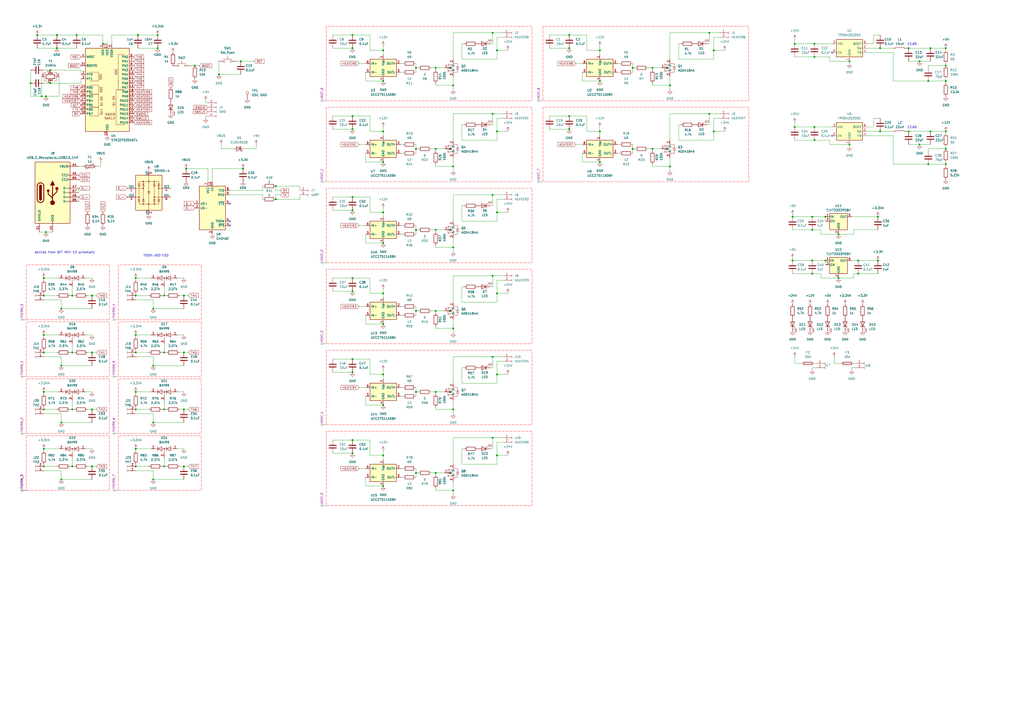
<source format=kicad_sch>
(kicad_sch (version 20250114) (generator "eeschema") (generator_version "9.0")
  (paper "A2")
  (text "derived from BTT Mini E3 schematic" (at 37.592 146.558 0) (effects (font (size 1.27 1.27))))
  (text "12.65" (at 529.082 73.914 0) (effects (font (size 1.27 1.27))))
  (text "12.65" (at 529.082 25.654 0) (effects (font (size 1.27 1.27))))
  (text "TOOD: ADD ESD" (at 90.424 148.336 0) (effects (font (size 1.27 1.27))))
  (junction (at 25.4 194.31))
  (junction (at 53.34 204.47))
  (junction (at 414.02 29.21))
  (junction (at 53.34 171.45))
  (junction (at 160.02 107.95))
  (junction (at 204.47 67.31))
  (junction (at 288.29 264.16))
  (junction (at 204.47 27.94))
  (junction (at 527.05 27.94))
  (junction (at 252.73 227.33))
  (junction (at 222.25 93.98))
  (junction (at 459.74 125.73))
  (junction (at 533.4 83.82))
  (junction (at 548.64 38.1))
  (junction (at 35.56 179.07))
  (junction (at 285.75 160.02))
  (junction (at 107.95 97.79))
  (junction (at 35.56 278.13))
  (junction (at 262.89 143.51))
  (junction (at 222.25 29.21))
  (junction (at 222.25 170.18))
  (junction (at 262.89 237.49))
  (junction (at 139.7 35.56))
  (junction (at 288.29 123.19))
  (junction (at 241.3 86.36))
  (junction (at 53.34 237.49))
  (junction (at 91.44 27.94))
  (junction (at 25.4 204.47))
  (junction (at 252.73 180.34))
  (junction (at 471.17 125.73))
  (junction (at 204.47 161.29))
  (junction (at 106.68 237.49))
  (junction (at 262.89 284.48))
  (junction (at 347.98 76.2))
  (junction (at 367.03 86.36))
  (junction (at 222.25 187.96))
  (junction (at 95.25 270.51))
  (junction (at 548.64 95.25))
  (junction (at 548.64 76.2))
  (junction (at 29.21 48.26))
  (junction (at 88.9 179.07))
  (junction (at 330.2 74.93))
  (junction (at 113.03 38.1))
  (junction (at 262.89 190.5))
  (junction (at 472.44 73.66))
  (junction (at 285.75 19.05))
  (junction (at 222.25 281.94))
  (junction (at 204.47 208.28))
  (junction (at 497.84 151.13))
  (junction (at 461.01 25.4))
  (junction (at 95.25 171.45))
  (junction (at 509.27 125.73))
  (junction (at 88.9 212.09))
  (junction (at 204.47 74.93))
  (junction (at 41.91 270.51))
  (junction (at 59.69 25.4))
  (junction (at 106.68 171.45))
  (junction (at 222.25 234.95))
  (junction (at 538.48 95.25))
  (junction (at 527.05 76.2))
  (junction (at 17.78 48.26))
  (junction (at 486.41 135.89))
  (junction (at 25.4 237.49))
  (junction (at 288.29 217.17))
  (junction (at 78.74 161.29))
  (junction (at 252.73 86.36))
  (junction (at 241.3 133.35))
  (junction (at 347.98 46.99))
  (junction (at 285.75 207.01))
  (junction (at 471.17 133.35))
  (junction (at 106.68 270.51))
  (junction (at 35.56 245.11))
  (junction (at 25.4 260.35))
  (junction (at 204.47 262.89))
  (junction (at 378.46 39.37))
  (junction (at 106.68 204.47))
  (junction (at 29.21 40.64))
  (junction (at 539.75 27.94))
  (junction (at 330.2 67.31))
  (junction (at 204.47 255.27))
  (junction (at 411.48 19.05))
  (junction (at 241.3 39.37))
  (junction (at 288.29 29.21))
  (junction (at 461.01 73.66))
  (junction (at 478.79 125.73))
  (junction (at 548.64 46.99))
  (junction (at 388.62 49.53))
  (junction (at 222.25 217.17))
  (junction (at 492.76 83.82))
  (junction (at 26.67 134.62))
  (junction (at 222.25 140.97))
  (junction (at 252.73 39.37))
  (junction (at 285.75 113.03))
  (junction (at 472.44 81.28))
  (junction (at 533.4 35.56))
  (junction (at 44.45 20.32))
  (junction (at 24.13 55.88))
  (junction (at 241.3 227.33))
  (junction (at 509.27 151.13))
  (junction (at 25.4 161.29))
  (junction (at 510.54 76.2))
  (junction (at 222.25 46.99))
  (junction (at 88.9 245.11))
  (junction (at 222.25 76.2))
  (junction (at 26.67 55.88))
  (junction (at 35.56 212.09))
  (junction (at 285.75 66.04))
  (junction (at 330.2 27.94))
  (junction (at 25.4 227.33))
  (junction (at 78.74 260.35))
  (junction (at 388.62 96.52))
  (junction (at 538.48 46.99))
  (junction (at 471.17 151.13))
  (junction (at 478.79 151.13))
  (junction (at 140.97 97.79))
  (junction (at 539.75 76.2))
  (junction (at 204.47 168.91))
  (junction (at 252.73 133.35))
  (junction (at 160.02 115.57))
  (junction (at 91.44 20.32))
  (junction (at 78.74 227.33))
  (junction (at 127 43.18))
  (junction (at 204.47 215.9))
  (junction (at 288.29 76.2))
  (junction (at 486.41 161.29))
  (junction (at 204.47 20.32))
  (junction (at 33.02 20.32))
  (junction (at 347.98 29.21))
  (junction (at 41.91 204.47))
  (junction (at 471.17 158.75))
  (junction (at 285.75 254))
  (junction (at 510.54 27.94))
  (junction (at 78.74 204.47))
  (junction (at 472.44 33.02))
  (junction (at 21.59 20.32))
  (junction (at 497.84 158.75))
  (junction (at 33.02 27.94))
  (junction (at 548.64 86.36))
  (junction (at 95.25 237.49))
  (junction (at 241.3 274.32))
  (junction (at 204.47 121.92))
  (junction (at 204.47 114.3))
  (junction (at 25.4 171.45))
  (junction (at 88.9 278.13))
  (junction (at 78.74 270.51))
  (junction (at 80.01 20.32))
  (junction (at 411.48 66.04))
  (junction (at 378.46 86.36))
  (junction (at 347.98 93.98))
  (junction (at 252.73 274.32))
  (junction (at 459.74 151.13))
  (junction (at 241.3 180.34))
  (junction (at 492.76 35.56))
  (junction (at 367.03 39.37))
  (junction (at 262.89 96.52))
  (junction (at 78.74 194.31))
  (junction (at 222.25 264.16))
  (junction (at 330.2 20.32))
  (junction (at 288.29 170.18))
  (junction (at 472.44 25.4))
  (junction (at 41.91 237.49))
  (junction (at 262.89 49.53))
  (junction (at 548.64 27.94))
  (junction (at 222.25 123.19))
  (junction (at 25.4 270.51))
  (junction (at 53.34 270.51))
  (junction (at 78.74 237.49))
  (junction (at 414.02 76.2))
  (junction (at 78.74 171.45))
  (junction (at 41.91 171.45))
  (junction (at 95.25 204.47))
  (no_connect (at 133.35 130.81))
  (no_connect (at 133.35 128.27))
  (no_connect (at 133.35 118.11))
  (no_connect (at 482.6 78.74))
  (no_connect (at 482.6 30.48))
  (wire (pts (xy 471.17 214.63) (xy 471.17 213.36)))
  (wire (pts (xy 193.04 121.92) (xy 204.47 121.92)))
  (wire (pts (xy 388.62 49.53) (xy 388.62 52.07)))
  (wire (pts (xy 148.59 86.36) (xy 148.59 83.82)))
  (wire (pts (xy 267.97 213.36) (xy 267.97 222.25)))
  (wire (pts (xy 262.89 143.51) (xy 262.89 146.05)))
  (wire (pts (xy 461.01 81.28) (xy 472.44 81.28)))
  (wire (pts (xy 53.34 227.33) (xy 49.53 227.33)))
  (wire (pts (xy 288.29 29.21) (xy 288.29 34.29)))
  (wire (pts (xy 262.89 254) (xy 262.89 269.24)))
  (wire (pts (xy 548.64 27.94) (xy 539.75 27.94)))
  (wire (pts (xy 347.98 29.21) (xy 340.36 29.21)))
  (wire (pts (xy 262.89 185.42) (xy 262.89 190.5)))
  (wire (pts (xy 358.14 36.83) (xy 359.41 36.83)))
  (wire (pts (xy 378.46 39.37) (xy 375.92 39.37)))
  (wire (pts (xy 193.04 114.3) (xy 204.47 114.3)))
  (wire (pts (xy 267.97 260.35) (xy 269.24 260.35)))
  (wire (pts (xy 285.75 119.38) (xy 285.75 113.03)))
  (wire (pts (xy 378.46 96.52) (xy 378.46 95.25)))
  (wire (pts (xy 262.89 66.04) (xy 285.75 66.04)))
  (wire (pts (xy 232.41 229.87) (xy 233.68 229.87)))
  (wire (pts (xy 538.48 86.36) (xy 548.64 86.36)))
  (wire (pts (xy 461.01 33.02) (xy 472.44 33.02)))
  (wire (pts (xy 106.68 227.33) (xy 102.87 227.33)))
  (wire (pts (xy 548.64 77.47) (xy 548.64 76.2)))
  (wire (pts (xy 459.74 125.73) (xy 471.17 125.73)))
  (wire (pts (xy 53.34 237.49) (xy 55.88 237.49)))
  (wire (pts (xy 173.99 107.95) (xy 173.99 110.49)))
  (wire (pts (xy 252.73 227.33) (xy 250.19 227.33)))
  (wire (pts (xy 208.28 271.78) (xy 212.09 271.78)))
  (wire (pts (xy 252.73 40.64) (xy 252.73 39.37)))
  (wire (pts (xy 232.41 135.89) (xy 233.68 135.89)))
  (wire (pts (xy 232.41 88.9) (xy 233.68 88.9)))
  (wire (pts (xy 212.09 93.98) (xy 222.25 93.98)))
  (wire (pts (xy 78.74 170.18) (xy 78.74 171.45)))
  (wire (pts (xy 262.89 138.43) (xy 262.89 143.51)))
  (wire (pts (xy 106.68 270.51) (xy 104.14 270.51)))
  (wire (pts (xy 527.05 83.82) (xy 533.4 83.82)))
  (wire (pts (xy 35.56 179.07) (xy 35.56 173.99)))
  (wire (pts (xy 88.9 278.13) (xy 106.68 278.13)))
  (wire (pts (xy 288.29 256.54) (xy 292.1 256.54)))
  (wire (pts (xy 494.03 213.36) (xy 496.57 213.36)))
  (wire (pts (xy 285.75 207.01) (xy 292.1 207.01)))
  (wire (pts (xy 93.98 204.47) (xy 95.25 204.47)))
  (wire (pts (xy 510.54 76.2) (xy 518.16 76.2)))
  (wire (pts (xy 518.16 46.99) (xy 538.48 46.99)))
  (wire (pts (xy 378.46 49.53) (xy 378.46 48.26)))
  (wire (pts (xy 241.3 130.81) (xy 241.3 133.35)))
  (wire (pts (xy 502.92 76.2) (xy 510.54 76.2)))
  (wire (pts (xy 257.81 133.35) (xy 252.73 133.35)))
  (wire (pts (xy 414.02 76.2) (xy 414.02 81.28)))
  (wire (pts (xy 25.4 194.31) (xy 25.4 195.58)))
  (wire (pts (xy 506.73 68.58) (xy 510.54 68.58)))
  (wire (pts (xy 214.63 255.27) (xy 204.47 255.27)))
  (wire (pts (xy 95.25 265.43) (xy 95.25 270.51)))
  (wire (pts (xy 288.29 123.19) (xy 294.64 123.19)))
  (wire (pts (xy 288.29 217.17) (xy 294.64 217.17)))
  (wire (pts (xy 471.17 158.75) (xy 476.25 158.75)))
  (wire (pts (xy 35.56 245.11) (xy 53.34 245.11)))
  (wire (pts (xy 483.87 207.01) (xy 483.87 210.82)))
  (wire (pts (xy 285.75 66.04) (xy 292.1 66.04)))
  (wire (pts (xy 222.25 120.65) (xy 222.25 123.19)))
  (wire (pts (xy 214.63 170.18) (xy 214.63 161.29)))
  (wire (pts (xy 214.63 29.21) (xy 214.63 20.32)))
  (wire (pts (xy 29.21 40.64) (xy 46.99 40.64)))
  (wire (pts (xy 527.05 27.94) (xy 539.75 27.94)))
  (wire (pts (xy 388.62 91.44) (xy 388.62 96.52)))
  (wire (pts (xy 35.56 179.07) (xy 53.34 179.07)))
  (wire (pts (xy 41.91 166.37) (xy 41.91 171.45)))
  (wire (pts (xy 476.25 158.75) (xy 476.25 161.29)))
  (wire (pts (xy 267.97 166.37) (xy 267.97 175.26)))
  (wire (pts (xy 267.97 81.28) (xy 288.29 81.28)))
  (wire (pts (xy 241.3 224.79) (xy 241.3 227.33)))
  (wire (pts (xy 35.56 278.13) (xy 53.34 278.13)))
  (wire (pts (xy 193.04 215.9) (xy 204.47 215.9)))
  (wire (pts (xy 506.73 20.32) (xy 510.54 20.32)))
  (wire (pts (xy 518.16 95.25) (xy 538.48 95.25)))
  (wire (pts (xy 388.62 66.04) (xy 411.48 66.04)))
  (wire (pts (xy 160.02 107.95) (xy 173.99 107.95)))
  (wire (pts (xy 318.77 67.31) (xy 330.2 67.31)))
  (wire (pts (xy 257.81 39.37) (xy 252.73 39.37)))
  (wire (pts (xy 548.64 93.98) (xy 548.64 95.25)))
  (wire (pts (xy 367.03 86.36) (xy 367.03 88.9)))
  (wire (pts (xy 262.89 113.03) (xy 262.89 128.27)))
  (wire (pts (xy 214.63 264.16) (xy 214.63 255.27)))
  (wire (pts (xy 285.75 119.38) (xy 284.48 119.38)))
  (wire (pts (xy 35.56 173.99) (xy 25.4 173.99)))
  (wire (pts (xy 367.03 86.36) (xy 368.3 86.36)))
  (wire (pts (xy 262.89 113.03) (xy 285.75 113.03)))
  (wire (pts (xy 193.04 255.27) (xy 204.47 255.27)))
  (wire (pts (xy 17.78 40.64) (xy 17.78 48.26)))
  (wire (pts (xy 257.81 180.34) (xy 252.73 180.34)))
  (wire (pts (xy 459.74 133.35) (xy 471.17 133.35)))
  (wire (pts (xy 459.74 158.75) (xy 471.17 158.75)))
  (wire (pts (xy 495.3 210.82) (xy 496.57 210.82)))
  (wire (pts (xy 127 35.56) (xy 127 43.18)))
  (wire (pts (xy 232.41 130.81) (xy 233.68 130.81)))
  (wire (pts (xy 25.4 170.18) (xy 25.4 171.45)))
  (wire (pts (xy 241.3 180.34) (xy 241.3 182.88)))
  (wire (pts (xy 53.34 270.51) (xy 55.88 270.51)))
  (wire (pts (xy 393.7 25.4) (xy 393.7 34.29)))
  (wire (pts (xy 25.4 40.64) (xy 29.21 40.64)))
  (wire (pts (xy 252.73 284.48) (xy 252.73 283.21)))
  (wire (pts (xy 252.73 39.37) (xy 250.19 39.37)))
  (wire (pts (xy 285.75 160.02) (xy 292.1 160.02)))
  (wire (pts (xy 34.29 194.31) (xy 25.4 194.31)))
  (wire (pts (xy 481.33 83.82) (xy 492.76 83.82)))
  (wire (pts (xy 414.02 29.21) (xy 414.02 34.29)))
  (wire (pts (xy 262.89 66.04) (xy 262.89 81.28)))
  (wire (pts (xy 212.09 187.96) (xy 222.25 187.96)))
  (wire (pts (xy 214.63 20.32) (xy 204.47 20.32)))
  (wire (pts (xy 285.75 25.4) (xy 285.75 19.05)))
  (wire (pts (xy 87.63 161.29) (xy 78.74 161.29)))
  (wire (pts (xy 318.77 27.94) (xy 330.2 27.94)))
  (wire (pts (xy 527.05 35.56) (xy 533.4 35.56)))
  (wire (pts (xy 45.72 109.22) (xy 45.72 111.76)))
  (wire (pts (xy 160.02 115.57) (xy 173.99 115.57)))
  (wire (pts (xy 120.65 97.79) (xy 120.65 105.41)))
  (wire (pts (xy 393.7 25.4) (xy 394.97 25.4)))
  (wire (pts (xy 193.04 161.29) (xy 204.47 161.29)))
  (wire (pts (xy 267.97 269.24) (xy 288.29 269.24)))
  (wire (pts (xy 388.62 19.05) (xy 388.62 34.29)))
  (wire (pts (xy 222.25 264.16) (xy 214.63 264.16)))
  (wire (pts (xy 411.48 72.39) (xy 410.21 72.39)))
  (wire (pts (xy 481.33 81.28) (xy 481.33 83.82)))
  (wire (pts (xy 193.04 67.31) (xy 204.47 67.31)))
  (wire (pts (xy 393.7 81.28) (xy 414.02 81.28)))
  (wire (pts (xy 78.74 269.24) (xy 78.74 270.51)))
  (wire (pts (xy 288.29 264.16) (xy 294.64 264.16)))
  (wire (pts (xy 288.29 217.17) (xy 288.29 222.25)))
  (wire (pts (xy 64.77 20.32) (xy 80.01 20.32)))
  (wire (pts (xy 212.09 182.88) (xy 212.09 187.96)))
  (wire (pts (xy 25.4 204.47) (xy 33.02 204.47)))
  (wire (pts (xy 119.38 67.31) (xy 120.65 67.31)))
  (wire (pts (xy 257.81 86.36) (xy 252.73 86.36)))
  (wire (pts (xy 214.63 67.31) (xy 204.47 67.31)))
  (wire (pts (xy 252.73 180.34) (xy 250.19 180.34)))
  (wire (pts (xy 347.98 26.67) (xy 347.98 29.21)))
  (wire (pts (xy 252.73 133.35) (xy 250.19 133.35)))
  (wire (pts (xy 25.4 171.45) (xy 33.02 171.45)))
  (wire (pts (xy 262.89 190.5) (xy 262.89 193.04)))
  (wire (pts (xy 241.3 274.32) (xy 241.3 276.86)))
  (wire (pts (xy 267.97 34.29) (xy 288.29 34.29)))
  (wire (pts (xy 257.81 227.33) (xy 252.73 227.33)))
  (wire (pts (xy 88.9 240.03) (xy 78.74 240.03)))
  (wire (pts (xy 33.02 27.94) (xy 44.45 27.94)))
  (wire (pts (xy 241.3 274.32) (xy 242.57 274.32)))
  (wire (pts (xy 173.99 115.57) (xy 173.99 113.03)))
  (wire (pts (xy 80.01 20.32) (xy 91.44 20.32)))
  (wire (pts (xy 17.78 48.26) (xy 17.78 55.88)))
  (wire (pts (xy 527.05 76.2) (xy 539.75 76.2)))
  (wire (pts (xy 358.14 88.9) (xy 359.41 88.9)))
  (wire (pts (xy 337.82 93.98) (xy 347.98 93.98)))
  (wire (pts (xy 538.48 46.99) (xy 548.64 46.99)))
  (wire (pts (xy 78.74 171.45) (xy 86.36 171.45)))
  (wire (pts (xy 252.73 96.52) (xy 262.89 96.52)))
  (wire (pts (xy 518.16 95.25) (xy 518.16 78.74)))
  (wire (pts (xy 472.44 81.28) (xy 481.33 81.28)))
  (wire (pts (xy 222.25 29.21) (xy 214.63 29.21)))
  (wire (pts (xy 548.64 29.21) (xy 548.64 27.94)))
  (wire (pts (xy 123.19 97.79) (xy 123.19 105.41)))
  (wire (pts (xy 340.36 67.31) (xy 330.2 67.31)))
  (wire (pts (xy 88.9 179.07) (xy 88.9 173.99)))
  (wire (pts (xy 497.84 151.13) (xy 509.27 151.13)))
  (wire (pts (xy 222.25 76.2) (xy 222.25 78.74)))
  (wire (pts (xy 35.56 212.09) (xy 53.34 212.09)))
  (wire (pts (xy 411.48 72.39) (xy 411.48 66.04)))
  (wire (pts (xy 222.25 170.18) (xy 214.63 170.18)))
  (wire (pts (xy 53.34 204.47) (xy 55.88 204.47)))
  (wire (pts (xy 78.74 236.22) (xy 78.74 237.49)))
  (wire (pts (xy 222.25 170.18) (xy 222.25 172.72)))
  (wire (pts (xy 87.63 260.35) (xy 78.74 260.35)))
  (wire (pts (xy 252.73 49.53) (xy 252.73 48.26)))
  (wire (pts (xy 347.98 76.2) (xy 347.98 78.74)))
  (wire (pts (xy 285.75 213.36) (xy 284.48 213.36)))
  (wire (pts (xy 53.34 237.49) (xy 50.8 237.49)))
  (wire (pts (xy 222.25 29.21) (xy 222.25 31.75)))
  (wire (pts (xy 241.3 36.83) (xy 241.3 39.37)))
  (wire (pts (xy 88.9 173.99) (xy 78.74 173.99)))
  (wire (pts (xy 208.28 130.81) (xy 212.09 130.81)))
  (wire (pts (xy 252.73 190.5) (xy 252.73 189.23)))
  (wire (pts (xy 267.97 25.4) (xy 267.97 34.29)))
  (wire (pts (xy 232.41 271.78) (xy 233.68 271.78)))
  (wire (pts (xy 95.25 237.49) (xy 96.52 237.49)))
  (wire (pts (xy 252.73 134.62) (xy 252.73 133.35)))
  (wire (pts (xy 267.97 260.35) (xy 267.97 269.24)))
  (wire (pts (xy 93.98 171.45) (xy 95.25 171.45)))
  (wire (pts (xy 55.88 96.52) (xy 58.42 96.52)))
  (wire (pts (xy 119.38 68.58) (xy 119.38 67.31)))
  (wire (pts (xy 525.78 76.2) (xy 527.05 76.2)))
  (wire (pts (xy 95.25 166.37) (xy 95.25 171.45)))
  (wire (pts (xy 33.02 20.32) (xy 44.45 20.32)))
  (wire (pts (xy 41.91 199.39) (xy 41.91 204.47)))
  (wire (pts (xy 222.25 123.19) (xy 222.25 125.73)))
  (wire (pts (xy 222.25 123.19) (xy 214.63 123.19)))
  (wire (pts (xy 40.64 270.51) (xy 41.91 270.51)))
  (wire (pts (xy 222.25 261.62) (xy 222.25 264.16)))
  (wire (pts (xy 288.29 29.21) (xy 294.64 29.21)))
  (wire (pts (xy 486.41 161.29) (xy 495.3 161.29)))
  (wire (pts (xy 78.74 161.29) (xy 78.74 162.56)))
  (wire (pts (xy 393.7 72.39) (xy 394.97 72.39)))
  (wire (pts (xy 162.56 113.03) (xy 160.02 113.03)))
  (wire (pts (xy 214.63 114.3) (xy 204.47 114.3)))
  (wire (pts (xy 21.59 27.94) (xy 33.02 27.94)))
  (wire (pts (xy 88.9 212.09) (xy 106.68 212.09)))
  (wire (pts (xy 471.17 151.13) (xy 478.79 151.13)))
  (wire (pts (xy 267.97 175.26) (xy 288.29 175.26)))
  (wire (pts (xy 288.29 115.57) (xy 292.1 115.57)))
  (wire (pts (xy 241.3 86.36) (xy 241.3 88.9)))
  (wire (pts (xy 367.03 39.37) (xy 367.03 41.91)))
  (wire (pts (xy 222.25 214.63) (xy 222.25 217.17)))
  (wire (pts (xy 208.28 177.8) (xy 212.09 177.8)))
  (wire (pts (xy 232.41 182.88) (xy 233.68 182.88)))
  (wire (pts (xy 78.74 227.33) (xy 78.74 228.6)))
  (wire (pts (xy 506.73 68.58) (xy 506.73 73.66)))
  (wire (pts (xy 88.9 212.09) (xy 88.9 207.01)))
  (wire (pts (xy 518.16 78.74) (xy 502.92 78.74)))
  (wire (pts (xy 461.01 25.4) (xy 461.01 22.86)))
  (wire (pts (xy 411.48 25.4) (xy 411.48 19.05)))
  (wire (pts (xy 288.29 21.59) (xy 292.1 21.59)))
  (wire (pts (xy 378.46 86.36) (xy 375.92 86.36)))
  (wire (pts (xy 288.29 217.17) (xy 288.29 209.55)))
  (wire (pts (xy 53.34 270.51) (xy 50.8 270.51)))
  (wire (pts (xy 22.86 134.62) (xy 26.67 134.62)))
  (wire (pts (xy 212.09 276.86) (xy 212.09 281.94)))
  (wire (pts (xy 506.73 20.32) (xy 506.73 25.4)))
  (wire (pts (xy 127 43.18) (xy 139.7 43.18)))
  (wire (pts (xy 40.64 237.49) (xy 41.91 237.49)))
  (wire (pts (xy 78.74 237.49) (xy 86.36 237.49)))
  (wire (pts (xy 495.3 135.89) (xy 495.3 133.35)))
  (wire (pts (xy 262.89 160.02) (xy 262.89 175.26)))
  (wire (pts (xy 486.41 135.89) (xy 495.3 135.89)))
  (wire (pts (xy 495.3 133.35) (xy 509.27 133.35)))
  (wire (pts (xy 388.62 44.45) (xy 388.62 49.53)))
  (wire (pts (xy 334.01 83.82) (xy 337.82 83.82)))
  (wire (pts (xy 40.64 204.47) (xy 41.91 204.47)))
  (wire (pts (xy 358.14 83.82) (xy 359.41 83.82)))
  (wire (pts (xy 414.02 21.59) (xy 417.83 21.59)))
  (wire (pts (xy 285.75 72.39) (xy 284.48 72.39)))
  (wire (pts (xy 538.48 38.1) (xy 548.64 38.1)))
  (wire (pts (xy 414.02 29.21) (xy 420.37 29.21)))
  (wire (pts (xy 212.09 46.99) (xy 222.25 46.99)))
  (wire (pts (xy 95.25 171.45) (xy 96.52 171.45)))
  (wire (pts (xy 471.17 133.35) (xy 476.25 133.35)))
  (wire (pts (xy 262.89 284.48) (xy 262.89 287.02)))
  (wire (pts (xy 34.29 227.33) (xy 25.4 227.33)))
  (wire (pts (xy 257.81 274.32) (xy 252.73 274.32)))
  (wire (pts (xy 214.63 123.19) (xy 214.63 114.3)))
  (wire (pts (xy 44.45 20.32) (xy 59.69 20.32)))
  (wire (pts (xy 267.97 222.25) (xy 288.29 222.25)))
  (wire (pts (xy 93.98 270.51) (xy 95.25 270.51)))
  (wire (pts (xy 367.03 36.83) (xy 367.03 39.37)))
  (wire (pts (xy 262.89 254) (xy 285.75 254)))
  (wire (pts (xy 41.91 270.51) (xy 43.18 270.51)))
  (wire (pts (xy 88.9 207.01) (xy 78.74 207.01)))
  (wire (pts (xy 285.75 260.35) (xy 284.48 260.35)))
  (wire (pts (xy 25.4 269.24) (xy 25.4 270.51)))
  (wire (pts (xy 411.48 19.05) (xy 417.83 19.05)))
  (wire (pts (xy 337.82 88.9) (xy 337.82 93.98)))
  (wire (pts (xy 208.28 83.82) (xy 212.09 83.82)))
  (wire (pts (xy 25.4 227.33) (xy 25.4 228.6)))
  (wire (pts (xy 106.68 171.45) (xy 109.22 171.45)))
  (wire (pts (xy 476.25 161.29) (xy 486.41 161.29)))
  (wire (pts (xy 252.73 96.52) (xy 252.73 95.25)))
  (wire (pts (xy 481.33 33.02) (xy 481.33 35.56)))
  (wire (pts (xy 285.75 260.35) (xy 285.75 254)))
  (wire (pts (xy 193.04 168.91) (xy 204.47 168.91)))
  (wire (pts (xy 461.01 210.82) (xy 464.82 210.82)))
  (wire (pts (xy 478.79 151.13) (xy 478.79 153.67)))
  (wire (pts (xy 193.04 27.94) (xy 204.47 27.94)))
  (wire (pts (xy 548.64 45.72) (xy 548.64 46.99)))
  (wire (pts (xy 45.72 114.3) (xy 45.72 116.84)))
  (wire (pts (xy 93.98 237.49) (xy 95.25 237.49)))
  (wire (pts (xy 378.46 96.52) (xy 388.62 96.52)))
  (wire (pts (xy 241.3 227.33) (xy 242.57 227.33)))
  (wire (pts (xy 548.64 95.25) (xy 548.64 96.52)))
  (wire (pts (xy 41.91 171.45) (xy 43.18 171.45)))
  (wire (pts (xy 393.7 34.29) (xy 414.02 34.29)))
  (wire (pts (xy 252.73 237.49) (xy 252.73 236.22)))
  (wire (pts (xy 461.01 25.4) (xy 472.44 25.4)))
  (wire (pts (xy 548.64 46.99) (xy 548.64 48.26)))
  (wire (pts (xy 222.25 217.17) (xy 222.25 219.71)))
  (wire (pts (xy 46.99 48.26) (xy 46.99 45.72)))
  (wire (pts (xy 222.25 217.17) (xy 214.63 217.17)))
  (wire (pts (xy 106.68 171.45) (xy 104.14 171.45)))
  (wire (pts (xy 193.04 74.93) (xy 204.47 74.93)))
  (wire (pts (xy 241.3 133.35) (xy 241.3 135.89)))
  (wire (pts (xy 34.29 44.45) (xy 34.29 55.88)))
  (wire (pts (xy 267.97 213.36) (xy 269.24 213.36)))
  (wire (pts (xy 106.68 194.31) (xy 102.87 194.31)))
  (wire (pts (xy 34.29 55.88) (xy 26.67 55.88)))
  (wire (pts (xy 414.02 76.2) (xy 420.37 76.2)))
  (wire (pts (xy 288.29 76.2) (xy 294.64 76.2)))
  (wire (pts (xy 502.92 27.94) (xy 510.54 27.94)))
  (wire (pts (xy 461.01 207.01) (xy 461.01 210.82)))
  (wire (pts (xy 411.48 25.4) (xy 410.21 25.4)))
  (wire (pts (xy 476.25 135.89) (xy 486.41 135.89)))
  (wire (pts (xy 285.75 113.03) (xy 292.1 113.03)))
  (wire (pts (xy 267.97 119.38) (xy 267.97 128.27)))
  (wire (pts (xy 214.63 217.17) (xy 214.63 208.28)))
  (wire (pts (xy 267.97 72.39) (xy 267.97 81.28)))
  (wire (pts (xy 106.68 237.49) (xy 104.14 237.49)))
  (wire (pts (xy 25.4 260.35) (xy 25.4 261.62)))
  (wire (pts (xy 538.48 39.37) (xy 538.48 38.1)))
  (wire (pts (xy 80.01 27.94) (xy 91.44 27.94)))
  (wire (pts (xy 95.25 232.41) (xy 95.25 237.49)))
  (wire (pts (xy 106.68 204.47) (xy 104.14 204.47)))
  (wire (pts (xy 222.25 264.16) (xy 222.25 266.7)))
  (wire (pts (xy 78.74 260.35) (xy 78.74 261.62)))
  (wire (pts (xy 78.74 194.31) (xy 78.74 195.58)))
  (wire (pts (xy 414.02 76.2) (xy 414.02 68.58)))
  (wire (pts (xy 262.89 49.53) (xy 262.89 52.07)))
  (wire (pts (xy 35.56 278.13) (xy 35.56 273.05)))
  (wire (pts (xy 548.64 85.09) (xy 548.64 86.36)))
  (wire (pts (xy 495.3 158.75) (xy 497.84 158.75)))
  (wire (pts (xy 367.03 83.82) (xy 367.03 86.36)))
  (wire (pts (xy 106.68 204.47) (xy 109.22 204.47)))
  (wire (pts (xy 533.4 83.82) (xy 539.75 83.82)))
  (wire (pts (xy 285.75 213.36) (xy 285.75 207.01)))
  (wire (pts (xy 494.03 151.13) (xy 497.84 151.13)))
  (wire (pts (xy 25.4 237.49) (xy 33.02 237.49)))
  (wire (pts (xy 35.56 245.11) (xy 35.56 240.03)))
  (wire (pts (xy 214.63 208.28) (xy 204.47 208.28)))
  (wire (pts (xy 26.67 55.88) (xy 24.13 55.88)))
  (wire (pts (xy 483.87 210.82) (xy 487.68 210.82)))
  (wire (pts (xy 252.73 190.5) (xy 262.89 190.5)))
  (wire (pts (xy 24.13 44.45) (xy 24.13 55.88)))
  (wire (pts (xy 59.69 25.4) (xy 59.69 20.32)))
  (wire (pts (xy 478.79 125.73) (xy 478.79 128.27)))
  (wire (pts (xy 472.44 73.66) (xy 482.6 73.66)))
  (wire (pts (xy 497.84 158.75) (xy 509.27 158.75)))
  (wire (pts (xy 383.54 39.37) (xy 378.46 39.37)))
  (wire (pts (xy 285.75 19.05) (xy 292.1 19.05)))
  (wire (pts (xy 78.74 270.51) (xy 86.36 270.51)))
  (wire (pts (xy 222.25 26.67) (xy 222.25 29.21)))
  (wire (pts (xy 53.34 171.45) (xy 50.8 171.45)))
  (wire (pts (xy 318.77 74.93) (xy 330.2 74.93)))
  (wire (pts (xy 262.89 207.01) (xy 262.89 222.25)))
  (wire (pts (xy 160.02 107.95) (xy 160.02 110.49)))
  (wire (pts (xy 106.68 260.35) (xy 102.87 260.35)))
  (wire (pts (xy 232.41 276.86) (xy 233.68 276.86)))
  (wire (pts (xy 378.46 87.63) (xy 378.46 86.36)))
  (wire (pts (xy 262.89 160.02) (xy 285.75 160.02)))
  (wire (pts (xy 285.75 72.39) (xy 285.75 66.04)))
  (wire (pts (xy 378.46 40.64) (xy 378.46 39.37)))
  (wire (pts (xy 252.73 237.49) (xy 262.89 237.49)))
  (wire (pts (xy 506.73 73.66) (xy 502.92 73.66)))
  (wire (pts (xy 267.97 72.39) (xy 269.24 72.39)))
  (wire (pts (xy 241.3 39.37) (xy 242.57 39.37)))
  (wire (pts (xy 25.4 48.26) (xy 29.21 48.26)))
  (wire (pts (xy 347.98 76.2) (xy 340.36 76.2)))
  (wire (pts (xy 45.72 96.52) (xy 48.26 96.52)))
  (wire (pts (xy 252.73 228.6) (xy 252.73 227.33)))
  (wire (pts (xy 113.03 38.1) (xy 115.57 38.1)))
  (wire (pts (xy 34.29 260.35) (xy 25.4 260.35)))
  (wire (pts (xy 25.4 270.51) (xy 33.02 270.51)))
  (wire (pts (xy 538.48 95.25) (xy 548.64 95.25)))
  (wire (pts (xy 41.91 204.47) (xy 43.18 204.47)))
  (wire (pts (xy 87.63 227.33) (xy 78.74 227.33)))
  (wire (pts (xy 88.9 245.11) (xy 106.68 245.11)))
  (wire (pts (xy 64.77 25.4) (xy 64.77 20.32)))
  (wire (pts (xy 285.75 166.37) (xy 285.75 160.02)))
  (wire (pts (xy 232.41 36.83) (xy 233.68 36.83)))
  (wire (pts (xy 58.42 96.52) (xy 58.42 93.98)))
  (wire (pts (xy 212.09 229.87) (xy 212.09 234.95)))
  (wire (pts (xy 262.89 96.52) (xy 262.89 99.06)))
  (wire (pts (xy 40.64 171.45) (xy 41.91 171.45)))
  (wire (pts (xy 107.95 97.79) (xy 120.65 97.79)))
  (wire (pts (xy 106.68 237.49) (xy 109.22 237.49)))
  (wire (pts (xy 232.41 224.79) (xy 233.68 224.79)))
  (wire (pts (xy 139.7 35.56) (xy 147.32 35.56)))
  (wire (pts (xy 262.89 207.01) (xy 285.75 207.01)))
  (wire (pts (xy 461.01 73.66) (xy 472.44 73.66)))
  (wire (pts (xy 25.4 203.2) (xy 25.4 204.47)))
  (wire (pts (xy 88.9 273.05) (xy 78.74 273.05)))
  (wire (pts (xy 414.02 68.58) (xy 417.83 68.58)))
  (wire (pts (xy 252.73 284.48) (xy 262.89 284.48)))
  (wire (pts (xy 208.28 36.83) (xy 212.09 36.83)))
  (wire (pts (xy 288.29 123.19) (xy 288.29 128.27)))
  (wire (pts (xy 133.35 113.03) (xy 152.4 113.03)))
  (wire (pts (xy 481.33 35.56) (xy 492.76 35.56)))
  (wire (pts (xy 262.89 237.49) (xy 262.89 240.03)))
  (wire (pts (xy 34.29 161.29) (xy 25.4 161.29)))
  (wire (pts (xy 378.46 49.53) (xy 388.62 49.53)))
  (wire (pts (xy 119.38 58.42) (xy 119.38 59.69)))
  (wire (pts (xy 128.27 86.36) (xy 128.27 83.82)))
  (wire (pts (xy 318.77 20.32) (xy 330.2 20.32)))
  (wire (pts (xy 548.64 36.83) (xy 548.64 38.1)))
  (wire (pts (xy 193.04 262.89) (xy 204.47 262.89)))
  (wire (pts (xy 461.01 73.66) (xy 461.01 71.12)))
  (wire (pts (xy 53.34 204.47) (xy 50.8 204.47)))
  (wire (pts (xy 119.38 59.69) (xy 120.65 59.69)))
  (wire (pts (xy 137.16 35.56) (xy 139.7 35.56)))
  (wire (pts (xy 46.99 40.64) (xy 46.99 43.18)))
  (wire (pts (xy 267.97 128.27) (xy 288.29 128.27)))
  (wire (pts (xy 388.62 66.04) (xy 388.62 81.28)))
  (wire (pts (xy 113.03 38.1) (xy 110.49 38.1)))
  (wire (pts (xy 95.25 199.39) (xy 95.25 204.47)))
  (wire (pts (xy 232.41 83.82) (xy 233.68 83.82)))
  (wire (pts (xy 241.3 177.8) (xy 241.3 180.34)))
  (wire (pts (xy 367.03 39.37) (xy 368.3 39.37)))
  (wire (pts (xy 288.29 209.55) (xy 292.1 209.55)))
  (wire (pts (xy 267.97 166.37) (xy 269.24 166.37)))
  (wire (pts (xy 393.7 72.39) (xy 393.7 81.28)))
  (wire (pts (xy 252.73 86.36) (xy 250.19 86.36)))
  (wire (pts (xy 472.44 210.82) (xy 473.71 210.82)))
  (wire (pts (xy 358.14 41.91) (xy 359.41 41.91)))
  (wire (pts (xy 533.4 35.56) (xy 539.75 35.56)))
  (wire (pts (xy 252.73 274.32) (xy 250.19 274.32)))
  (wire (pts (xy 472.44 25.4) (xy 482.6 25.4)))
  (wire (pts (xy 95.25 204.47) (xy 96.52 204.47)))
  (wire (pts (xy 35.56 240.03) (xy 25.4 240.03)))
  (wire (pts (xy 212.09 140.97) (xy 222.25 140.97)))
  (wire (pts (xy 123.19 97.79) (xy 140.97 97.79)))
  (wire (pts (xy 506.73 25.4) (xy 502.92 25.4)))
  (wire (pts (xy 262.89 279.4) (xy 262.89 284.48)))
  (wire (pts (xy 525.78 27.94) (xy 527.05 27.94)))
  (wire (pts (xy 334.01 36.83) (xy 337.82 36.83)))
  (wire (pts (xy 53.34 171.45) (xy 55.88 171.45)))
  (wire (pts (xy 288.29 123.19) (xy 288.29 115.57)))
  (wire (pts (xy 288.29 76.2) (xy 288.29 68.58)))
  (wire (pts (xy 222.25 73.66) (xy 222.25 76.2)))
  (wire (pts (xy 41.91 237.49) (xy 43.18 237.49)))
  (wire (pts (xy 78.74 203.2) (xy 78.74 204.47)))
  (wire (pts (xy 212.09 135.89) (xy 212.09 140.97)))
  (wire (pts (xy 388.62 96.52) (xy 388.62 99.06)))
  (wire (pts (xy 212.09 41.91) (xy 212.09 46.99)))
  (wire (pts (xy 347.98 29.21) (xy 347.98 31.75)))
  (wire (pts (xy 337.82 41.91) (xy 337.82 46.99)))
  (wire (pts (xy 106.68 270.51) (xy 109.22 270.51)))
  (wire (pts (xy 262.89 19.05) (xy 285.75 19.05)))
  (wire (pts (xy 26.67 134.62) (xy 30.48 134.62)))
  (wire (pts (xy 340.36 29.21) (xy 340.36 20.32)))
  (wire (pts (xy 252.73 181.61) (xy 252.73 180.34)))
  (wire (pts (xy 53.34 194.31) (xy 49.53 194.31)))
  (wire (pts (xy 87.63 194.31) (xy 78.74 194.31)))
  (wire (pts (xy 241.3 271.78) (xy 241.3 274.32)))
  (wire (pts (xy 340.36 20.32) (xy 330.2 20.32)))
  (wire (pts (xy 252.73 87.63) (xy 252.73 86.36)))
  (wire (pts (xy 25.4 236.22) (xy 25.4 237.49)))
  (wire (pts (xy 459.74 149.86) (xy 459.74 151.13)))
  (wire (pts (xy 414.02 29.21) (xy 414.02 21.59)))
  (wire (pts (xy 222.25 76.2) (xy 214.63 76.2)))
  (wire (pts (xy 35.56 212.09) (xy 35.56 207.01)))
  (wire (pts (xy 288.29 162.56) (xy 292.1 162.56)))
  (wire (pts (xy 262.89 44.45) (xy 262.89 49.53)))
  (wire (pts (xy 492.76 35.56) (xy 492.76 36.83)))
  (wire (pts (xy 518.16 46.99) (xy 518.16 30.48)))
  (wire (pts (xy 193.04 208.28) (xy 204.47 208.28)))
  (wire (pts (xy 241.3 133.35) (xy 242.57 133.35)))
  (wire (pts (xy 134.62 86.36) (xy 128.27 86.36)))
  (wire (pts (xy 252.73 49.53) (xy 262.89 49.53)))
  (wire (pts (xy 241.3 86.36) (xy 242.57 86.36)))
  (wire (pts (xy 288.29 170.18) (xy 288.29 175.26)))
  (wire (pts (xy 241.3 39.37) (xy 241.3 41.91)))
  (wire (pts (xy 241.3 83.82) (xy 241.3 86.36)))
  (wire (pts (xy 152.4 113.03) (xy 152.4 115.57)))
  (wire (pts (xy 262.89 232.41) (xy 262.89 237.49)))
  (wire (pts (xy 262.89 91.44) (xy 262.89 96.52)))
  (wire (pts (xy 267.97 25.4) (xy 269.24 25.4)))
  (wire (pts (xy 214.63 161.29) (xy 204.47 161.29)))
  (wire (pts (xy 267.97 119.38) (xy 269.24 119.38)))
  (wire (pts (xy 288.29 170.18) (xy 294.64 170.18)))
  (wire (pts (xy 41.91 232.41) (xy 41.91 237.49)))
  (wire (pts (xy 152.4 107.95) (xy 152.4 110.49)))
  (wire (pts (xy 208.28 224.79) (xy 212.09 224.79)))
  (wire (pts (xy 288.29 170.18) (xy 288.29 162.56)))
  (wire (pts (xy 78.74 204.47) (xy 86.36 204.47)))
  (wire (pts (xy 53.34 161.29) (xy 49.53 161.29)))
  (wire (pts (xy 252.73 143.51) (xy 262.89 143.51)))
  (wire (pts (xy 285.75 166.37) (xy 284.48 166.37)))
  (wire (pts (xy 241.3 180.34) (xy 242.57 180.34)))
  (wire (pts (xy 35.56 273.05) (xy 25.4 273.05)))
  (wire (pts (xy 252.73 143.51) (xy 252.73 142.24)))
  (wire (pts (xy 35.56 207.01) (xy 25.4 207.01)))
  (wire (pts (xy 285.75 254) (xy 292.1 254)))
  (wire (pts (xy 471.17 125.73) (xy 478.79 125.73)))
  (wire (pts (xy 472.44 33.02) (xy 481.33 33.02)))
  (wire (pts (xy 214.63 76.2) (xy 214.63 67.31)))
  (wire (pts (xy 232.41 177.8) (xy 233.68 177.8)))
  (wire (pts (xy 494.03 125.73) (xy 509.27 125.73)))
  (wire (pts (xy 25.4 161.29) (xy 25.4 162.56)))
  (wire (pts (xy 288.29 68.58) (xy 292.1 68.58)))
  (wire (pts (xy 383.54 86.36) (xy 378.46 86.36)))
  (wire (pts (xy 212.09 281.94) (xy 222.25 281.94)))
  (wire (pts (xy 41.91 265.43) (xy 41.91 270.51)))
  (wire (pts (xy 495.3 161.29) (xy 495.3 158.75)))
  (wire (pts (xy 160.02 113.03) (xy 160.02 115.57)))
  (wire (pts (xy 193.04 20.32) (xy 204.47 20.32)))
  (wire (pts (xy 518.16 30.48) (xy 502.92 30.48)))
  (wire (pts (xy 494.03 214.63) (xy 494.03 213.36)))
  (wire (pts (xy 471.17 213.36) (xy 473.71 213.36)))
  (wire (pts (xy 252.73 275.59) (xy 252.73 274.32)))
  (wire (pts (xy 340.36 76.2) (xy 340.36 67.31)))
  (wire (pts (xy 285.75 25.4) (xy 284.48 25.4)))
  (wire (pts (xy 53.34 260.35) (xy 49.53 260.35)))
  (wire (pts (xy 212.09 88.9) (xy 212.09 93.98)))
  (wire (pts (xy 492.76 83.82) (xy 492.76 85.09)))
  (wire (pts (xy 262.89 19.05) (xy 262.89 34.29)))
  (wire (pts (xy 24.13 55.88) (xy 17.78 55.88)))
  (wire (pts (xy 288.29 76.2) (xy 288.29 81.28)))
  (wire (pts (xy 152.4 110.49) (xy 133.35 110.49)))
  (wire (pts (xy 347.98 73.66) (xy 347.98 76.2)))
  (wire (pts (xy 88.9 245.11) (xy 88.9 240.03)))
  (wire (pts (xy 476.25 133.35) (xy 476.25 135.89)))
  (wire (pts (xy 241.3 227.33) (xy 241.3 229.87)))
  (wire (pts (xy 459.74 151.13) (xy 471.17 151.13)))
  (wire (pts (xy 212.09 234.95) (xy 222.25 234.95)))
  (wire (pts (xy 288.29 264.16) (xy 288.29 256.54)))
  (wire (pts (xy 510.54 27.94) (xy 518.16 27.94)))
  (wire (pts (xy 21.59 20.32) (xy 33.02 20.32)))
  (wire (pts (xy 288.29 264.16) (xy 288.29 269.24)))
  (wire (pts (xy 538.48 87.63) (xy 538.48 86.36)))
  (wire (pts (xy 160.02 110.49) (xy 162.56 110.49)))
  (wire (pts (xy 459.74 124.46) (xy 459.74 125.73)))
  (wire (pts (xy 106.68 161.29) (xy 102.87 161.29)))
  (wire (pts (xy 411.48 66.04) (xy 417.83 66.04)))
  (wire (pts (xy 88.9 278.13) (xy 88.9 273.05)))
  (wire (pts (xy 232.41 41.91) (xy 233.68 41.91)))
  (wire (pts (xy 222.25 167.64) (xy 222.25 170.18)))
  (wire (pts (xy 337.82 46.99) (xy 347.98 46.99)))
  (wire (pts (xy 95.25 270.51) (xy 96.52 270.51)))
  (wire (pts (xy 29.21 48.26) (xy 46.99 48.26)))
  (wire (pts (xy 288.29 29.21) (xy 288.29 21.59)))
  (wire (pts (xy 142.24 86.36) (xy 148.59 86.36)))
  (wire (pts (xy 88.9 179.07) (xy 106.68 179.07)))
  (wire (pts (xy 388.62 19.05) (xy 411.48 19.05)))
  (wire (pts (xy 59.69 25.4) (xy 62.23 25.4)))
  (wire (pts (xy 548.64 76.2) (xy 539.75 76.2)))
  (global_label "CC2" (shape input) (at 59.69 123.19 90) (property "Intersheetrefs" "${INTERSHEET_REFS}" (effects (hide yes))))
  (global_label "TH2" (shape input) (at 77.47 38.1 0) (property "Intersheetrefs" "${INTERSHEET_REFS}" (effects (hide yes))))
  (global_label "SWDIO" (shape input) (at 120.65 62.23 180) (property "Intersheetrefs" "${INTERSHEET_REFS}" (effects (hide yes))))
  (global_label "TH2" (shape input) (at 55.88 237.49 0) (property "Intersheetrefs" "${INTERSHEET_REFS}" (effects (hide yes))))
  (global_label "TH6" (shape input) (at 109.22 237.49 0) (property "Intersheetrefs" "${INTERSHEET_REFS}" (effects (hide yes))))
  (global_label "HEATER0" (shape input) (at 208.28 36.83 180) (property "Intersheetrefs" "${INTERSHEET_REFS}" (effects (hide yes))))
  (global_label "D_+" (shape input) (at 113.03 118.11 180) (property "Intersheetrefs" "${INTERSHEET_REFS}" (effects (hide yes))))
  (global_label "HEATER5" (shape input) (at 208.28 271.78 180) (property "Intersheetrefs" "${INTERSHEET_REFS}" (effects (hide yes))))
  (global_label "TH1" (shape input) (at 55.88 204.47 0) (property "Intersheetrefs" "${INTERSHEET_REFS}" (effects (hide yes))))
  (global_label "TH9" (shape input) (at 46.99 53.34 180) (property "Intersheetrefs" "${INTERSHEET_REFS}" (effects (hide yes))))
  (global_label "D_+" (shape input) (at 73.66 114.3 180) (property "Intersheetrefs" "${INTERSHEET_REFS}" (effects (hide yes))))
  (global_label "ACT" (shape input) (at 46.99 60.96 180) (property "Intersheetrefs" "${INTERSHEET_REFS}" (effects (hide yes))))
  (global_label "HEATER1" (shape input) (at 77.47 55.88 0) (property "Intersheetrefs" "${INTERSHEET_REFS}" (effects (hide yes))))
  (global_label "TH3" (shape input) (at 55.88 270.51 0) (property "Intersheetrefs" "${INTERSHEET_REFS}" (effects (hide yes))))
  (global_label "HEATER0" (shape input) (at 77.47 53.34 0) (property "Intersheetrefs" "${INTERSHEET_REFS}" (effects (hide yes))))
  (global_label "TH0" (shape input) (at 77.47 33.02 0) (property "Intersheetrefs" "${INTERSHEET_REFS}" (effects (hide yes))))
  (global_label "SWCLK" (shape input) (at 77.47 68.58 0) (property "Intersheetrefs" "${INTERSHEET_REFS}" (effects (hide yes))))
  (global_label "HEATER7" (shape input) (at 334.01 83.82 180) (property "Intersheetrefs" "${INTERSHEET_REFS}" (effects (hide yes))))
  (global_label "RST" (shape input) (at 46.99 33.02 180) (property "Intersheetrefs" "${INTERSHEET_REFS}" (effects (hide yes))))
  (global_label "TH1" (shape input) (at 77.47 35.56 0) (property "Intersheetrefs" "${INTERSHEET_REFS}" (effects (hide yes))))
  (global_label "SWDIO" (shape input) (at 77.47 66.04 0) (property "Intersheetrefs" "${INTERSHEET_REFS}" (effects (hide yes))))
  (global_label "TH4" (shape input) (at 109.22 171.45 0) (property "Intersheetrefs" "${INTERSHEET_REFS}" (effects (hide yes))))
  (global_label "CC1" (shape input) (at 50.8 123.19 90) (property "Intersheetrefs" "${INTERSHEET_REFS}" (effects (hide yes))))
  (global_label "TX" (shape input) (at 46.99 63.5 180) (property "Intersheetrefs" "${INTERSHEET_REFS}" (effects (hide yes))))
  (global_label "TH5" (shape input) (at 77.47 45.72 0) (property "Intersheetrefs" "${INTERSHEET_REFS}" (effects (hide yes))))
  (global_label "HEATER4" (shape input) (at 208.28 224.79 180) (property "Intersheetrefs" "${INTERSHEET_REFS}" (effects (hide yes))))
  (global_label "TH0" (shape input) (at 55.88 171.45 0) (property "Intersheetrefs" "${INTERSHEET_REFS}" (effects (hide yes))))
  (global_label "D_+" (shape input) (at 45.72 114.3 0) (property "Intersheetrefs" "${INTERSHEET_REFS}" (effects (hide yes))))
  (global_label "SWCLK" (shape input) (at 120.65 64.77 180) (property "Intersheetrefs" "${INTERSHEET_REFS}" (effects (hide yes))))
  (global_label "HEATER2" (shape input) (at 208.28 130.81 180) (property "Intersheetrefs" "${INTERSHEET_REFS}" (effects (hide yes))))
  (global_label "BOOT" (shape input) (at 46.99 38.1 180) (property "Intersheetrefs" "${INTERSHEET_REFS}" (effects (hide yes))))
  (global_label "HEATER2" (shape input) (at 77.47 58.42 0) (property "Intersheetrefs" "${INTERSHEET_REFS}" (effects (hide yes))))
  (global_label "TH5" (shape input) (at 109.22 204.47 0) (property "Intersheetrefs" "${INTERSHEET_REFS}" (effects (hide yes))))
  (global_label "HEATER3" (shape input) (at 77.47 60.96 0) (property "Intersheetrefs" "${INTERSHEET_REFS}" (effects (hide yes))))
  (global_label "HEATER5" (shape input) (at 77.47 71.12 0) (property "Intersheetrefs" "${INTERSHEET_REFS}" (effects (hide yes))))
  (global_label "HEATER6" (shape input) (at 46.99 55.88 180) (property "Intersheetrefs" "${INTERSHEET_REFS}" (effects (hide yes))))
  (global_label "RX" (shape input) (at 46.99 66.04 180) (property "Intersheetrefs" "${INTERSHEET_REFS}" (effects (hide yes))))
  (global_label "TH3" (shape input) (at 77.47 40.64 0) (property "Intersheetrefs" "${INTERSHEET_REFS}" (effects (hide yes))))
  (global_label "HEATER1" (shape input) (at 208.28 83.82 180) (property "Intersheetrefs" "${INTERSHEET_REFS}" (effects (hide yes))))
  (global_label "HEATER7" (shape input) (at 46.99 58.42 180) (property "Intersheetrefs" "${INTERSHEET_REFS}" (effects (hide yes))))
  (global_label "CC1" (shape input) (at 45.72 101.6 0) (property "Intersheetrefs" "${INTERSHEET_REFS}" (effects (hide yes))))
  (global_label "TX" (shape input) (at 162.56 113.03 0) (property "Intersheetrefs" "${INTERSHEET_REFS}" (effects (hide yes))))
  (global_label "HEATER4" (shape input) (at 77.47 63.5 0) (property "Intersheetrefs" "${INTERSHEET_REFS}" (effects (hide yes))))
  (global_label "TH7" (shape input) (at 77.47 50.8 0) (property "Intersheetrefs" "${INTERSHEET_REFS}" (effects (hide yes))))
  (global_label "RX" (shape input) (at 162.56 110.49 0) (property "Intersheetrefs" "${INTERSHEET_REFS}" (effects (hide yes))))
  (global_label "HEATER3" (shape input) (at 208.28 177.8 180) (property "Intersheetrefs" "${INTERSHEET_REFS}" (effects (hide yes))))
  (global_label "TH6" (shape input) (at 77.47 48.26 0) (property "Intersheetrefs" "${INTERSHEET_REFS}" (effects (hide yes))))
  (global_label "D_-" (shape input) (at 73.66 109.22 180) (property "Intersheetrefs" "${INTERSHEET_REFS}" (effects (hide yes))))
  (global_label "RST" (shape input) (at 147.32 35.56 0) (property "Intersheetrefs" "${INTERSHEET_REFS}" (effects (hide yes))))
  (global_label "ACT" (shape input) (at 99.06 50.8 90) (property "Intersheetrefs" "${INTERSHEET_REFS}" (effects (hide yes))))
  (global_label "HEATER6" (shape input) (at 334.01 36.83 180) (property "Intersheetrefs" "${INTERSHEET_REFS}" (effects (hide yes))))
  (global_label "D_-" (shape input) (at 45.72 109.22 0) (property "Intersheetrefs" "${INTERSHEET_REFS}" (effects (hide yes))))
  (global_label "TH8" (shape input) (at 46.99 50.8 180) (property "Intersheetrefs" "${INTERSHEET_REFS}" (effects (hide yes))))
  (global_label "CC2" (shape input) (at 45.72 104.14 0) (property "Intersheetrefs" "${INTERSHEET_REFS}" (effects (hide yes))))
  (global_label "TH7" (shape input) (at 109.22 270.51 0) (property "Intersheetrefs" "${INTERSHEET_REFS}" (effects (hide yes))))
  (global_label "TH4" (shape input) (at 77.47 43.18 0) (property "Intersheetrefs" "${INTERSHEET_REFS}" (effects (hide yes))))
  (global_label "BOOT" (shape input) (at 115.57 38.1 0) (property "Intersheetrefs" "${INTERSHEET_REFS}" (effects (hide yes))))
  (global_label "D_-" (shape input) (at 113.03 120.65 180) (property "Intersheetrefs" "${INTERSHEET_REFS}" (effects (hide yes))))
  (rule_area (polyline (pts (xy 314.96 62.23) (xy 314.96 105.41) (xy 317.5 105.41) (xy 434.34 105.41) (xy 434.34 62.23)) (stroke (width 0) (type dash))))
  (rule_area (polyline (pts (xy 15.24 153.67) (xy 15.24 185.42) (xy 63.5 185.42) (xy 63.5 153.67)) (stroke (width 0) (type dash))))
  (rule_area (polyline (pts (xy 15.24 252.73) (xy 15.24 284.48) (xy 63.5 284.48) (xy 63.5 252.73)) (stroke (width 0) (type dash))))
  (rule_area (polyline (pts (xy 68.58 186.69) (xy 68.58 218.44) (xy 116.84 218.44) (xy 116.84 186.69)) (stroke (width 0) (type dash))))
  (rule_area (polyline (pts (xy 68.58 153.67) (xy 68.58 185.42) (xy 116.84 185.42) (xy 116.84 153.67)) (stroke (width 0) (type dash))))
  (rule_area (polyline (pts (xy 189.23 156.21) (xy 189.23 199.39) (xy 191.77 199.39) (xy 308.61 199.39) (xy 308.61 156.21)) (stroke (width 0) (type dash))))
  (rule_area (polyline (pts (xy 15.24 186.69) (xy 15.24 218.44) (xy 63.5 218.44) (xy 63.5 186.69)) (stroke (width 0) (type dash))))
  (rule_area (polyline (pts (xy 314.96 15.24) (xy 314.96 58.42) (xy 317.5 58.42) (xy 434.34 58.42) (xy 434.34 15.24)) (stroke (width 0) (type dash))))
  (rule_area (polyline (pts (xy 189.23 109.22) (xy 189.23 152.4) (xy 191.77 152.4) (xy 308.61 152.4) (xy 308.61 109.22)) (stroke (width 0) (type dash))))
  (rule_area (polyline (pts (xy 189.23 62.23) (xy 189.23 105.41) (xy 191.77 105.41) (xy 308.61 105.41) (xy 308.61 62.23)) (stroke (width 0) (type dash))))
  (rule_area (polyline (pts (xy 15.24 219.71) (xy 15.24 251.46) (xy 63.5 251.46) (xy 63.5 219.71)) (stroke (width 0) (type dash))))
  (rule_area (polyline (pts (xy 189.23 250.19) (xy 189.23 293.37) (xy 191.77 293.37) (xy 308.61 293.37) (xy 308.61 250.19)) (stroke (width 0) (type dash))))
  (rule_area (polyline (pts (xy 68.58 252.73) (xy 68.58 284.48) (xy 116.84 284.48) (xy 116.84 252.73)) (stroke (width 0) (type dash))))
  (rule_area (polyline (pts (xy 189.23 15.24) (xy 189.23 58.42) (xy 191.77 58.42) (xy 308.61 58.42) (xy 308.61 15.24)) (stroke (width 0) (type dash))))
  (rule_area (polyline (pts (xy 68.58 219.71) (xy 68.58 251.46) (xy 116.84 251.46) (xy 116.84 219.71)) (stroke (width 0) (type dash))))
  (rule_area (polyline (pts (xy 189.23 203.2) (xy 189.23 246.38) (xy 191.77 246.38) (xy 308.61 246.38) (xy 308.61 203.2)) (stroke (width 0) (type dash))))
  (netclass_flag "" (length 2.54) (shape round) (at 189.23 199.39 90) (property "Component Class" "HEAT_3" (at 186.69 198.6915 90) (effects (font (italic yes)) (justify left))))
  (netclass_flag "" (length 2.54) (shape round) (at 15.24 218.44 90) (property "Component Class" "THERM_1" (at 12.7 217.7415 90) (effects (font (italic yes)) (justify left))))
  (netclass_flag "" (length 2.54) (shape round) (at 189.23 105.41 90) (property "Component Class" "HEAT_1" (at 186.69 104.7115 90) (effects (font (italic yes)) (justify left))))
  (netclass_flag "" (length 2.54) (shape round) (at 189.23 58.42 90) (property "Component Class" "HEAT_0" (at 186.69 57.7215 90) (effects (font (italic yes)) (justify left))))
  (netclass_flag "" (length 2.54) (shape round) (at 68.58 251.46 90) (property "Component Class" "THERM_6" (at 66.04 250.7615 90) (effects (font (italic yes)) (justify left))))
  (netclass_flag "" (length 2.54) (shape round) (at 15.24 284.48 90) (property "Component Class" "THERM_3" (at 12.7 283.7815 90) (effects (font (italic yes)) (justify left))))
  (netclass_flag "" (length 2.54) (shape round) (at 68.58 185.42 90) (property "Component Class" "THERM_4" (at 66.04 184.7215 90) (effects (font (italic yes)) (justify left))))
  (netclass_flag "" (length 2.54) (shape round) (at 189.23 293.37 90) (property "Component Class" "HEAT_5" (at 186.69 292.6715 90) (effects (font (italic yes)) (justify left))))
  (netclass_flag "" (length 2.54) (shape round) (at 68.58 218.44 90) (property "Component Class" "THERM_5" (at 66.04 217.7415 90) (effects (font (italic yes)) (justify left))))
  (netclass_flag "" (length 2.54) (shape round) (at 314.96 58.42 90) (property "Component Class" "HEAT_6" (at 312.42 57.7215 90) (effects (font (italic yes)) (justify left))))
  (netclass_flag "" (length 2.54) (shape round) (at 15.24 251.46 90) (property "Component Class" "THERM_2" (at 12.7 250.7615 90) (effects (font (italic yes)) (justify left))))
  (netclass_flag "" (length 2.54) (shape round) (at 314.96 105.41 90) (property "Component Class" "HEAT_7" (at 312.42 104.7115 90) (effects (font (italic yes)) (justify left))))
  (netclass_flag "" (length 2.54) (shape round) (at 189.23 246.38 90) (property "Component Class" "HEAT_4" (at 186.69 245.6815 90) (effects (font (italic yes)) (justify left))))
  (netclass_flag "" (length 2.54) (shape round) (at 189.23 152.4 90) (property "Component Class" "HEAT_2" (at 186.69 151.7015 90) (effects (font (italic yes)) (justify left))))
  (netclass_flag "" (length 2.54) (shape round) (at 15.24 284.48 90) (property "Component Class" "THERM_3" (at 12.7 283.7815 90) (effects (font (italic yes)) (justify left))))
  (netclass_flag "" (length 2.54) (shape round) (at 68.58 284.48 90) (property "Component Class" "THERM_7" (at 66.04 283.7815 90) (effects (font (italic yes)) (justify left))))
  (netclass_flag "" (length 2.54) (shape round) (at 15.24 185.42 90) (property "Component Class" "THERM_0" (at 12.7 184.7215 90) (effects (font (italic yes)) (justify left))))
  (symbol (lib_id "power:GND") (at 26.67 134.62 0) (unit 1)
    (property "Reference" "#PWR059" (effects (hide yes)))
    (property "Value" "GND" (at 26.67 139.7 0))
    (property "Description" "Power symbol creates a global label with name \"GND\" , ground" (effects (hide yes)))
  )
  (symbol (lib_id "Driver_FET:UCC27511ADBV") (at 222.25 39.37 0) (unit 1)
    (property "Reference" "U3" (at 214.884 52.324 0) (effects (justify left)))
    (property "Value" "UCC27511ADBV" (at 214.884 54.864 0) (effects (justify left)))
    (property "Footprint" "Package_TO_SOT_SMD:SOT-23-6" (effects (hide yes)))
    (property "Datasheet" "https://www.ti.com/lit/ds/symlink/ucc27511a.pdf" (effects (hide yes)))
    (property "Description" "Single-Channel High-Speed Low-Side Gate Driver With 4-A Peak Source and 8-A Peak Sink, SOT-23-6" (effects (hide yes)))
  )
  (symbol (lib_id "power:+24V") (at 294.64 217.17 0) (unit 1)
    (property "Reference" "#PWR098" (effects (hide yes)))
    (property "Value" "+24V" (at 294.64 212.09 0))
    (property "Description" "Power symbol creates a global label with name \"+24V\"" (effects (hide yes)))
  )
  (symbol (lib_id "power:GND") (at 204.47 168.91 0) (unit 1)
    (property "Reference" "#PWR066" (effects (hide yes)))
    (property "Value" "GND" (at 204.47 173.99 0))
    (property "Description" "Power symbol creates a global label with name \"GND\" , ground" (effects (hide yes)))
  )
  (symbol (lib_id "power:GND") (at 140.97 105.41 0) (unit 1)
    (property "Reference" "#PWR049" (effects (hide yes)))
    (property "Value" "GND" (at 140.97 108.966 0))
    (property "Description" "Power symbol creates a global label with name \"GND\" , ground" (effects (hide yes)))
  )
  (symbol (lib_id "Device:C") (at 106.68 241.3 0) (unit 1)
    (property "Reference" "C54" (at 110.49 240.0299 0) (effects (justify left)))
    (property "Value" "0.1uF" (at 110.49 242.5699 0) (effects (justify left)))
    (property "Footprint" "Capacitor_SMD:C_0603_1608Metric" (effects (hide yes)))
    (property "Description" "Unpolarized capacitor" (effects (hide yes)))
  )
  (symbol (lib_id "Diode:BAV99") (at 41.91 161.29 0) (mirror y) (unit 1)
    (property "Reference" "D8" (at 41.91 154.94 0))
    (property "Value" "BAV99" (at 41.91 157.48 0))
    (property "Footprint" "Package_TO_SOT_SMD:SOT-23" (effects (hide yes)))
    (property "Datasheet" "https://assets.nexperia.com/documents/data-sheet/BAV99_SER.pdf" (effects (hide yes)))
    (property "Description" "BAV99 High-speed switching diodes, SOT-23" (effects (hide yes)))
  )
  (symbol (lib_id "power:+12V") (at 222.25 120.65 0) (unit 1)
    (property "Reference" "#PWR050" (effects (hide yes)))
    (property "Value" "+12V" (at 222.25 115.57 0))
    (property "Description" "Power symbol creates a global label with name \"+12V\"" (effects (hide yes)))
  )
  (symbol (lib_id "Device:R") (at 25.4 232.41 180) (unit 1)
    (property "Reference" "R71" (at 27.94 231.1399 0) (effects (justify right)))
    (property "Value" "4.7k" (at 27.94 233.6799 0) (effects (justify right)))
    (property "Footprint" "Resistor_SMD:R_0603_1608Metric" (effects (hide yes)))
    (property "Description" "Resistor" (effects (hide yes)))
  )
  (symbol (lib_id "power:GND") (at 533.4 83.82 0) (unit 1)
    (property "Reference" "#PWR037" (effects (hide yes)))
    (property "Value" "GND" (at 533.4 88.9 0))
    (property "Description" "Power symbol creates a global label with name \"GND\" , ground" (effects (hide yes)))
  )
  (symbol (lib_id "power:GND") (at 222.25 46.99 0) (unit 1)
    (property "Reference" "#PWR019" (effects (hide yes)))
    (property "Value" "GND" (at 222.25 52.07 0))
    (property "Description" "Power symbol creates a global label with name \"GND\" , ground" (effects (hide yes)))
  )
  (symbol (lib_id "Device:R") (at 237.49 229.87 270) (unit 1)
    (property "Reference" "R69" (at 237.49 236.22 90))
    (property "Value" "12" (at 237.49 233.68 90))
    (property "Footprint" "Resistor_SMD:R_1206_3216Metric" (effects (hide yes)))
    (property "Description" "Resistor" (effects (hide yes)))
  )
  (symbol (lib_id "power:GND") (at 492.76 36.83 0) (unit 1)
    (property "Reference" "#PWR015" (effects (hide yes)))
    (property "Value" "GND" (at 492.76 41.91 0))
    (property "Description" "Power symbol creates a global label with name \"GND\" , ground" (effects (hide yes)))
  )
  (symbol (lib_id "power:+12V") (at 222.25 167.64 0) (unit 1)
    (property "Reference" "#PWR065" (effects (hide yes)))
    (property "Value" "+12V" (at 222.25 162.56 0))
    (property "Description" "Power symbol creates a global label with name \"+12V\"" (effects (hide yes)))
  )
  (symbol (lib_id "Device:C") (at 53.34 241.3 0) (unit 1)
    (property "Reference" "C53" (at 57.15 240.0299 0) (effects (justify left)))
    (property "Value" "0.1uF" (at 57.15 242.5699 0) (effects (justify left)))
    (property "Footprint" "Capacitor_SMD:C_0603_1608Metric" (effects (hide yes)))
    (property "Description" "Unpolarized capacitor" (effects (hide yes)))
  )
  (symbol (lib_id "easyeda2kicad:AOD4184A") (at 387.35 86.36 0) (unit 1)
    (property "Reference" "Q3" (at 393.192 85.344 0) (effects (justify left)))
    (property "Value" "AOD4184A" (at 393.192 87.884 0) (effects (justify left)))
    (property "Footprint" "easyeda2kicad:TO-252-2_L6.6-W6.1-P4.57-LS9.9-TL-CW" (effects (hide yes)))
    (property "Datasheet" "https://lcsc.com/product-detail/MOSFET_AOS_AOD4184A_AOD4184A_C99124.html" (effects (hide yes)))
    (property "LCSC Part" "C99124" (effects (hide yes)))
  )
  (symbol (lib_id "easyeda2kicad:AOD4184A") (at 387.35 39.37 0) (unit 1)
    (property "Reference" "Q1" (at 393.192 38.354 0) (effects (justify left)))
    (property "Value" "AOD4184A" (at 393.192 40.894 0) (effects (justify left)))
    (property "Footprint" "easyeda2kicad:TO-252-2_L6.6-W6.1-P4.57-LS9.9-TL-CW" (effects (hide yes)))
    (property "Datasheet" "https://lcsc.com/product-detail/MOSFET_AOS_AOD4184A_AOD4184A_C99124.html" (effects (hide yes)))
    (property "LCSC Part" "C99124" (effects (hide yes)))
  )
  (symbol (lib_id "easyeda2kicad:AOD4184A") (at 261.62 133.35 0) (unit 1)
    (property "Reference" "Q5" (at 267.462 132.334 0) (effects (justify left)))
    (property "Value" "AOD4184A" (at 267.462 134.874 0) (effects (justify left)))
    (property "Footprint" "easyeda2kicad:TO-252-2_L6.6-W6.1-P4.57-LS9.9-TL-CW" (effects (hide yes)))
    (property "Datasheet" "https://lcsc.com/product-detail/MOSFET_AOS_AOD4184A_AOD4184A_C99124.html" (effects (hide yes)))
    (property "LCSC Part" "C99124" (effects (hide yes)))
  )
  (symbol (lib_id "Connector:Conn_01x02_Socket") (at 297.18 254 0) (unit 1)
    (property "Reference" "J19" (at 298.45 253.9999 0) (effects (justify left)))
    (property "Value" "HEATER5" (at 298.45 256.5399 0) (effects (justify left)))
    (property "Footprint" "Connector_Molex:Molex_Micro-Fit_3.0_43045-0212_2x01_P3.00mm_Vertical" (effects (hide yes)))
    (property "Description" "Generic connector, single row, 01x02, script generated" (effects (hide yes)))
  )
  (symbol (lib_id "Driver_FET:UCC27511ADBV") (at 222.25 180.34 0) (unit 1)
    (property "Reference" "U13" (at 214.884 193.294 0) (effects (justify left)))
    (property "Value" "UCC27511ADBV" (at 214.884 195.834 0) (effects (justify left)))
    (property "Footprint" "Package_TO_SOT_SMD:SOT-23-6" (effects (hide yes)))
    (property "Datasheet" "https://www.ti.com/lit/ds/symlink/ucc27511a.pdf" (effects (hide yes)))
    (property "Description" "Single-Channel High-Speed Low-Side Gate Driver With 4-A Peak Source and 8-A Peak Sink, SOT-23-6" (effects (hide yes)))
  )
  (symbol (lib_id "Connector:Conn_01x02_Socket") (at 20.32 173.99 180) (unit 1)
    (property "Reference" "J10" (at 20.955 166.37 0))
    (property "Value" "TH0" (at 20.955 168.91 0))
    (property "Footprint" "Connector_JST:JST_XH_B2B-XH-A_1x02_P2.50mm_Vertical" (effects (hide yes)))
    (property "Description" "Generic connector, single row, 01x02, script generated" (effects (hide yes)))
  )
  (symbol (lib_id "Switch:SW_Push") (at 105.41 38.1 0) (unit 1)
    (property "Reference" "SW2" (at 105.41 33.528 0))
    (property "Value" "SW_Push" (effects (hide yes)))
    (property "Footprint" "easyeda2kicad:SW-SMD_L3.9-W3.0-P4.45" (effects (hide yes)))
    (property "Description" "Push button switch, generic, two pins" (effects (hide yes)))
    (property "lcsc" "C455280" (effects (hide yes)))
  )
  (symbol (lib_id "Device:C") (at 204.47 212.09 0) (unit 1)
    (property "Reference" "C47" (at 208.28 210.8199 0) (effects (justify left)))
    (property "Value" "0.1uF" (at 208.28 213.3599 0) (effects (justify left)))
    (property "Footprint" "Capacitor_SMD:C_0603_1608Metric" (effects (hide yes)))
    (property "Description" "Unpolarized capacitor" (effects (hide yes)))
  )
  (symbol (lib_id "Device:C") (at 193.04 259.08 0) (unit 1)
    (property "Reference" "C51" (at 196.85 257.8099 0) (effects (justify left)))
    (property "Value" "10uF" (at 196.85 260.3499 0) (effects (justify left)))
    (property "Footprint" "Capacitor_SMD:C_0603_1608Metric" (effects (hide yes)))
    (property "Description" "Unpolarized capacitor" (effects (hide yes)))
  )
  (symbol (lib_id "power:GND") (at 50.8 130.81 0) (unit 1)
    (property "Reference" "#PWR056" (effects (hide yes)))
    (property "Value" "GND" (at 50.8 135.89 0))
    (property "Description" "Power symbol creates a global label with name \"GND\" , ground" (effects (hide yes)))
  )
  (symbol (lib_id "power:GND") (at 262.89 240.03 0) (unit 1)
    (property "Reference" "#PWR0107" (effects (hide yes)))
    (property "Value" "GND" (at 262.89 245.11 0))
    (property "Description" "Power symbol creates a global label with name \"GND\" , ground" (effects (hide yes)))
  )
  (symbol (lib_id "power:+12V") (at 222.25 261.62 0) (unit 1)
    (property "Reference" "#PWR0112" (effects (hide yes)))
    (property "Value" "+12V" (at 222.25 256.54 0))
    (property "Description" "Power symbol creates a global label with name \"+12V\"" (effects (hide yes)))
  )
  (symbol (lib_id "power:+24V") (at 420.37 29.21 0) (unit 1)
    (property "Reference" "#PWR010" (effects (hide yes)))
    (property "Value" "+24V" (at 420.37 24.13 0))
    (property "Description" "Power symbol creates a global label with name \"+24V\"" (effects (hide yes)))
  )
  (symbol (lib_id "Device:R") (at 25.4 199.39 180) (unit 1)
    (property "Reference" "R58" (at 27.94 198.1199 0) (effects (justify right)))
    (property "Value" "4.7k" (at 27.94 200.6599 0) (effects (justify right)))
    (property "Footprint" "Resistor_SMD:R_0603_1608Metric" (effects (hide yes)))
    (property "Description" "Resistor" (effects (hide yes)))
  )
  (symbol (lib_id "power:GND") (at 548.64 104.14 0) (unit 1)
    (property "Reference" "#PWR047" (effects (hide yes)))
    (property "Value" "GND" (at 548.64 109.22 0))
    (property "Description" "Power symbol creates a global label with name \"GND\" , ground" (effects (hide yes)))
  )
  (symbol (lib_id "Regulator_Switching:TPS54202DDC") (at 492.76 76.2 0) (unit 1)
    (property "Reference" "U5" (at 492.76 66.04 0))
    (property "Value" "TPS54202DDC" (at 492.76 68.58 0))
    (property "Footprint" "Package_TO_SOT_SMD:SOT-23-6" (effects (hide yes)))
    (property "Datasheet" "http://www.ti.com/lit/ds/symlink/tps54202.pdf" (effects (hide yes)))
    (property "Description" "2A, 4.5 to 28V Input, EMI Friendly integrated switch synchronous step-down regulator, pulse-skipping, SOT-23-6" (effects (hide yes)))
  )
  (symbol (lib_id "power:GND") (at 204.47 262.89 0) (unit 1)
    (property "Reference" "#PWR0113" (effects (hide yes)))
    (property "Value" "GND" (at 204.47 267.97 0))
    (property "Description" "Power symbol creates a global label with name \"GND\" , ground" (effects (hide yes)))
  )
  (symbol (lib_id "power:+5V") (at 480.06 176.53 0) (unit 1)
    (property "Reference" "#PWR078" (effects (hide yes)))
    (property "Value" "+5V" (at 480.06 171.45 0))
    (property "Description" "Power symbol creates a global label with name \"+5V\"" (effects (hide yes)))
  )
  (symbol (lib_id "Connector:Conn_01x04_Socket") (at 125.73 62.23 0) (unit 1)
    (property "Reference" "J4" (at 127 62.2299 0) (effects (justify left)))
    (property "Value" "SWD" (at 127 64.7699 0) (effects (justify left)))
    (property "Footprint" "Connector_JST:JST_XH_B4B-XH-A_1x04_P2.50mm_Vertical" (effects (hide yes)))
    (property "Description" "Generic connector, single row, 01x04, script generated" (effects (hide yes)))
  )
  (symbol (lib_id "Device:C") (at 139.7 39.37 0) (unit 1)
    (property "Reference" "C15" (at 142.494 38.1 0) (effects (justify left)))
    (property "Value" "0.1uF" (at 142.494 40.64 0) (effects (justify left)))
    (property "Footprint" "Capacitor_SMD:C_0603_1608Metric" (effects (hide yes)))
    (property "Description" "Unpolarized capacitor" (effects (hide yes)))
  )
  (symbol (lib_id "easyeda2kicad:AOD4184A") (at 261.62 180.34 0) (unit 1)
    (property "Reference" "Q6" (at 267.462 179.324 0) (effects (justify left)))
    (property "Value" "AOD4184A" (at 267.462 181.864 0) (effects (justify left)))
    (property "Footprint" "easyeda2kicad:TO-252-2_L6.6-W6.1-P4.57-LS9.9-TL-CW" (effects (hide yes)))
    (property "Datasheet" "https://lcsc.com/product-detail/MOSFET_AOS_AOD4184A_AOD4184A_C99124.html" (effects (hide yes)))
    (property "LCSC Part" "C99124" (effects (hide yes)))
  )
  (symbol (lib_id "Device:C") (at 204.47 118.11 0) (unit 1)
    (property "Reference" "C32" (at 208.28 116.8399 0) (effects (justify left)))
    (property "Value" "0.1uF" (at 208.28 119.3799 0) (effects (justify left)))
    (property "Footprint" "Capacitor_SMD:C_0603_1608Metric" (effects (hide yes)))
    (property "Description" "Unpolarized capacitor" (effects (hide yes)))
  )
  (symbol (lib_id "power:+3.3VA") (at 25.4 161.29 0) (unit 1)
    (property "Reference" "#PWR068" (effects (hide yes)))
    (property "Value" "+3.3VA" (at 25.4 156.21 0))
    (property "Description" "Power symbol creates a global label with name \"+3.3VA\"" (effects (hide yes)))
  )
  (symbol (lib_id "power:+3.3VA") (at 490.22 176.53 0) (unit 1)
    (property "Reference" "#PWR079" (effects (hide yes)))
    (property "Value" "+3.3VA" (at 490.22 171.45 0))
    (property "Description" "Power symbol creates a global label with name \"+3.3VA\"" (effects (hide yes)))
  )
  (symbol (lib_id "power:+24V") (at 294.64 264.16 0) (unit 1)
    (property "Reference" "#PWR0116" (effects (hide yes)))
    (property "Value" "+24V" (at 294.64 259.08 0))
    (property "Description" "Power symbol creates a global label with name \"+24V\"" (effects (hide yes)))
  )
  (symbol (lib_id "power:GND") (at 347.98 93.98 0) (unit 1)
    (property "Reference" "#PWR039" (effects (hide yes)))
    (property "Value" "GND" (at 347.98 99.06 0))
    (property "Description" "Power symbol creates a global label with name \"GND\" , ground" (effects (hide yes)))
  )
  (symbol (lib_id "Device:R") (at 372.11 86.36 270) (unit 1)
    (property "Reference" "R20" (at 372.11 92.71 90))
    (property "Value" "0" (at 372.11 90.17 90))
    (property "Footprint" "Resistor_SMD:R_1206_3216Metric" (effects (hide yes)))
    (property "Description" "Resistor" (effects (hide yes)))
  )
  (symbol (lib_id "Device:R") (at 156.21 115.57 90) (unit 1)
    (property "Reference" "R31" (at 156.21 110.744 90))
    (property "Value" "0" (at 156.21 113.284 90))
    (property "Footprint" "Resistor_SMD:R_1206_3216Metric" (effects (hide yes)))
    (property "Description" "Resistor" (effects (hide yes)))
  )
  (symbol (lib_id "power:+3.3V") (at 140.97 97.79 0) (unit 1)
    (property "Reference" "#PWR045" (effects (hide yes)))
    (property "Value" "+3.3V" (at 140.97 92.71 0))
    (property "Description" "Power symbol creates a global label with name \"+3.3V\"" (effects (hide yes)))
  )
  (symbol (lib_id "power:GND") (at 99.06 66.04 0) (unit 1)
    (property "Reference" "#PWR0125" (effects (hide yes)))
    (property "Value" "GND" (at 99.06 71.12 0))
    (property "Description" "Power symbol creates a global label with name \"GND\" , ground" (effects (hide yes)))
  )
  (symbol (lib_id "power:GND") (at 91.44 27.94 0) (unit 1)
    (property "Reference" "#PWR08" (effects (hide yes)))
    (property "Value" "GND" (at 91.44 31.75 0))
    (property "Description" "Power symbol creates a global label with name \"GND\" , ground" (effects (hide yes)))
  )
  (symbol (lib_id "power:GND") (at 53.34 194.31 0) (unit 1)
    (property "Reference" "#PWR091" (effects (hide yes)))
    (property "Value" "GND" (at 53.34 199.39 0))
    (property "Description" "Power symbol creates a global label with name \"GND\" , ground" (effects (hide yes)))
  )
  (symbol (lib_id "Device:R") (at 273.05 213.36 270) (unit 1)
    (property "Reference" "R57" (at 271.272 216.408 90) (effects (justify left)))
    (property "Value" "4.7k" (at 271.272 218.948 90) (effects (justify left)))
    (property "Footprint" "Resistor_SMD:R_0603_1608Metric" (effects (hide yes)))
    (property "Description" "Resistor" (effects (hide yes)))
  )
  (symbol (lib_id "power:+24V") (at 461.01 207.01 0) (unit 1)
    (property "Reference" "#PWR099" (effects (hide yes)))
    (property "Value" "+24V" (at 461.01 201.93 0))
    (property "Description" "Power symbol creates a global label with name \"+24V\"" (effects (hide yes)))
  )
  (symbol (lib_id "Device:C") (at 318.77 24.13 0) (unit 1)
    (property "Reference" "C1" (at 322.58 22.8599 0) (effects (justify left)))
    (property "Value" "10uF" (at 322.58 25.3999 0) (effects (justify left)))
    (property "Footprint" "Capacitor_SMD:C_0603_1608Metric" (effects (hide yes)))
    (property "Description" "Unpolarized capacitor" (effects (hide yes)))
  )
  (symbol (lib_id "Device:R") (at 237.49 224.79 90) (unit 1)
    (property "Reference" "R67" (at 237.49 218.44 90))
    (property "Value" "68" (at 237.49 220.98 90))
    (property "Footprint" "Resistor_SMD:R_1206_3216Metric" (effects (hide yes)))
    (property "Description" "Resistor" (effects (hide yes)))
  )
  (symbol (lib_id "Connector:Conn_01x02_Socket") (at 20.32 240.03 180) (unit 1)
    (property "Reference" "J20" (at 20.955 232.41 0))
    (property "Value" "TH2" (at 20.955 234.95 0))
    (property "Footprint" "Connector_JST:JST_XH_B2B-XH-A_1x02_P2.50mm_Vertical" (effects (hide yes)))
    (property "Description" "Generic connector, single row, 01x02, script generated" (effects (hide yes)))
  )
  (symbol (lib_id "Device:R") (at 36.83 171.45 270) (unit 1)
    (property "Reference" "R44" (at 36.83 165.1 90))
    (property "Value" "2.37k" (at 36.83 167.64 90))
    (property "Footprint" "Resistor_SMD:R_0402_1005Metric" (effects (hide yes)))
    (property "Description" "Resistor" (effects (hide yes)))
  )
  (symbol (lib_id "Device:LED") (at 459.74 187.96 90) (unit 1)
    (property "Reference" "D11" (at 463.55 188.2774 90) (effects (justify right)))
    (property "Value" "LED" (at 463.55 190.8174 90) (effects (justify right)))
    (property "Footprint" "LED_SMD:LED_0603_1608Metric" (effects (hide yes)))
    (property "Description" "Light emitting diode" (effects (hide yes)))
    (property "Sim.Pins" "1=K 2=A" (effects (hide yes)))
  )
  (symbol (lib_id "power:+24V") (at 294.64 123.19 0) (unit 1)
    (property "Reference" "#PWR052" (effects (hide yes)))
    (property "Value" "+24V" (at 294.64 118.11 0))
    (property "Description" "Power symbol creates a global label with name \"+24V\"" (effects (hide yes)))
  )
  (symbol (lib_id "Device:R") (at 252.73 91.44 0) (unit 1)
    (property "Reference" "R26" (at 255.27 93.218 90) (effects (justify left)))
    (property "Value" "100k" (at 257.81 93.218 90) (effects (justify left)))
    (property "Footprint" "Resistor_SMD:R_0603_1608Metric" (effects (hide yes)))
    (property "Description" "Resistor" (effects (hide yes)))
  )
  (symbol (lib_id "power:+3.3VA") (at 25.4 194.31 0) (unit 1)
    (property "Reference" "#PWR090" (effects (hide yes)))
    (property "Value" "+3.3VA" (at 25.4 189.23 0))
    (property "Description" "Power symbol creates a global label with name \"+3.3VA\"" (effects (hide yes)))
  )
  (symbol (lib_id "Device:R") (at 237.49 177.8 90) (unit 1)
    (property "Reference" "R42" (at 237.49 171.45 90))
    (property "Value" "68" (at 237.49 173.99 90))
    (property "Footprint" "Resistor_SMD:R_1206_3216Metric" (effects (hide yes)))
    (property "Description" "Resistor" (effects (hide yes)))
  )
  (symbol (lib_id "power:VBUS") (at 107.95 97.79 0) (unit 1)
    (property "Reference" "#PWR044" (effects (hide yes)))
    (property "Value" "VBUS" (at 107.95 92.71 0))
    (property "Description" "Power symbol creates a global label with name \"VBUS\"" (effects (hide yes)))
  )
  (symbol (lib_id "power:GND") (at 204.47 121.92 0) (unit 1)
    (property "Reference" "#PWR051" (effects (hide yes)))
    (property "Value" "GND" (at 204.47 127 0))
    (property "Description" "Power symbol creates a global label with name \"GND\" , ground" (effects (hide yes)))
  )
  (symbol (lib_id "power:+24V") (at 294.64 29.21 0) (unit 1)
    (property "Reference" "#PWR012" (effects (hide yes)))
    (property "Value" "+24V" (at 294.64 24.13 0))
    (property "Description" "Power symbol creates a global label with name \"+24V\"" (effects (hide yes)))
  )
  (symbol (lib_id "Connector:Conn_01x02_Socket") (at 501.65 210.82 0) (unit 1)
    (property "Reference" "J18" (at 504.952 212.09 0) (effects (justify right)))
    (property "Value" "Conn_01x02_Socket" (effects (hide yes)))
    (property "Footprint" "easyeda2kicad:CONN-TH_2P-P9.50_DBT50G-9.5-2P" (effects (hide yes)))
    (property "Description" "Generic connector, single row, 01x02, script generated" (effects (hide yes)))
  )
  (symbol (lib_id "power:GND") (at 106.68 260.35 0) (unit 1)
    (property "Reference" "#PWR0120" (effects (hide yes)))
    (property "Value" "GND" (at 106.68 265.43 0))
    (property "Description" "Power symbol creates a global label with name \"GND\" , ground" (effects (hide yes)))
  )
  (symbol (lib_id "Device:LED") (at 500.38 187.96 90) (unit 1)
    (property "Reference" "D15" (at 504.19 188.2774 90) (effects (justify right)))
    (property "Value" "LED" (at 504.19 190.8174 90) (effects (justify right)))
    (property "Footprint" "LED_SMD:LED_0603_1608Metric" (effects (hide yes)))
    (property "Description" "Light emitting diode" (effects (hide yes)))
    (property "Sim.Pins" "1=K 2=A" (effects (hide yes)))
  )
  (symbol (lib_id "power:VBUS") (at 128.27 83.82 0) (unit 1)
    (property "Reference" "#PWR035" (effects (hide yes)))
    (property "Value" "VBUS" (at 128.27 78.74 0))
    (property "Description" "Power symbol creates a global label with name \"VBUS\"" (effects (hide yes)))
  )
  (symbol (lib_id "Device:Polyfuse") (at 52.07 96.52 90) (unit 1)
    (property "Reference" "F1" (at 52.07 91.186 90))
    (property "Value" "1A" (at 52.07 93.726 90))
    (property "Footprint" "Capacitor_SMD:C_1812_4532Metric" (effects (hide yes)))
    (property "Description" "Resettable fuse, polymeric positive temperature coefficient" (effects (hide yes)))
    (property "lcsc" "C2649901" (effects (hide yes)))
  )
  (symbol (lib_id "Device:C") (at 330.2 24.13 0) (unit 1)
    (property "Reference" "C2" (at 334.01 22.8599 0) (effects (justify left)))
    (property "Value" "0.1uF" (at 334.01 25.3999 0) (effects (justify left)))
    (property "Footprint" "Capacitor_SMD:C_0603_1608Metric" (effects (hide yes)))
    (property "Description" "Unpolarized capacitor" (effects (hide yes)))
  )
  (symbol (lib_id "Device:C") (at 80.01 24.13 180) (unit 1)
    (property "Reference" "C6" (at 77.216 25.4 0) (effects (justify left)))
    (property "Value" "1uF" (at 77.216 22.86 0) (effects (justify left)))
    (property "Footprint" "Capacitor_SMD:C_0603_1608Metric" (effects (hide yes)))
    (property "Description" "Unpolarized capacitor" (effects (hide yes)))
  )
  (symbol (lib_id "Device:R") (at 50.8 127 0) (unit 1)
    (property "Reference" "R34" (at 53.34 125.7299 0) (effects (justify left)))
    (property "Value" "5.1K" (at 53.34 128.2699 0) (effects (justify left)))
    (property "Footprint" "Resistor_SMD:R_0402_1005Metric" (effects (hide yes)))
    (property "Description" "Resistor" (effects (hide yes)))
  )
  (symbol (lib_id "Device:R") (at 273.05 260.35 270) (unit 1)
    (property "Reference" "R77" (at 271.272 263.398 90) (effects (justify left)))
    (property "Value" "4.7k" (at 271.272 265.938 90) (effects (justify left)))
    (property "Footprint" "Resistor_SMD:R_0603_1608Metric" (effects (hide yes)))
    (property "Description" "Resistor" (effects (hide yes)))
  )
  (symbol (lib_id "Diode:BAV99") (at 41.91 194.31 0) (mirror y) (unit 1)
    (property "Reference" "D16" (at 41.91 187.96 0))
    (property "Value" "BAV99" (at 41.91 190.5 0))
    (property "Footprint" "Package_TO_SOT_SMD:SOT-23" (effects (hide yes)))
    (property "Datasheet" "https://assets.nexperia.com/documents/data-sheet/BAV99_SER.pdf" (effects (hide yes)))
    (property "Description" "BAV99 High-speed switching diodes, SOT-23" (effects (hide yes)))
  )
  (symbol (lib_id "Device:R") (at 90.17 171.45 270) (unit 1)
    (property "Reference" "R46" (at 90.17 165.1 90))
    (property "Value" "2.37k" (at 90.17 167.64 90))
    (property "Footprint" "Resistor_SMD:R_0402_1005Metric" (effects (hide yes)))
    (property "Description" "Resistor" (effects (hide yes)))
  )
  (symbol (lib_id "Device:R") (at 273.05 119.38 270) (unit 1)
    (property "Reference" "R30" (at 271.272 122.428 90) (effects (justify left)))
    (property "Value" "4.7k" (at 271.272 124.968 90) (effects (justify left)))
    (property "Footprint" "Resistor_SMD:R_0603_1608Metric" (effects (hide yes)))
    (property "Description" "Resistor" (effects (hide yes)))
  )
  (symbol (lib_id "power:GND") (at 123.19 135.89 0) (unit 1)
    (property "Reference" "#PWR060" (effects (hide yes)))
    (property "Value" "GND" (at 123.19 140.97 0))
    (property "Description" "Power symbol creates a global label with name \"GND\" , ground" (effects (hide yes)))
  )
  (symbol (lib_id "Device:R") (at 36.83 237.49 270) (unit 1)
    (property "Reference" "R73" (at 36.83 231.14 90))
    (property "Value" "2.37k" (at 36.83 233.68 90))
    (property "Footprint" "Resistor_SMD:R_0402_1005Metric" (effects (hide yes)))
    (property "Description" "Resistor" (effects (hide yes)))
  )
  (symbol (lib_id "Device:R") (at 113.03 41.91 0) (unit 1)
    (property "Reference" "R10" (at 115.57 40.6399 0) (effects (justify left)))
    (property "Value" "10k" (at 115.57 43.1799 0) (effects (justify left)))
    (property "Footprint" "Resistor_SMD:R_0603_1608Metric" (effects (hide yes)))
    (property "Description" "Resistor" (effects (hide yes)))
  )
  (symbol (lib_id "Device:C") (at 21.59 24.13 0) (unit 1)
    (property "Reference" "C3" (at 24.384 22.86 0) (effects (justify left)))
    (property "Value" "4.7uF" (at 24.384 25.4 0) (effects (justify left)))
    (property "Footprint" "Capacitor_SMD:C_0603_1608Metric" (effects (hide yes)))
    (property "Description" "Unpolarized capacitor" (effects (hide yes)))
  )
  (symbol (lib_id "Device:LED") (at 99.06 62.23 90) (unit 1)
    (property "Reference" "D25" (at 102.87 62.5474 90) (effects (justify right)))
    (property "Value" "LED" (at 102.87 65.0874 90) (effects (justify right)))
    (property "Footprint" "LED_SMD:LED_0603_1608Metric" (effects (hide yes)))
    (property "Description" "Light emitting diode" (effects (hide yes)))
    (property "Sim.Pins" "1=K 2=A" (effects (hide yes)))
  )
  (symbol (lib_id "Device:R") (at 237.49 271.78 90) (unit 1)
    (property "Reference" "R78" (at 237.49 265.43 90))
    (property "Value" "68" (at 237.49 267.97 90))
    (property "Footprint" "Resistor_SMD:R_1206_3216Metric" (effects (hide yes)))
    (property "Description" "Resistor" (effects (hide yes)))
  )
  (symbol (lib_id "power:GND") (at 471.17 214.63 0) (unit 1)
    (property "Reference" "#PWR0104" (effects (hide yes)))
    (property "Value" "GND" (at 471.17 219.71 0))
    (property "Description" "Power symbol creates a global label with name \"GND\" , ground" (effects (hide yes)))
  )
  (symbol (lib_id "Driver_FET:UCC27511ADBV") (at 347.98 39.37 0) (unit 1)
    (property "Reference" "U2" (at 340.614 52.324 0) (effects (justify left)))
    (property "Value" "UCC27511ADBV" (at 340.614 54.864 0) (effects (justify left)))
    (property "Footprint" "Package_TO_SOT_SMD:SOT-23-6" (effects (hide yes)))
    (property "Datasheet" "https://www.ti.com/lit/ds/symlink/ucc27511a.pdf" (effects (hide yes)))
    (property "Description" "Single-Channel High-Speed Low-Side Gate Driver With 4-A Peak Source and 8-A Peak Sink, SOT-23-6" (effects (hide yes)))
  )
  (symbol (lib_id "power:GND") (at 53.34 161.29 0) (unit 1)
    (property "Reference" "#PWR069" (effects (hide yes)))
    (property "Value" "GND" (at 53.34 166.37 0))
    (property "Description" "Power symbol creates a global label with name \"GND\" , ground" (effects (hide yes)))
  )
  (symbol (lib_id "Device:R") (at 469.9 180.34 0) (unit 1)
    (property "Reference" "R53" (at 472.44 179.0699 0) (effects (justify left)))
    (property "Value" "4.7k" (at 472.44 181.6099 0) (effects (justify left)))
    (property "Footprint" "Resistor_SMD:R_0603_1608Metric" (effects (hide yes)))
    (property "Description" "Resistor" (effects (hide yes)))
  )
  (symbol (lib_id "Device:L") (at 521.97 27.94 90) (unit 1)
    (property "Reference" "L1" (at 521.97 22.86 90))
    (property "Value" "15uH" (at 521.97 25.4 90))
    (property "Footprint" "Inductor_SMD:L_TechFuse_SL0650" (effects (hide yes)))
    (property "Description" "Inductor" (effects (hide yes)))
    (property "lcsc" "C149585" (effects (hide yes)))
  )
  (symbol (lib_id "power:GND") (at 494.03 214.63 0) (unit 1)
    (property "Reference" "#PWR0105" (effects (hide yes)))
    (property "Value" "GND" (at 494.03 219.71 0))
    (property "Description" "Power symbol creates a global label with name \"GND\" , ground" (effects (hide yes)))
  )
  (symbol (lib_id "Device:R") (at 490.22 180.34 0) (unit 1)
    (property "Reference" "R55" (at 492.76 179.0699 0) (effects (justify left)))
    (property "Value" "1k" (at 492.76 181.6099 0) (effects (justify left)))
    (property "Footprint" "Resistor_SMD:R_0603_1608Metric" (effects (hide yes)))
    (property "Description" "Resistor" (effects (hide yes)))
  )
  (symbol (lib_id "Device:C") (at 106.68 208.28 0) (unit 1)
    (property "Reference" "C49" (at 110.49 207.0099 0) (effects (justify left)))
    (property "Value" "0.1uF" (at 110.49 209.5499 0) (effects (justify left)))
    (property "Footprint" "Capacitor_SMD:C_0603_1608Metric" (effects (hide yes)))
    (property "Description" "Unpolarized capacitor" (effects (hide yes)))
  )
  (symbol (lib_id "power:+24V") (at 461.01 22.86 0) (unit 1)
    (property "Reference" "#PWR03" (effects (hide yes)))
    (property "Value" "+24V" (at 461.01 17.78 0))
    (property "Description" "Power symbol creates a global label with name \"+24V\"" (effects (hide yes)))
  )
  (symbol (lib_id "power:+3.3VA") (at 78.74 161.29 0) (unit 1)
    (property "Reference" "#PWR070" (effects (hide yes)))
    (property "Value" "+3.3VA" (at 78.74 156.21 0))
    (property "Description" "Power symbol creates a global label with name \"+3.3VA\"" (effects (hide yes)))
  )
  (symbol (lib_id "power:+12V") (at 222.25 26.67 0) (unit 1)
    (property "Reference" "#PWR05" (effects (hide yes)))
    (property "Value" "+12V" (at 222.25 21.59 0))
    (property "Description" "Power symbol creates a global label with name \"+12V\"" (effects (hide yes)))
  )
  (symbol (lib_id "power:GND") (at 222.25 234.95 0) (unit 1)
    (property "Reference" "#PWR0106" (effects (hide yes)))
    (property "Value" "GND" (at 222.25 240.03 0))
    (property "Description" "Power symbol creates a global label with name \"GND\" , ground" (effects (hide yes)))
  )
  (symbol (lib_id "power:+3.3V") (at 100.33 30.48 0) (unit 1)
    (property "Reference" "#PWR013" (effects (hide yes)))
    (property "Value" "+3.3V" (at 100.33 25.4 0))
    (property "Description" "Power symbol creates a global label with name \"+3.3V\"" (effects (hide yes)))
  )
  (symbol (lib_id "Device:R") (at 237.49 41.91 270) (unit 1)
    (property "Reference" "R11" (at 237.49 48.26 90))
    (property "Value" "12" (at 237.49 45.72 90))
    (property "Footprint" "Resistor_SMD:R_1206_3216Metric" (effects (hide yes)))
    (property "Description" "Resistor" (effects (hide yes)))
  )
  (symbol (lib_id "Connector:Conn_01x02_Socket") (at 73.66 207.01 180) (unit 1)
    (property "Reference" "J15" (at 74.295 199.39 0))
    (property "Value" "TH5" (at 74.295 201.93 0))
    (property "Footprint" "Connector_JST:JST_XH_B2B-XH-A_1x02_P2.50mm_Vertical" (effects (hide yes)))
    (property "Description" "Generic connector, single row, 01x02, script generated" (effects (hide yes)))
  )
  (symbol (lib_id "Driver_FET:UCC27511ADBV") (at 347.98 86.36 0) (unit 1)
    (property "Reference" "U6" (at 340.614 99.314 0) (effects (justify left)))
    (property "Value" "UCC27511ADBV" (at 340.614 101.854 0) (effects (justify left)))
    (property "Footprint" "Package_TO_SOT_SMD:SOT-23-6" (effects (hide yes)))
    (property "Datasheet" "https://www.ti.com/lit/ds/symlink/ucc27511a.pdf" (effects (hide yes)))
    (property "Description" "Single-Channel High-Speed Low-Side Gate Driver With 4-A Peak Source and 8-A Peak Sink, SOT-23-6" (effects (hide yes)))
  )
  (symbol (lib_id "Device:Fuse") (at 491.49 210.82 90) (unit 1)
    (property "Reference" "F3" (at 491.49 204.47 90))
    (property "Value" "20A" (at 491.49 207.01 90))
    (property "Footprint" "easyeda2kicad:FUSE-TH_4P-L16.0-W6.7" (effects (hide yes)))
    (property "Description" "Fuse" (effects (hide yes)))
  )
  (symbol (lib_id "Diode:BAV99") (at 95.25 227.33 0) (mirror y) (unit 1)
    (property "Reference" "D21" (at 95.25 220.98 0))
    (property "Value" "BAV99" (at 95.25 223.52 0))
    (property "Footprint" "Package_TO_SOT_SMD:SOT-23" (effects (hide yes)))
    (property "Datasheet" "https://assets.nexperia.com/documents/data-sheet/BAV99_SER.pdf" (effects (hide yes)))
    (property "Description" "BAV99 High-speed switching diodes, SOT-23" (effects (hide yes)))
  )
  (symbol (lib_id "Power_Protection:SRV05-4") (at 86.36 111.76 0) (unit 1)
    (property "Reference" "U8" (at 89.4781 96.52 0) (effects (justify left)))
    (property "Value" "SRV05-4" (at 89.4781 99.06 0) (effects (justify left)))
    (property "Footprint" "Package_TO_SOT_SMD:SOT-23-6" (effects (hide yes)))
    (property "Datasheet" "http://www.onsemi.com/pub/Collateral/SRV05-4-D.PDF" (effects (hide yes)))
    (property "Description" "ESD Protection Diodes with Low Clamping Voltage, SOT-23-6" (effects (hide yes)))
  )
  (symbol (lib_id "Device:LED") (at 469.9 187.96 90) (unit 1)
    (property "Reference" "D12" (at 473.71 188.2774 90) (effects (justify right)))
    (property "Value" "LED" (at 473.71 190.8174 90) (effects (justify right)))
    (property "Footprint" "LED_SMD:LED_0603_1608Metric" (effects (hide yes)))
    (property "Description" "Light emitting diode" (effects (hide yes)))
    (property "Sim.Pins" "1=K 2=A" (effects (hide yes)))
  )
  (symbol (lib_id "Device:R") (at 237.49 130.81 90) (unit 1)
    (property "Reference" "R32" (at 237.49 124.46 90))
    (property "Value" "68" (at 237.49 127 90))
    (property "Footprint" "Resistor_SMD:R_1206_3216Metric" (effects (hide yes)))
    (property "Description" "Resistor" (effects (hide yes)))
  )
  (symbol (lib_id "power:+3.3V") (at 500.38 176.53 0) (unit 1)
    (property "Reference" "#PWR080" (effects (hide yes)))
    (property "Value" "+3.3V" (at 500.38 171.45 0))
    (property "Description" "Power symbol creates a global label with name \"+3.3V\"" (effects (hide yes)))
  )
  (symbol (lib_id "power:GND") (at 262.89 193.04 0) (unit 1)
    (property "Reference" "#PWR084" (effects (hide yes)))
    (property "Value" "GND" (at 262.89 198.12 0))
    (property "Description" "Power symbol creates a global label with name \"GND\" , ground" (effects (hide yes)))
  )
  (symbol (lib_id "power:GND") (at 480.06 191.77 0) (unit 1)
    (property "Reference" "#PWR087" (effects (hide yes)))
    (property "Value" "GND" (at 480.06 196.85 0))
    (property "Description" "Power symbol creates a global label with name \"GND\" , ground" (effects (hide yes)))
  )
  (symbol (lib_id "Device:C") (at 510.54 72.39 0) (unit 1)
    (property "Reference" "C23" (at 513.08 71.12 0) (effects (justify left)))
    (property "Value" "0.1uF" (at 513.08 73.66 0) (effects (justify left)))
    (property "Footprint" "Capacitor_SMD:C_0603_1608Metric" (effects (hide yes)))
    (property "Description" "Unpolarized capacitor" (effects (hide yes)))
  )
  (symbol (lib_id "Device:R") (at 237.49 182.88 270) (unit 1)
    (property "Reference" "R50" (at 237.49 189.23 90))
    (property "Value" "12" (at 237.49 186.69 90))
    (property "Footprint" "Resistor_SMD:R_1206_3216Metric" (effects (hide yes)))
    (property "Description" "Resistor" (effects (hide yes)))
  )
  (symbol (lib_id "power:+24V") (at 483.87 207.01 0) (unit 1)
    (property "Reference" "#PWR0100" (effects (hide yes)))
    (property "Value" "+24V" (at 483.87 201.93 0))
    (property "Description" "Power symbol creates a global label with name \"+24V\"" (effects (hide yes)))
  )
  (symbol (lib_id "Device:R") (at 378.46 44.45 0) (unit 1)
    (property "Reference" "R13" (at 381 46.228 90) (effects (justify left)))
    (property "Value" "100k" (at 383.54 46.228 90) (effects (justify left)))
    (property "Footprint" "Resistor_SMD:R_0603_1608Metric" (effects (hide yes)))
    (property "Description" "Resistor" (effects (hide yes)))
  )
  (symbol (lib_id "Device:C") (at 91.44 24.13 180) (unit 1)
    (property "Reference" "C7" (at 88.646 25.4 0) (effects (justify left)))
    (property "Value" "10nF" (at 88.646 22.86 0) (effects (justify left)))
    (property "Footprint" "Capacitor_SMD:C_0603_1608Metric" (effects (hide yes)))
    (property "Description" "Unpolarized capacitor" (effects (hide yes)))
  )
  (symbol (lib_id "power:GND") (at 62.23 78.74 0) (unit 1)
    (property "Reference" "#PWR034" (effects (hide yes)))
    (property "Value" "GND" (at 62.23 83.82 0))
    (property "Description" "Power symbol creates a global label with name \"GND\" , ground" (effects (hide yes)))
  )
  (symbol (lib_id "power:GND") (at 204.47 215.9 0) (unit 1)
    (property "Reference" "#PWR097" (effects (hide yes)))
    (property "Value" "GND" (at 204.47 220.98 0))
    (property "Description" "Power symbol creates a global label with name \"GND\" , ground" (effects (hide yes)))
  )
  (symbol (lib_id "Device:C") (at 461.01 29.21 0) (unit 1)
    (property "Reference" "C11" (at 464.82 27.9399 0) (effects (justify left)))
    (property "Value" "10uF" (at 464.82 30.4799 0) (effects (justify left)))
    (property "Footprint" "Capacitor_SMD:C_0603_1608Metric" (effects (hide yes)))
    (property "Description" "Unpolarized capacitor" (effects (hide yes)))
  )
  (symbol (lib_id "power:+5V") (at 119.38 58.42 0) (unit 1)
    (property "Reference" "#PWR024" (effects (hide yes)))
    (property "Value" "+5V" (at 119.38 53.34 0))
    (property "Description" "Power symbol creates a global label with name \"+5V\"" (effects (hide yes)))
  )
  (symbol (lib_id "power:+3.3V") (at 509.27 151.13 0) (unit 1)
    (property "Reference" "#PWR064" (effects (hide yes)))
    (property "Value" "+3.3V" (at 509.27 146.05 0))
    (property "Description" "Power symbol creates a global label with name \"+3.3V\"" (effects (hide yes)))
  )
  (symbol (lib_id "Device:C") (at 472.44 29.21 0) (unit 1)
    (property "Reference" "C12" (at 476.25 27.9399 0) (effects (justify left)))
    (property "Value" "0.1uF" (at 476.25 30.4799 0) (effects (justify left)))
    (property "Footprint" "Capacitor_SMD:C_0603_1608Metric" (effects (hide yes)))
    (property "Description" "Unpolarized capacitor" (effects (hide yes)))
  )
  (symbol (lib_id "Driver_FET:UCC27511ADBV") (at 222.25 86.36 0) (unit 1)
    (property "Reference" "U7" (at 214.884 99.314 0) (effects (justify left)))
    (property "Value" "UCC27511ADBV" (at 214.884 101.854 0) (effects (justify left)))
    (property "Footprint" "Package_TO_SOT_SMD:SOT-23-6" (effects (hide yes)))
    (property "Datasheet" "https://www.ti.com/lit/ds/symlink/ucc27511a.pdf" (effects (hide yes)))
    (property "Description" "Single-Channel High-Speed Low-Side Gate Driver With 4-A Peak Source and 8-A Peak Sink, SOT-23-6" (effects (hide yes)))
  )
  (symbol (lib_id "power:+5V") (at 548.64 27.94 0) (unit 1)
    (property "Reference" "#PWR011" (effects (hide yes)))
    (property "Value" "+5V" (at 548.64 22.86 0))
    (property "Description" "Power symbol creates a global label with name \"+5V\"" (effects (hide yes)))
  )
  (symbol (lib_id "Device:R") (at 246.38 86.36 270) (unit 1)
    (property "Reference" "R22" (at 246.38 92.71 90))
    (property "Value" "0" (at 246.38 90.17 90))
    (property "Footprint" "Resistor_SMD:R_1206_3216Metric" (effects (hide yes)))
    (property "Description" "Resistor" (effects (hide yes)))
  )
  (symbol (lib_id "power:+24V") (at 294.64 170.18 0) (unit 1)
    (property "Reference" "#PWR067" (effects (hide yes)))
    (property "Value" "+24V" (at 294.64 165.1 0))
    (property "Description" "Power symbol creates a global label with name \"+24V\"" (effects (hide yes)))
  )
  (symbol (lib_id "Device:C") (at 471.17 154.94 0) (unit 1)
    (property "Reference" "C40" (at 473.964 153.67 0) (effects (justify left)))
    (property "Value" "1uF" (at 473.964 156.21 0) (effects (justify left)))
    (property "Footprint" "Capacitor_SMD:C_0603_1608Metric" (effects (hide yes)))
    (property "Description" "Unpolarized capacitor" (effects (hide yes)))
  )
  (symbol (lib_id "Device:C") (at 33.02 24.13 0) (unit 1)
    (property "Reference" "C4" (at 35.814 22.86 0) (effects (justify left)))
    (property "Value" "0.1uF" (at 35.814 25.4 0) (effects (justify left)))
    (property "Footprint" "Capacitor_SMD:C_0603_1608Metric" (effects (hide yes)))
    (property "Description" "Unpolarized capacitor" (effects (hide yes)))
  )
  (symbol (lib_id "Device:R") (at 46.99 171.45 270) (unit 1)
    (property "Reference" "R45" (at 46.99 165.1 90))
    (property "Value" "2.37k" (at 46.99 167.64 90))
    (property "Footprint" "Resistor_SMD:R_0402_1005Metric" (effects (hide yes)))
    (property "Description" "Resistor" (effects (hide yes)))
  )
  (symbol (lib_id "Device:R") (at 100.33 237.49 270) (unit 1)
    (property "Reference" "R76" (at 100.33 231.14 90))
    (property "Value" "2.37k" (at 100.33 233.68 90))
    (property "Footprint" "Resistor_SMD:R_0402_1005Metric" (effects (hide yes)))
    (property "Description" "Resistor" (effects (hide yes)))
  )
  (symbol (lib_id "Device:C") (at 193.04 212.09 0) (unit 1)
    (property "Reference" "C46" (at 196.85 210.8199 0) (effects (justify left)))
    (property "Value" "10uF" (at 196.85 213.3599 0) (effects (justify left)))
    (property "Footprint" "Capacitor_SMD:C_0603_1608Metric" (effects (hide yes)))
    (property "Description" "Unpolarized capacitor" (effects (hide yes)))
  )
  (symbol (lib_id "Device:R") (at 100.33 204.47 270) (unit 1)
    (property "Reference" "R64" (at 100.33 198.12 90))
    (property "Value" "2.37k" (at 100.33 200.66 90))
    (property "Footprint" "Resistor_SMD:R_0402_1005Metric" (effects (hide yes)))
    (property "Description" "Resistor" (effects (hide yes)))
  )
  (symbol (lib_id "Device:R") (at 548.64 81.28 0) (unit 1)
    (property "Reference" "R21" (at 551.18 80.0099 0) (effects (justify left)))
    (property "Value" "50" (at 551.18 82.5499 0) (effects (justify left)))
    (property "Footprint" "Resistor_SMD:R_0402_1005Metric" (effects (hide yes)))
    (property "Description" "Resistor" (effects (hide yes)))
  )
  (symbol (lib_id "Device:R") (at 500.38 180.34 0) (unit 1)
    (property "Reference" "R56" (at 502.92 179.0699 0) (effects (justify left)))
    (property "Value" "1k" (at 502.92 181.6099 0) (effects (justify left)))
    (property "Footprint" "Resistor_SMD:R_0603_1608Metric" (effects (hide yes)))
    (property "Description" "Resistor" (effects (hide yes)))
  )
  (symbol (lib_id "Device:LED") (at 490.22 187.96 90) (unit 1)
    (property "Reference" "D14" (at 494.03 188.2774 90) (effects (justify right)))
    (property "Value" "LED" (at 494.03 190.8174 90) (effects (justify right)))
    (property "Footprint" "LED_SMD:LED_0603_1608Metric" (effects (hide yes)))
    (property "Description" "Light emitting diode" (effects (hide yes)))
    (property "Sim.Pins" "1=K 2=A" (effects (hide yes)))
  )
  (symbol (lib_id "Device:R") (at 273.05 72.39 270) (unit 1)
    (property "Reference" "R17" (at 271.272 75.438 90) (effects (justify left)))
    (property "Value" "4.7k" (at 271.272 77.978 90) (effects (justify left)))
    (property "Footprint" "Resistor_SMD:R_0603_1608Metric" (effects (hide yes)))
    (property "Description" "Resistor" (effects (hide yes)))
  )
  (symbol (lib_id "power:+5V") (at 148.59 83.82 0) (unit 1)
    (property "Reference" "#PWR036" (effects (hide yes)))
    (property "Value" "+5V" (at 148.59 78.74 0))
    (property "Description" "Power symbol creates a global label with name \"+5V\"" (effects (hide yes)))
  )
  (symbol (lib_id "power:GND") (at 533.4 35.56 0) (unit 1)
    (property "Reference" "#PWR014" (effects (hide yes)))
    (property "Value" "GND" (at 533.4 40.64 0))
    (property "Description" "Power symbol creates a global label with name \"GND\" , ground" (effects (hide yes)))
  )
  (symbol (lib_id "Device:C") (at 53.34 208.28 0) (unit 1)
    (property "Reference" "C48" (at 57.15 207.0099 0) (effects (justify left)))
    (property "Value" "0.1uF" (at 57.15 209.5499 0) (effects (justify left)))
    (property "Footprint" "Capacitor_SMD:C_0603_1608Metric" (effects (hide yes)))
    (property "Description" "Unpolarized capacitor" (effects (hide yes)))
  )
  (symbol (lib_id "Device:R") (at 363.22 36.83 90) (unit 1)
    (property "Reference" "R5" (at 363.22 30.48 90))
    (property "Value" "68" (at 363.22 33.02 90))
    (property "Footprint" "Resistor_SMD:R_1206_3216Metric" (effects (hide yes)))
    (property "Description" "Resistor" (effects (hide yes)))
  )
  (symbol (lib_id "MCU_ST_STM32F0:STM32F030K6Tx") (at 62.23 53.34 0) (unit 1)
    (property "Reference" "U4" (at 64.3733 78.74 0) (effects (justify left)))
    (property "Value" "STM32F030K6Tx" (at 64.3733 81.28 0) (effects (justify left)))
    (property "Footprint" "Package_QFP:LQFP-32_7x7mm_P0.8mm" (effects (hide yes)))
    (property "Datasheet" "https://www.st.com/resource/en/datasheet/stm32f030k6.pdf" (effects (hide yes)))
    (property "Description" "STMicroelectronics Arm Cortex-M0 MCU, 32KB flash, 4KB RAM, 48 MHz, 2.4-3.6V, 25 GPIO, LQFP32" (effects (hide yes)))
  )
  (symbol (lib_id "power:GND") (at 262.89 99.06 0) (unit 1)
    (property "Reference" "#PWR043" (effects (hide yes)))
    (property "Value" "GND" (at 262.89 104.14 0))
    (property "Description" "Power symbol creates a global label with name \"GND\" , ground" (effects (hide yes)))
  )
  (symbol (lib_id "Device:R") (at 372.11 39.37 270) (unit 1)
    (property "Reference" "R7" (at 372.11 45.72 90))
    (property "Value" "0" (at 372.11 43.18 90))
    (property "Footprint" "Resistor_SMD:R_1206_3216Metric" (effects (hide yes)))
    (property "Description" "Resistor" (effects (hide yes)))
  )
  (symbol (lib_id "Device:R") (at 100.33 270.51 270) (unit 1)
    (property "Reference" "R87" (at 100.33 264.16 90))
    (property "Value" "2.37k" (at 100.33 266.7 90))
    (property "Footprint" "Resistor_SMD:R_0402_1005Metric" (effects (hide yes)))
    (property "Description" "Resistor" (effects (hide yes)))
  )
  (symbol (lib_id "power:GND") (at 469.9 191.77 0) (unit 1)
    (property "Reference" "#PWR086" (effects (hide yes)))
    (property "Value" "GND" (at 469.9 196.85 0))
    (property "Description" "Power symbol creates a global label with name \"GND\" , ground" (effects (hide yes)))
  )
  (symbol (lib_id "power:GND") (at 127 43.18 0) (unit 1)
    (property "Reference" "#PWR016" (effects (hide yes)))
    (property "Value" "GND" (at 127 48.26 0))
    (property "Description" "Power symbol creates a global label with name \"GND\" , ground" (effects (hide yes)))
  )
  (symbol (lib_id "Driver_FET:UCC27511ADBV") (at 222.25 133.35 0) (unit 1)
    (property "Reference" "U10" (at 214.884 146.304 0) (effects (justify left)))
    (property "Value" "UCC27511ADBV" (at 214.884 148.844 0) (effects (justify left)))
    (property "Footprint" "Package_TO_SOT_SMD:SOT-23-6" (effects (hide yes)))
    (property "Datasheet" "https://www.ti.com/lit/ds/symlink/ucc27511a.pdf" (effects (hide yes)))
    (property "Description" "Single-Channel High-Speed Low-Side Gate Driver With 4-A Peak Source and 8-A Peak Sink, SOT-23-6" (effects (hide yes)))
  )
  (symbol (lib_id "Regulator_Linear:TLV73333PDBV") (at 486.41 128.27 0) (unit 1)
    (property "Reference" "U11" (at 486.41 119.38 0))
    (property "Value" "TLV73333PDBV" (at 486.41 121.92 0))
    (property "Footprint" "Package_TO_SOT_SMD:SOT-23-5" (effects (hide yes)))
    (property "Datasheet" "http://www.ti.com/lit/ds/symlink/tlv733p.pdf" (effects (hide yes)))
    (property "Description" "300mA Capacitor-Free Low Dropout Voltage Regulator, Fixed Output 3.3V, SOT-23-5" (effects (hide yes)))
  )
  (symbol (lib_id "Switch:SW_Push") (at 132.08 35.56 0) (unit 1)
    (property "Reference" "SW1" (at 132.08 27.94 0))
    (property "Value" "SW_Push" (at 132.08 30.48 0))
    (property "Footprint" "easyeda2kicad:SW-SMD_L3.9-W3.0-P4.45" (effects (hide yes)))
    (property "Description" "Push button switch, generic, two pins" (effects (hide yes)))
  )
  (symbol (lib_id "power:+3.3VA") (at 25.4 227.33 0) (unit 1)
    (property "Reference" "#PWR0108" (effects (hide yes)))
    (property "Value" "+3.3VA" (at 25.4 222.25 0))
    (property "Description" "Power symbol creates a global label with name \"+3.3VA\"" (effects (hide yes)))
  )
  (symbol (lib_id "Regulator_Linear:TLV73333PDBV") (at 486.41 153.67 0) (unit 1)
    (property "Reference" "U12" (at 486.41 144.78 0))
    (property "Value" "TLV73333PDBV" (at 486.41 147.32 0))
    (property "Footprint" "Package_TO_SOT_SMD:SOT-23-5" (effects (hide yes)))
    (property "Datasheet" "http://www.ti.com/lit/ds/symlink/tlv733p.pdf" (effects (hide yes)))
    (property "Description" "300mA Capacitor-Free Low Dropout Voltage Regulator, Fixed Output 3.3V, SOT-23-5" (effects (hide yes)))
  )
  (symbol (lib_id "power:GND") (at 143.51 57.15 0) (unit 1)
    (property "Reference" "#PWR072" (effects (hide yes)))
    (property "Value" "GND" (at 143.51 62.23 0))
    (property "Description" "Power symbol creates a global label with name \"GND\" , ground" (effects (hide yes)))
  )
  (symbol (lib_id "power:GND") (at 262.89 52.07 0) (unit 1)
    (property "Reference" "#PWR021" (effects (hide yes)))
    (property "Value" "GND" (at 262.89 57.15 0))
    (property "Description" "Power symbol creates a global label with name \"GND\" , ground" (effects (hide yes)))
  )
  (symbol (lib_id "Connector:Conn_01x02_Socket") (at 20.32 207.01 180) (unit 1)
    (property "Reference" "J14" (at 20.955 199.39 0))
    (property "Value" "TH1" (at 20.955 201.93 0))
    (property "Footprint" "Connector_JST:JST_XH_B2B-XH-A_1x02_P2.50mm_Vertical" (effects (hide yes)))
    (property "Description" "Generic connector, single row, 01x02, script generated" (effects (hide yes)))
  )
  (symbol (lib_id "Connector:Conn_01x02_Socket") (at 297.18 160.02 0) (unit 1)
    (property "Reference" "J9" (at 298.45 160.0199 0) (effects (justify left)))
    (property "Value" "HEATER3" (at 298.45 162.5599 0) (effects (justify left)))
    (property "Footprint" "Connector_Molex:Molex_Micro-Fit_3.0_43045-0212_2x01_P3.00mm_Vertical" (effects (hide yes)))
    (property "Description" "Generic connector, single row, 01x02, script generated" (effects (hide yes)))
  )
  (symbol (lib_id "Device:R") (at 237.49 276.86 270) (unit 1)
    (property "Reference" "R80" (at 237.49 283.21 90))
    (property "Value" "12" (at 237.49 280.67 90))
    (property "Footprint" "Resistor_SMD:R_1206_3216Metric" (effects (hide yes)))
    (property "Description" "Resistor" (effects (hide yes)))
  )
  (symbol (lib_id "Connector:USB_C_Receptacle_USB2.0_14P") (at 30.48 111.76 0) (unit 1)
    (property "Reference" "J8" (at 30.48 88.9 0))
    (property "Value" "USB_C_Receptacle_USB2.0_14P" (at 30.48 91.44 0))
    (property "Footprint" "Connector_USB:USB_C_Receptacle_G-Switch_GT-USB-7010ASV" (effects (hide yes)))
    (property "Datasheet" "https://www.usb.org/sites/default/files/documents/usb_type-c.zip" (effects (hide yes)))
    (property "Description" "USB 2.0-only 14P Type-C Receptacle connector" (effects (hide yes)))
  )
  (symbol (lib_id "Device:R") (at 246.38 180.34 270) (unit 1)
    (property "Reference" "R43" (at 246.38 186.69 90))
    (property "Value" "0" (at 246.38 184.15 90))
    (property "Footprint" "Resistor_SMD:R_1206_3216Metric" (effects (hide yes)))
    (property "Description" "Resistor" (effects (hide yes)))
  )
  (symbol (lib_id "power:+12V") (at 548.64 76.2 0) (unit 1)
    (property "Reference" "#PWR033" (effects (hide yes)))
    (property "Value" "+12V" (at 548.64 71.12 0))
    (property "Description" "Power symbol creates a global label with name \"+12V\"" (effects (hide yes)))
  )
  (symbol (lib_id "power:GND") (at 330.2 74.93 0) (unit 1)
    (property "Reference" "#PWR028" (effects (hide yes)))
    (property "Value" "GND" (at 330.2 80.01 0))
    (property "Description" "Power symbol creates a global label with name \"GND\" , ground" (effects (hide yes)))
  )
  (symbol (lib_id "Device:LED") (at 406.4 25.4 180) (unit 1)
    (property "Reference" "D1" (at 406.908 28.194 0))
    (property "Value" "LED" (at 406.908 30.734 0))
    (property "Footprint" "LED_SMD:LED_0603_1608Metric" (effects (hide yes)))
    (property "Description" "Light emitting diode" (effects (hide yes)))
    (property "Sim.Pins" "1=K 2=A" (effects (hide yes)))
  )
  (symbol (lib_id "Device:R") (at 100.33 171.45 270) (unit 1)
    (property "Reference" "R47" (at 100.33 165.1 90))
    (property "Value" "2.37k" (at 100.33 167.64 90))
    (property "Footprint" "Resistor_SMD:R_0402_1005Metric" (effects (hide yes)))
    (property "Description" "Resistor" (effects (hide yes)))
  )
  (symbol (lib_id "Device:C") (at 106.68 175.26 0) (unit 1)
    (property "Reference" "C44" (at 110.49 173.9899 0) (effects (justify left)))
    (property "Value" "0.1uF" (at 110.49 176.5299 0) (effects (justify left)))
    (property "Footprint" "Capacitor_SMD:C_0603_1608Metric" (effects (hide yes)))
    (property "Description" "Unpolarized capacitor" (effects (hide yes)))
  )
  (symbol (lib_id "power:GND") (at 222.25 140.97 0) (unit 1)
    (property "Reference" "#PWR058" (effects (hide yes)))
    (property "Value" "GND" (at 222.25 146.05 0))
    (property "Description" "Power symbol creates a global label with name \"GND\" , ground" (effects (hide yes)))
  )
  (symbol (lib_id "Device:R") (at 36.83 204.47 270) (unit 1)
    (property "Reference" "R61" (at 36.83 198.12 90))
    (property "Value" "2.37k" (at 36.83 200.66 90))
    (property "Footprint" "Resistor_SMD:R_0402_1005Metric" (effects (hide yes)))
    (property "Description" "Resistor" (effects (hide yes)))
  )
  (symbol (lib_id "Driver_FET:UCC27511ADBV") (at 222.25 227.33 0) (unit 1)
    (property "Reference" "U14" (at 214.884 240.284 0) (effects (justify left)))
    (property "Value" "UCC27511ADBV" (at 214.884 242.824 0) (effects (justify left)))
    (property "Footprint" "Package_TO_SOT_SMD:SOT-23-6" (effects (hide yes)))
    (property "Datasheet" "https://www.ti.com/lit/ds/symlink/ucc27511a.pdf" (effects (hide yes)))
    (property "Description" "Single-Channel High-Speed Low-Side Gate Driver With 4-A Peak Source and 8-A Peak Sink, SOT-23-6" (effects (hide yes)))
  )
  (symbol (lib_id "power:+3.3VA") (at 25.4 260.35 0) (unit 1)
    (property "Reference" "#PWR0117" (effects (hide yes)))
    (property "Value" "+3.3VA" (at 25.4 255.27 0))
    (property "Description" "Power symbol creates a global label with name \"+3.3VA\"" (effects (hide yes)))
  )
  (symbol (lib_id "Diode:BAV99") (at 41.91 260.35 0) (mirror y) (unit 1)
    (property "Reference" "D23" (at 41.91 254 0))
    (property "Value" "BAV99" (at 41.91 256.54 0))
    (property "Footprint" "Package_TO_SOT_SMD:SOT-23" (effects (hide yes)))
    (property "Datasheet" "https://assets.nexperia.com/documents/data-sheet/BAV99_SER.pdf" (effects (hide yes)))
    (property "Description" "BAV99 High-speed switching diodes, SOT-23" (effects (hide yes)))
  )
  (symbol (lib_id "power:GND") (at 106.68 227.33 0) (unit 1)
    (property "Reference" "#PWR0111" (effects (hide yes)))
    (property "Value" "GND" (at 106.68 232.41 0))
    (property "Description" "Power symbol creates a global label with name \"GND\" , ground" (effects (hide yes)))
  )
  (symbol (lib_id "power:GND") (at 88.9 245.11 0) (unit 1)
    (property "Reference" "#PWR0115" (effects (hide yes)))
    (property "Value" "GND" (at 88.9 250.19 0))
    (property "Description" "Power symbol creates a global label with name \"GND\" , ground" (effects (hide yes)))
  )
  (symbol (lib_id "Device:C") (at 204.47 24.13 0) (unit 1)
    (property "Reference" "C9" (at 208.28 22.8599 0) (effects (justify left)))
    (property "Value" "0.1uF" (at 208.28 25.3999 0) (effects (justify left)))
    (property "Footprint" "Capacitor_SMD:C_0603_1608Metric" (effects (hide yes)))
    (property "Description" "Unpolarized capacitor" (effects (hide yes)))
  )
  (symbol (lib_id "Device:R") (at 480.06 180.34 0) (unit 1)
    (property "Reference" "R54" (at 482.6 179.0699 0) (effects (justify left)))
    (property "Value" "1k" (at 482.6 181.6099 0) (effects (justify left)))
    (property "Footprint" "Resistor_SMD:R_0603_1608Metric" (effects (hide yes)))
    (property "Description" "Resistor" (effects (hide yes)))
  )
  (symbol (lib_id "power:+3.3VA") (at 78.74 194.31 0) (unit 1)
    (property "Reference" "#PWR092" (effects (hide yes)))
    (property "Value" "+3.3VA" (at 78.74 189.23 0))
    (property "Description" "Power symbol creates a global label with name \"+3.3VA\"" (effects (hide yes)))
  )
  (symbol (lib_id "Connector:Conn_01x02_Socket") (at 297.18 207.01 0) (unit 1)
    (property "Reference" "J13" (at 298.45 207.0099 0) (effects (justify left)))
    (property "Value" "HEATER4" (at 298.45 209.5499 0) (effects (justify left)))
    (property "Footprint" "Connector_Molex:Molex_Micro-Fit_3.0_43045-0212_2x01_P3.00mm_Vertical" (effects (hide yes)))
    (property "Description" "Generic connector, single row, 01x02, script generated" (effects (hide yes)))
  )
  (symbol (lib_id "power:+3.3V") (at 21.59 20.32 0) (unit 1)
    (property "Reference" "#PWR01" (effects (hide yes)))
    (property "Value" "+3.3V" (at 21.59 15.24 0))
    (property "Description" "Power symbol creates a global label with name \"+3.3V\"" (effects (hide yes)))
  )
  (symbol (lib_id "Connector:Conn_01x02_Socket") (at 297.18 19.05 0) (unit 1)
    (property "Reference" "J2" (at 298.45 19.0499 0) (effects (justify left)))
    (property "Value" "HEATER0" (at 298.45 21.5899 0) (effects (justify left)))
    (property "Footprint" "Connector_Molex:Molex_Micro-Fit_3.0_43045-0212_2x01_P3.00mm_Vertical" (effects (hide yes)))
    (property "Description" "Generic connector, single row, 01x02, script generated" (effects (hide yes)))
  )
  (symbol (lib_id "Connector:Conn_01x02_Socket") (at 73.66 173.99 180) (unit 1)
    (property "Reference" "J11" (at 74.295 166.37 0))
    (property "Value" "TH4" (at 74.295 168.91 0))
    (property "Footprint" "Connector_JST:JST_XH_B2B-XH-A_1x02_P2.50mm_Vertical" (effects (hide yes)))
    (property "Description" "Generic connector, single row, 01x02, script generated" (effects (hide yes)))
  )
  (symbol (lib_id "power:GND") (at 262.89 146.05 0) (unit 1)
    (property "Reference" "#PWR062" (effects (hide yes)))
    (property "Value" "GND" (at 262.89 151.13 0))
    (property "Description" "Power symbol creates a global label with name \"GND\" , ground" (effects (hide yes)))
  )
  (symbol (lib_id "power:GND") (at 204.47 74.93 0) (unit 1)
    (property "Reference" "#PWR029" (effects (hide yes)))
    (property "Value" "GND" (at 204.47 80.01 0))
    (property "Description" "Power symbol creates a global label with name \"GND\" , ground" (effects (hide yes)))
  )
  (symbol (lib_id "Device:R") (at 237.49 83.82 90) (unit 1)
    (property "Reference" "R19" (at 237.49 77.47 90))
    (property "Value" "68" (at 237.49 80.01 90))
    (property "Footprint" "Resistor_SMD:R_1206_3216Metric" (effects (hide yes)))
    (property "Description" "Resistor" (effects (hide yes)))
  )
  (symbol (lib_id "power:+12V") (at 222.25 214.63 0) (unit 1)
    (property "Reference" "#PWR096" (effects (hide yes)))
    (property "Value" "+12V" (at 222.25 209.55 0))
    (property "Description" "Power symbol creates a global label with name \"+12V\"" (effects (hide yes)))
  )
  (symbol (lib_id "Connector:Conn_01x02_Socket") (at 73.66 273.05 180) (unit 1)
    (property "Reference" "J23" (at 74.295 265.43 0))
    (property "Value" "TH7" (at 74.295 267.97 0))
    (property "Footprint" "Connector_JST:JST_XH_B2B-XH-A_1x02_P2.50mm_Vertical" (effects (hide yes)))
    (property "Description" "Generic connector, single row, 01x02, script generated" (effects (hide yes)))
  )
  (symbol (lib_id "Device:C") (at 527.05 31.75 0) (unit 1)
    (property "Reference" "C13" (at 530.86 30.4799 0) (effects (justify left)))
    (property "Value" "22uF" (at 530.86 33.0199 0) (effects (justify left)))
    (property "Footprint" "Capacitor_SMD:C_0603_1608Metric" (effects (hide yes)))
    (property "Description" "Unpolarized capacitor" (effects (hide yes)))
  )
  (symbol (lib_id "Device:R") (at 252.73 232.41 0) (unit 1)
    (property "Reference" "R70" (at 255.27 234.188 90) (effects (justify left)))
    (property "Value" "100k" (at 257.81 234.188 90) (effects (justify left)))
    (property "Footprint" "Resistor_SMD:R_0603_1608Metric" (effects (hide yes)))
    (property "Description" "Resistor" (effects (hide yes)))
  )
  (symbol (lib_id "Device:LED") (at 280.67 25.4 180) (unit 1)
    (property "Reference" "D2" (at 281.178 28.194 0))
    (property "Value" "LED" (at 281.178 30.734 0))
    (property "Footprint" "LED_SMD:LED_0603_1608Metric" (effects (hide yes)))
    (property "Description" "Light emitting diode" (effects (hide yes)))
    (property "Sim.Pins" "1=K 2=A" (effects (hide yes)))
  )
  (symbol (lib_id "Diode:BAV99") (at 95.25 161.29 0) (mirror y) (unit 1)
    (property "Reference" "D9" (at 95.25 154.94 0))
    (property "Value" "BAV99" (at 95.25 157.48 0))
    (property "Footprint" "Package_TO_SOT_SMD:SOT-23" (effects (hide yes)))
    (property "Datasheet" "https://assets.nexperia.com/documents/data-sheet/BAV99_SER.pdf" (effects (hide yes)))
    (property "Description" "BAV99 High-speed switching diodes, SOT-23" (effects (hide yes)))
  )
  (symbol (lib_id "Device:R") (at 78.74 199.39 180) (unit 1)
    (property "Reference" "R59" (at 81.28 198.1199 0) (effects (justify right)))
    (property "Value" "4.7k" (at 81.28 200.6599 0) (effects (justify right)))
    (property "Footprint" "Resistor_SMD:R_0603_1608Metric" (effects (hide yes)))
    (property "Description" "Resistor" (effects (hide yes)))
  )
  (symbol (lib_id "power:+12V") (at 347.98 26.67 0) (unit 1)
    (property "Reference" "#PWR04" (effects (hide yes)))
    (property "Value" "+12V" (at 347.98 21.59 0))
    (property "Description" "Power symbol creates a global label with name \"+12V\"" (effects (hide yes)))
  )
  (symbol (lib_id "power:GND") (at 35.56 179.07 0) (unit 1)
    (property "Reference" "#PWR081" (effects (hide yes)))
    (property "Value" "GND" (at 35.56 184.15 0))
    (property "Description" "Power symbol creates a global label with name \"GND\" , ground" (effects (hide yes)))
  )
  (symbol (lib_id "power:GND") (at 330.2 27.94 0) (unit 1)
    (property "Reference" "#PWR06" (effects (hide yes)))
    (property "Value" "GND" (at 330.2 33.02 0))
    (property "Description" "Power symbol creates a global label with name \"GND\" , ground" (effects (hide yes)))
  )
  (symbol (lib_id "Device:R") (at 156.21 107.95 90) (unit 1)
    (property "Reference" "R29" (at 156.21 103.124 90))
    (property "Value" "0" (at 156.21 105.664 90))
    (property "Footprint" "Resistor_SMD:R_1206_3216Metric" (effects (hide yes)))
    (property "Description" "Resistor" (effects (hide yes)))
  )
  (symbol (lib_id "Device:C") (at 204.47 165.1 0) (unit 1)
    (property "Reference" "C38" (at 208.28 163.8299 0) (effects (justify left)))
    (property "Value" "0.1uF" (at 208.28 166.3699 0) (effects (justify left)))
    (property "Footprint" "Capacitor_SMD:C_0603_1608Metric" (effects (hide yes)))
    (property "Description" "Unpolarized capacitor" (effects (hide yes)))
  )
  (symbol (lib_id "power:GND") (at 222.25 281.94 0) (unit 1)
    (property "Reference" "#PWR0121" (effects (hide yes)))
    (property "Value" "GND" (at 222.25 287.02 0))
    (property "Description" "Power symbol creates a global label with name \"GND\" , ground" (effects (hide yes)))
  )
  (symbol (lib_id "Device:C") (at 140.97 101.6 0) (unit 1)
    (property "Reference" "C30" (at 143.764 100.33 0) (effects (justify left)))
    (property "Value" "0.1uF" (at 143.764 102.87 0) (effects (justify left)))
    (property "Footprint" "Capacitor_SMD:C_0603_1608Metric" (effects (hide yes)))
    (property "Description" "Unpolarized capacitor" (effects (hide yes)))
  )
  (symbol (lib_id "power:GND") (at 88.9 179.07 0) (unit 1)
    (property "Reference" "#PWR082" (effects (hide yes)))
    (property "Value" "GND" (at 88.9 184.15 0))
    (property "Description" "Power symbol creates a global label with name \"GND\" , ground" (effects (hide yes)))
  )
  (symbol (lib_id "power:GND") (at 35.56 278.13 0) (unit 1)
    (property "Reference" "#PWR0123" (effects (hide yes)))
    (property "Value" "GND" (at 35.56 283.21 0))
    (property "Description" "Power symbol creates a global label with name \"GND\" , ground" (effects (hide yes)))
  )
  (symbol (lib_id "Device:R") (at 99.06 54.61 0) (unit 1)
    (property "Reference" "R88" (at 101.6 53.3399 0) (effects (justify left)))
    (property "Value" "1k" (at 101.6 55.8799 0) (effects (justify left)))
    (property "Footprint" "Resistor_SMD:R_0603_1608Metric" (effects (hide yes)))
    (property "Description" "Resistor" (effects (hide yes)))
  )
  (symbol (lib_id "power:+3.3VA") (at 91.44 20.32 0) (unit 1)
    (property "Reference" "#PWR02" (effects (hide yes)))
    (property "Value" "+3.3VA" (at 91.44 15.24 0))
    (property "Description" "Power symbol creates a global label with name \"+3.3VA\"" (effects (hide yes)))
  )
  (symbol (lib_id "Device:R") (at 548.64 33.02 0) (unit 1)
    (property "Reference" "R3" (at 551.18 31.7499 0) (effects (justify left)))
    (property "Value" "50" (at 551.18 34.2899 0) (effects (justify left)))
    (property "Footprint" "Resistor_SMD:R_0402_1005Metric" (effects (hide yes)))
    (property "Description" "Resistor" (effects (hide yes)))
  )
  (symbol (lib_id "power:GND") (at 33.02 27.94 0) (unit 1)
    (property "Reference" "#PWR07" (effects (hide yes)))
    (property "Value" "GND" (at 33.02 31.75 0))
    (property "Description" "Power symbol creates a global label with name \"GND\" , ground" (effects (hide yes)))
  )
  (symbol (lib_id "Device:LED") (at 280.67 213.36 180) (unit 1)
    (property "Reference" "D19" (at 281.178 216.154 0))
    (property "Value" "LED" (at 281.178 218.694 0))
    (property "Footprint" "LED_SMD:LED_0603_1608Metric" (effects (hide yes)))
    (property "Description" "Light emitting diode" (effects (hide yes)))
    (property "Sim.Pins" "1=K 2=A" (effects (hide yes)))
  )
  (symbol (lib_id "Device:R") (at 398.78 25.4 270) (unit 1)
    (property "Reference" "R1" (at 397.002 28.448 90) (effects (justify left)))
    (property "Value" "4.7k" (at 397.002 30.988 90) (effects (justify left)))
    (property "Footprint" "Resistor_SMD:R_0603_1608Metric" (effects (hide yes)))
    (property "Description" "Resistor" (effects (hide yes)))
  )
  (symbol (lib_id "Device:C") (at 318.77 71.12 0) (unit 1)
    (property "Reference" "C19" (at 322.58 69.8499 0) (effects (justify left)))
    (property "Value" "10uF" (at 322.58 72.3899 0) (effects (justify left)))
    (property "Footprint" "Capacitor_SMD:C_0603_1608Metric" (effects (hide yes)))
    (property "Description" "Unpolarized capacitor" (effects (hide yes)))
  )
  (symbol (lib_id "power:GND") (at 119.38 68.58 0) (unit 1)
    (property "Reference" "#PWR025" (effects (hide yes)))
    (property "Value" "GND" (at 119.38 73.66 0))
    (property "Description" "Power symbol creates a global label with name \"GND\" , ground" (effects (hide yes)))
  )
  (symbol (lib_id "Device:R") (at 237.49 36.83 90) (unit 1)
    (property "Reference" "R6" (at 237.49 30.48 90))
    (property "Value" "68" (at 237.49 33.02 90))
    (property "Footprint" "Resistor_SMD:R_1206_3216Metric" (effects (hide yes)))
    (property "Description" "Resistor" (effects (hide yes)))
  )
  (symbol (lib_id "Device:R") (at 246.38 274.32 270) (unit 1)
    (property "Reference" "R79" (at 246.38 280.67 90))
    (property "Value" "0" (at 246.38 278.13 90))
    (property "Footprint" "Resistor_SMD:R_1206_3216Metric" (effects (hide yes)))
    (property "Description" "Resistor" (effects (hide yes)))
  )
  (symbol (lib_id "Connector:Conn_01x02_Socket") (at 73.66 240.03 180) (unit 1)
    (property "Reference" "J21" (at 74.295 232.41 0))
    (property "Value" "TH6" (at 74.295 234.95 0))
    (property "Footprint" "Connector_JST:JST_XH_B2B-XH-A_1x02_P2.50mm_Vertical" (effects (hide yes)))
    (property "Description" "Generic connector, single row, 01x02, script generated" (effects (hide yes)))
  )
  (symbol (lib_id "power:GND") (at 53.34 227.33 0) (unit 1)
    (property "Reference" "#PWR0109" (effects (hide yes)))
    (property "Value" "GND" (at 53.34 232.41 0))
    (property "Description" "Power symbol creates a global label with name \"GND\" , ground" (effects (hide yes)))
  )
  (symbol (lib_id "Device:C") (at 193.04 24.13 0) (unit 1)
    (property "Reference" "C8" (at 196.85 22.8599 0) (effects (justify left)))
    (property "Value" "10uF" (at 196.85 25.3999 0) (effects (justify left)))
    (property "Footprint" "Capacitor_SMD:C_0603_1608Metric" (effects (hide yes)))
    (property "Description" "Unpolarized capacitor" (effects (hide yes)))
  )
  (symbol (lib_id "Device:C") (at 539.75 31.75 0) (unit 1)
    (property "Reference" "C14" (at 542.544 30.48 0) (effects (justify left)))
    (property "Value" "22uF" (at 542.544 33.02 0) (effects (justify left)))
    (property "Footprint" "Capacitor_SMD:C_0603_1608Metric" (effects (hide yes)))
    (property "Description" "Unpolarized capacitor" (effects (hide yes)))
  )
  (symbol (lib_id "power:GND") (at 26.67 55.88 0) (unit 1)
    (property "Reference" "#PWR022" (effects (hide yes)))
    (property "Value" "GND" (at 26.67 60.96 0))
    (property "Description" "Power symbol creates a global label with name \"GND\" , ground" (effects (hide yes)))
  )
  (symbol (lib_id "Device:R") (at 246.38 133.35 270) (unit 1)
    (property "Reference" "R33" (at 246.38 139.7 90))
    (property "Value" "0" (at 246.38 137.16 90))
    (property "Footprint" "Resistor_SMD:R_1206_3216Metric" (effects (hide yes)))
    (property "Description" "Resistor" (effects (hide yes)))
  )
  (symbol (lib_id "Device:C") (at 53.34 175.26 0) (unit 1)
    (property "Reference" "C43" (at 57.15 173.9899 0) (effects (justify left)))
    (property "Value" "0.1uF" (at 57.15 176.5299 0) (effects (justify left)))
    (property "Footprint" "Capacitor_SMD:C_0603_1608Metric" (effects (hide yes)))
    (property "Description" "Unpolarized capacitor" (effects (hide yes)))
  )
  (symbol (lib_id "power:GND") (at 388.62 52.07 0) (unit 1)
    (property "Reference" "#PWR020" (effects (hide yes)))
    (property "Value" "GND" (at 388.62 57.15 0))
    (property "Description" "Power symbol creates a global label with name \"GND\" , ground" (effects (hide yes)))
  )
  (symbol (lib_id "Connector:Conn_01x02_Socket") (at 179.07 110.49 0) (unit 1)
    (property "Reference" "J7" (at 180.34 110.4899 0) (effects (justify left)))
    (property "Value" "UART" (at 180.34 113.0299 0) (effects (justify left)))
    (property "Footprint" "Connector_JST:JST_XH_B2B-XH-A_1x02_P2.50mm_Vertical" (effects (hide yes)))
    (property "Description" "Generic connector, single row, 01x02, script generated" (effects (hide yes)))
  )
  (symbol (lib_id "Device:R") (at 246.38 39.37 270) (unit 1)
    (property "Reference" "R8" (at 246.38 45.72 90))
    (property "Value" "0" (at 246.38 43.18 90))
    (property "Footprint" "Resistor_SMD:R_1206_3216Metric" (effects (hide yes)))
    (property "Description" "Resistor" (effects (hide yes)))
  )
  (symbol (lib_id "power:GND") (at 548.64 55.88 0) (unit 1)
    (property "Reference" "#PWR023" (effects (hide yes)))
    (property "Value" "GND" (at 548.64 60.96 0))
    (property "Description" "Power symbol creates a global label with name \"GND\" , ground" (effects (hide yes)))
  )
  (symbol (lib_id "Device:C") (at 459.74 154.94 0) (unit 1)
    (property "Reference" "C39" (at 462.534 153.67 0) (effects (justify left)))
    (property "Value" "0.1uF" (at 462.534 156.21 0) (effects (justify left)))
    (property "Footprint" "Capacitor_SMD:C_0603_1608Metric" (effects (hide yes)))
    (property "Description" "Unpolarized capacitor" (effects (hide yes)))
  )
  (symbol (lib_id "Device:R") (at 90.17 204.47 270) (unit 1)
    (property "Reference" "R63" (at 90.17 198.12 90))
    (property "Value" "2.37k" (at 90.17 200.66 90))
    (property "Footprint" "Resistor_SMD:R_0402_1005Metric" (effects (hide yes)))
    (property "Description" "Resistor" (effects (hide yes)))
  )
  (symbol (lib_id "Device:R") (at 273.05 25.4 270) (unit 1)
    (property "Reference" "R2" (at 271.272 28.448 90) (effects (justify left)))
    (property "Value" "4.7k" (at 271.272 30.988 90) (effects (justify left)))
    (property "Footprint" "Resistor_SMD:R_0603_1608Metric" (effects (hide yes)))
    (property "Description" "Resistor" (effects (hide yes)))
  )
  (symbol (lib_id "Device:D_Schottky") (at 138.43 86.36 180) (unit 1)
    (property "Reference" "D5" (at 138.7475 80.01 0))
    (property "Value" "CUS10S30" (at 138.7475 82.55 0))
    (property "Footprint" "Diode_SMD:D_SOD-323" (effects (hide yes)))
    (property "Description" "Schottky diode" (effects (hide yes)))
    (property "lcsc" "C146335" (effects (hide yes)))
  )
  (symbol (lib_id "power:+3.3VA") (at 78.74 260.35 0) (unit 1)
    (property "Reference" "#PWR0119" (effects (hide yes)))
    (property "Value" "+3.3VA" (at 78.74 255.27 0))
    (property "Description" "Power symbol creates a global label with name \"+3.3VA\"" (effects (hide yes)))
  )
  (symbol (lib_id "Device:R") (at 90.17 237.49 270) (unit 1)
    (property "Reference" "R75" (at 90.17 231.14 90))
    (property "Value" "2.37k" (at 90.17 233.68 90))
    (property "Footprint" "Resistor_SMD:R_0402_1005Metric" (effects (hide yes)))
    (property "Description" "Resistor" (effects (hide yes)))
  )
  (symbol (lib_id "power:GND") (at 107.95 105.41 0) (unit 1)
    (property "Reference" "#PWR048" (effects (hide yes)))
    (property "Value" "GND" (at 107.95 108.966 0))
    (property "Description" "Power symbol creates a global label with name \"GND\" , ground" (effects (hide yes)))
  )
  (symbol (lib_id "Device:R") (at 548.64 52.07 0) (unit 1)
    (property "Reference" "R15" (at 551.18 50.7999 0) (effects (justify left)))
    (property "Value" "13.3k" (at 551.18 53.3399 0) (effects (justify left)))
    (property "Footprint" "Resistor_SMD:R_0402_1005Metric" (effects (hide yes)))
    (property "Description" "Resistor" (effects (hide yes)))
  )
  (symbol (lib_id "Device:C") (at 21.59 48.26 270) (unit 1)
    (property "Reference" "C18" (at 22.86 50.8 0) (effects (justify left)))
    (property "Value" "14pF" (at 20.32 50.8 0) (effects (justify left)))
    (property "Footprint" "Capacitor_SMD:C_0402_1005Metric" (effects (hide yes)))
    (property "Description" "Unpolarized capacitor" (effects (hide yes)))
  )
  (symbol (lib_id "power:VBUS") (at 58.42 93.98 0) (unit 1)
    (property "Reference" "#PWR041" (effects (hide yes)))
    (property "Value" "VBUS" (at 58.42 88.9 0))
    (property "Description" "Power symbol creates a global label with name \"VBUS\"" (effects (hide yes)))
  )
  (symbol (lib_id "power:+24V") (at 420.37 76.2 0) (unit 1)
    (property "Reference" "#PWR030" (effects (hide yes)))
    (property "Value" "+24V" (at 420.37 71.12 0))
    (property "Description" "Power symbol creates a global label with name \"+24V\"" (effects (hide yes)))
  )
  (symbol (lib_id "Device:R") (at 548.64 90.17 0) (unit 1)
    (property "Reference" "R27" (at 551.18 88.8999 0) (effects (justify left)))
    (property "Value" "100k" (at 551.18 91.4399 0) (effects (justify left)))
    (property "Footprint" "Resistor_SMD:R_0402_1005Metric" (effects (hide yes)))
    (property "Description" "Resistor" (effects (hide yes)))
  )
  (symbol (lib_id "Device:R") (at 252.73 44.45 0) (unit 1)
    (property "Reference" "R14" (at 255.27 46.228 90) (effects (justify left)))
    (property "Value" "100k" (at 257.81 46.228 90) (effects (justify left)))
    (property "Footprint" "Resistor_SMD:R_0603_1608Metric" (effects (hide yes)))
    (property "Description" "Resistor" (effects (hide yes)))
  )
  (symbol (lib_id "power:VBUS") (at 86.36 99.06 0) (unit 1)
    (property "Reference" "#PWR046" (effects (hide yes)))
    (property "Value" "VBUS" (at 86.36 93.98 0))
    (property "Description" "Power symbol creates a global label with name \"VBUS\"" (effects (hide yes)))
  )
  (symbol (lib_id "Device:R") (at 237.49 88.9 270) (unit 1)
    (property "Reference" "R24" (at 237.49 95.25 90))
    (property "Value" "12" (at 237.49 92.71 90))
    (property "Footprint" "Resistor_SMD:R_1206_3216Metric" (effects (hide yes)))
    (property "Description" "Resistor" (effects (hide yes)))
  )
  (symbol (lib_id "easyeda2kicad:AOD4184A") (at 261.62 86.36 0) (unit 1)
    (property "Reference" "Q4" (at 267.462 85.344 0) (effects (justify left)))
    (property "Value" "AOD4184A" (at 267.462 87.884 0) (effects (justify left)))
    (property "Footprint" "easyeda2kicad:TO-252-2_L6.6-W6.1-P4.57-LS9.9-TL-CW" (effects (hide yes)))
    (property "Datasheet" "https://lcsc.com/product-detail/MOSFET_AOS_AOD4184A_AOD4184A_C99124.html" (effects (hide yes)))
    (property "LCSC Part" "C99124" (effects (hide yes)))
  )
  (symbol (lib_id "power:GND") (at 88.9 212.09 0) (unit 1)
    (property "Reference" "#PWR0102" (effects (hide yes)))
    (property "Value" "GND" (at 88.9 217.17 0))
    (property "Description" "Power symbol creates a global label with name \"GND\" , ground" (effects (hide yes)))
  )
  (symbol (lib_id "Device:R") (at 363.22 41.91 270) (unit 1)
    (property "Reference" "R9" (at 363.22 48.26 90))
    (property "Value" "12" (at 363.22 45.72 90))
    (property "Footprint" "Resistor_SMD:R_1206_3216Metric" (effects (hide yes)))
    (property "Description" "Resistor" (effects (hide yes)))
  )
  (symbol (lib_id "Device:R") (at 25.4 166.37 180) (unit 1)
    (property "Reference" "R39" (at 27.94 165.0999 0) (effects (justify right)))
    (property "Value" "4.7k" (at 27.94 167.6399 0) (effects (justify right)))
    (property "Footprint" "Resistor_SMD:R_0603_1608Metric" (effects (hide yes)))
    (property "Description" "Resistor" (effects (hide yes)))
  )
  (symbol (lib_id "power:GND") (at 500.38 191.77 0) (unit 1)
    (property "Reference" "#PWR089" (effects (hide yes)))
    (property "Value" "GND" (at 500.38 196.85 0))
    (property "Description" "Power symbol creates a global label with name \"GND\" , ground" (effects (hide yes)))
  )
  (symbol (lib_id "Device:C") (at 107.95 101.6 0) (unit 1)
    (property "Reference" "C29" (at 110.744 100.33 0) (effects (justify left)))
    (property "Value" "0.1uF" (at 110.744 102.87 0) (effects (justify left)))
    (property "Footprint" "Capacitor_SMD:C_0603_1608Metric" (effects (hide yes)))
    (property "Description" "Unpolarized capacitor" (effects (hide yes)))
  )
  (symbol (lib_id "power:+12V") (at 222.25 73.66 0) (unit 1)
    (property "Reference" "#PWR027" (effects (hide yes)))
    (property "Value" "+12V" (at 222.25 68.58 0))
    (property "Description" "Power symbol creates a global label with name \"+12V\"" (effects (hide yes)))
  )
  (symbol (lib_id "Device:R") (at 90.17 270.51 270) (unit 1)
    (property "Reference" "R86" (at 90.17 264.16 90))
    (property "Value" "2.37k" (at 90.17 266.7 90))
    (property "Footprint" "Resistor_SMD:R_0402_1005Metric" (effects (hide yes)))
    (property "Description" "Resistor" (effects (hide yes)))
  )
  (symbol (lib_id "power:GND") (at 35.56 245.11 0) (unit 1)
    (property "Reference" "#PWR0114" (effects (hide yes)))
    (property "Value" "GND" (at 35.56 250.19 0))
    (property "Description" "Power symbol creates a global label with name \"GND\" , ground" (effects (hide yes)))
  )
  (symbol (lib_id "Device:LED") (at 280.67 260.35 180) (unit 1)
    (property "Reference" "D22" (at 281.178 263.144 0))
    (property "Value" "LED" (at 281.178 265.684 0))
    (property "Footprint" "LED_SMD:LED_0603_1608Metric" (effects (hide yes)))
    (property "Description" "Light emitting diode" (effects (hide yes)))
    (property "Sim.Pins" "1=K 2=A" (effects (hide yes)))
  )
  (symbol (lib_id "power:GND") (at 262.89 287.02 0) (unit 1)
    (property "Reference" "#PWR0122" (effects (hide yes)))
    (property "Value" "GND" (at 262.89 292.1 0))
    (property "Description" "Power symbol creates a global label with name \"GND\" , ground" (effects (hide yes)))
  )
  (symbol (lib_id "Diode:BAV99") (at 41.91 227.33 0) (mirror y) (unit 1)
    (property "Reference" "D20" (at 41.91 220.98 0))
    (property "Value" "BAV99" (at 41.91 223.52 0))
    (property "Footprint" "Package_TO_SOT_SMD:SOT-23" (effects (hide yes)))
    (property "Datasheet" "https://assets.nexperia.com/documents/data-sheet/BAV99_SER.pdf" (effects (hide yes)))
    (property "Description" "BAV99 High-speed switching diodes, SOT-23" (effects (hide yes)))
  )
  (symbol (lib_id "Device:R") (at 46.99 204.47 270) (unit 1)
    (property "Reference" "R62" (at 46.99 198.12 90))
    (property "Value" "2.37k" (at 46.99 200.66 90))
    (property "Footprint" "Resistor_SMD:R_0402_1005Metric" (effects (hide yes)))
    (property "Description" "Resistor" (effects (hide yes)))
  )
  (symbol (lib_id "power:+24V") (at 461.01 71.12 0) (unit 1)
    (property "Reference" "#PWR031" (effects (hide yes)))
    (property "Value" "+24V" (at 461.01 66.04 0))
    (property "Description" "Power symbol creates a global label with name \"+24V\"" (effects (hide yes)))
  )
  (symbol (lib_id "Diode:BAV99") (at 95.25 194.31 0) (mirror y) (unit 1)
    (property "Reference" "D17" (at 95.25 187.96 0))
    (property "Value" "BAV99" (at 95.25 190.5 0))
    (property "Footprint" "Package_TO_SOT_SMD:SOT-23" (effects (hide yes)))
    (property "Datasheet" "https://assets.nexperia.com/documents/data-sheet/BAV99_SER.pdf" (effects (hide yes)))
    (property "Description" "BAV99 High-speed switching diodes, SOT-23" (effects (hide yes)))
  )
  (symbol (lib_id "Device:C") (at 471.17 129.54 0) (unit 1)
    (property "Reference" "C34" (at 473.964 128.27 0) (effects (justify left)))
    (property "Value" "1uF" (at 473.964 130.81 0) (effects (justify left)))
    (property "Footprint" "Capacitor_SMD:C_0603_1608Metric" (effects (hide yes)))
    (property "Description" "Unpolarized capacitor" (effects (hide yes)))
  )
  (symbol (lib_id "Device:R") (at 78.74 166.37 180) (unit 1)
    (property "Reference" "R40" (at 81.28 165.0999 0) (effects (justify right)))
    (property "Value" "4.7k" (at 81.28 167.6399 0) (effects (justify right)))
    (property "Footprint" "Resistor_SMD:R_0603_1608Metric" (effects (hide yes)))
    (property "Description" "Resistor" (effects (hide yes)))
  )
  (symbol (lib_id "Device:R") (at 78.74 265.43 180) (unit 1)
    (property "Reference" "R83" (at 81.28 264.1599 0) (effects (justify right)))
    (property "Value" "4.7k" (at 81.28 266.6999 0) (effects (justify right)))
    (property "Footprint" "Resistor_SMD:R_0603_1608Metric" (effects (hide yes)))
    (property "Description" "Resistor" (effects (hide yes)))
  )
  (symbol (lib_id "Device:R") (at 398.78 72.39 270) (unit 1)
    (property "Reference" "R16" (at 397.002 75.438 90) (effects (justify left)))
    (property "Value" "4.7k" (at 397.002 77.978 90) (effects (justify left)))
    (property "Footprint" "Resistor_SMD:R_0603_1608Metric" (effects (hide yes)))
    (property "Description" "Resistor" (effects (hide yes)))
  )
  (symbol (lib_id "Connector:Conn_01x02_Socket") (at 297.18 113.03 0) (unit 1)
    (property "Reference" "J6" (at 298.45 113.0299 0) (effects (justify left)))
    (property "Value" "HEATER2" (at 298.45 115.5699 0) (effects (justify left)))
    (property "Footprint" "Connector_Molex:Molex_Micro-Fit_3.0_43045-0212_2x01_P3.00mm_Vertical" (effects (hide yes)))
    (property "Description" "Generic connector, single row, 01x02, script generated" (effects (hide yes)))
  )
  (symbol (lib_id "power:GND") (at 35.56 212.09 0) (unit 1)
    (property "Reference" "#PWR0101" (effects (hide yes)))
    (property "Value" "GND" (at 35.56 217.17 0))
    (property "Description" "Power symbol creates a global label with name \"GND\" , ground" (effects (hide yes)))
  )
  (symbol (lib_id "power:GND") (at 490.22 191.77 0) (unit 1)
    (property "Reference" "#PWR088" (effects (hide yes)))
    (property "Value" "GND" (at 490.22 196.85 0))
    (property "Description" "Power symbol creates a global label with name \"GND\" , ground" (effects (hide yes)))
  )
  (symbol (lib_id "Device:C") (at 106.68 274.32 0) (unit 1)
    (property "Reference" "C56" (at 110.49 273.0499 0) (effects (justify left)))
    (property "Value" "0.1uF" (at 110.49 275.5899 0) (effects (justify left)))
    (property "Footprint" "Capacitor_SMD:C_0603_1608Metric" (effects (hide yes)))
    (property "Description" "Unpolarized capacitor" (effects (hide yes)))
  )
  (symbol (lib_id "Device:R") (at 78.74 232.41 180) (unit 1)
    (property "Reference" "R72" (at 81.28 231.1399 0) (effects (justify right)))
    (property "Value" "4.7k" (at 81.28 233.6799 0) (effects (justify right)))
    (property "Footprint" "Resistor_SMD:R_0603_1608Metric" (effects (hide yes)))
    (property "Description" "Resistor" (effects (hide yes)))
  )
  (symbol (lib_id "power:GND") (at 388.62 99.06 0) (unit 1)
    (property "Reference" "#PWR042" (effects (hide yes)))
    (property "Value" "GND" (at 388.62 104.14 0))
    (property "Description" "Power symbol creates a global label with name \"GND\" , ground" (effects (hide yes)))
  )
  (symbol (lib_id "Connector:TestPoint") (at 143.51 57.15 0) (unit 1)
    (property "Reference" "TP1" (at 146.05 52.5779 0) (effects (justify left)))
    (property "Value" "OSC GND" (at 146.05 55.1179 0) (effects (justify left)))
    (property "Footprint" "TestPoint:TestPoint_Bridge_Pitch7.62mm_Drill1.3mm" (effects (hide yes)))
    (property "Description" "test point" (effects (hide yes)))
  )
  (symbol (lib_id "Interface_USB:CH340E") (at 123.19 120.65 0) (unit 1)
    (property "Reference" "U9" (at 125.3333 135.89 0) (effects (justify left)))
    (property "Value" "CH340E" (at 125.3333 138.43 0) (effects (justify left)))
    (property "Footprint" "Package_SO:MSOP-10_3x3mm_P0.5mm" (effects (hide yes)))
    (property "Datasheet" "https://www.mpja.com/download/35227cpdata.pdf" (effects (hide yes)))
    (property "Description" "USB serial converter, UART, MSOP-10" (effects (hide yes)))
  )
  (symbol (lib_id "power:GND") (at 106.68 194.31 0) (unit 1)
    (property "Reference" "#PWR093" (effects (hide yes)))
    (property "Value" "GND" (at 106.68 199.39 0))
    (property "Description" "Power symbol creates a global label with name \"GND\" , ground" (effects (hide yes)))
  )
  (symbol (lib_id "Device:R") (at 363.22 88.9 270) (unit 1)
    (property "Reference" "R23" (at 363.22 95.25 90))
    (property "Value" "12" (at 363.22 92.71 90))
    (property "Footprint" "Resistor_SMD:R_1206_3216Metric" (effects (hide yes)))
    (property "Description" "Resistor" (effects (hide yes)))
  )
  (symbol (lib_id "Device:R") (at 46.99 237.49 270) (unit 1)
    (property "Reference" "R74" (at 46.99 231.14 90))
    (property "Value" "2.37k" (at 46.99 233.68 90))
    (property "Footprint" "Resistor_SMD:R_0402_1005Metric" (effects (hide yes)))
    (property "Description" "Resistor" (effects (hide yes)))
  )
  (symbol (lib_id "power:+5V") (at 459.74 124.46 0) (unit 1)
    (property "Reference" "#PWR054" (effects (hide yes)))
    (property "Value" "+5V" (at 459.74 119.38 0))
    (property "Description" "Power symbol creates a global label with name \"+5V\"" (effects (hide yes)))
  )
  (symbol (lib_id "Connector:Conn_01x02_Socket") (at 20.32 273.05 180) (unit 1)
    (property "Reference" "J22" (at 20.955 265.43 0))
    (property "Value" "TH3" (at 20.955 267.97 0))
    (property "Footprint" "Connector_JST:JST_XH_B2B-XH-A_1x02_P2.50mm_Vertical" (effects (hide yes)))
    (property "Description" "Generic connector, single row, 01x02, script generated" (effects (hide yes)))
  )
  (symbol (lib_id "power:+12V") (at 347.98 73.66 0) (unit 1)
    (property "Reference" "#PWR026" (effects (hide yes)))
    (property "Value" "+12V" (at 347.98 68.58 0))
    (property "Description" "Power symbol creates a global label with name \"+12V\"" (effects (hide yes)))
  )
  (symbol (lib_id "Device:R") (at 246.38 227.33 270) (unit 1)
    (property "Reference" "R68" (at 246.38 233.68 90))
    (property "Value" "0" (at 246.38 231.14 90))
    (property "Footprint" "Resistor_SMD:R_1206_3216Metric" (effects (hide yes)))
    (property "Description" "Resistor" (effects (hide yes)))
  )
  (symbol (lib_id "easyeda2kicad:AOD4184A") (at 261.62 227.33 0) (unit 1)
    (property "Reference" "Q7" (at 267.462 226.314 0) (effects (justify left)))
    (property "Value" "AOD4184A" (at 267.462 228.854 0) (effects (justify left)))
    (property "Footprint" "easyeda2kicad:TO-252-2_L6.6-W6.1-P4.57-LS9.9-TL-CW" (effects (hide yes)))
    (property "Datasheet" "https://lcsc.com/product-detail/MOSFET_AOS_AOD4184A_AOD4184A_C99124.html" (effects (hide yes)))
    (property "LCSC Part" "C99124" (effects (hide yes)))
  )
  (symbol (lib_id "Device:R") (at 36.83 270.51 270) (unit 1)
    (property "Reference" "R84" (at 36.83 264.16 90))
    (property "Value" "2.37k" (at 36.83 266.7 90))
    (property "Footprint" "Resistor_SMD:R_0402_1005Metric" (effects (hide yes)))
    (property "Description" "Resistor" (effects (hide yes)))
  )
  (symbol (lib_id "power:GND") (at 486.41 161.29 0) (unit 1)
    (property "Reference" "#PWR074" (effects (hide yes)))
    (property "Value" "GND" (at 486.41 166.37 0))
    (property "Description" "Power symbol creates a global label with name \"GND\" , ground" (effects (hide yes)))
  )
  (symbol (lib_id "Device:R") (at 237.49 135.89 270) (unit 1)
    (property "Reference" "R36" (at 237.49 142.24 90))
    (property "Value" "12" (at 237.49 139.7 90))
    (property "Footprint" "Resistor_SMD:R_1206_3216Metric" (effects (hide yes)))
    (property "Description" "Resistor" (effects (hide yes)))
  )
  (symbol (lib_id "power:GND") (at 59.69 130.81 0) (unit 1)
    (property "Reference" "#PWR057" (effects (hide yes)))
    (property "Value" "GND" (at 59.69 135.89 0))
    (property "Description" "Power symbol creates a global label with name \"GND\" , ground" (effects (hide yes)))
  )
  (symbol (lib_id "Device:LED") (at 406.4 72.39 180) (unit 1)
    (property "Reference" "D3" (at 406.908 75.184 0))
    (property "Value" "LED" (at 406.908 77.724 0))
    (property "Footprint" "LED_SMD:LED_0603_1608Metric" (effects (hide yes)))
    (property "Description" "Light emitting diode" (effects (hide yes)))
    (property "Sim.Pins" "1=K 2=A" (effects (hide yes)))
  )
  (symbol (lib_id "power:GND") (at 492.76 85.09 0) (unit 1)
    (property "Reference" "#PWR038" (effects (hide yes)))
    (property "Value" "GND" (at 492.76 90.17 0))
    (property "Description" "Power symbol creates a global label with name \"GND\" , ground" (effects (hide yes)))
  )
  (symbol (lib_id "power:GND") (at 113.03 45.72 0) (unit 1)
    (property "Reference" "#PWR017" (effects (hide yes)))
    (property "Value" "GND" (at 113.03 50.8 0))
    (property "Description" "Power symbol creates a global label with name \"GND\" , ground" (effects (hide yes)))
  )
  (symbol (lib_id "Device:C") (at 193.04 71.12 0) (unit 1)
    (property "Reference" "C21" (at 196.85 69.8499 0) (effects (justify left)))
    (property "Value" "10uF" (at 196.85 72.3899 0) (effects (justify left)))
    (property "Footprint" "Capacitor_SMD:C_0603_1608Metric" (effects (hide yes)))
    (property "Description" "Unpolarized capacitor" (effects (hide yes)))
  )
  (symbol (lib_id "Device:C") (at 193.04 118.11 0) (unit 1)
    (property "Reference" "C31" (at 196.85 116.8399 0) (effects (justify left)))
    (property "Value" "10uF" (at 196.85 119.3799 0) (effects (justify left)))
    (property "Footprint" "Capacitor_SMD:C_0603_1608Metric" (effects (hide yes)))
    (property "Description" "Unpolarized capacitor" (effects (hide yes)))
  )
  (symbol (lib_id "Device:R") (at 378.46 91.44 0) (unit 1)
    (property "Reference" "R25" (at 381 93.218 90) (effects (justify left)))
    (property "Value" "100k" (at 383.54 93.218 90) (effects (justify left)))
    (property "Footprint" "Resistor_SMD:R_0603_1608Metric" (effects (hide yes)))
    (property "Description" "Resistor" (effects (hide yes)))
  )
  (symbol (lib_id "Device:C") (at 330.2 71.12 0) (unit 1)
    (property "Reference" "C20" (at 334.01 69.8499 0) (effects (justify left)))
    (property "Value" "0.1uF" (at 334.01 72.3899 0) (effects (justify left)))
    (property "Footprint" "Capacitor_SMD:C_0603_1608Metric" (effects (hide yes)))
    (property "Description" "Unpolarized capacitor" (effects (hide yes)))
  )
  (symbol (lib_id "Device:Crystal_GND23") (at 29.21 44.45 270) (unit 1)
    (property "Reference" "Y1" (at 29.337 35.433 90))
    (property "Value" "24MHz" (at 29.337 37.973 90))
    (property "Footprint" "Crystal:Crystal_SMD_3225-4Pin_3.2x2.5mm" (effects (hide yes)))
    (property "Description" "Four pin crystal, GND on pins 2 and 3" (effects (hide yes)))
  )
  (symbol (lib_id "Device:R") (at 25.4 265.43 180) (unit 1)
    (property "Reference" "R82" (at 27.94 264.1599 0) (effects (justify right)))
    (property "Value" "4.7k" (at 27.94 266.6999 0) (effects (justify right)))
    (property "Footprint" "Resistor_SMD:R_0603_1608Metric" (effects (hide yes)))
    (property "Description" "Resistor" (effects (hide yes)))
  )
  (symbol (lib_id "Device:C") (at 538.48 43.18 0) (unit 1)
    (property "Reference" "C17" (at 542.29 41.9099 0) (effects (justify left)))
    (property "Value" "75pF" (at 542.29 44.4499 0) (effects (justify left)))
    (property "Footprint" "Capacitor_SMD:C_0402_1005Metric" (effects (hide yes)))
    (property "Description" "Unpolarized capacitor" (effects (hide yes)))
  )
  (symbol (lib_id "Device:C") (at 21.59 40.64 270) (unit 1)
    (property "Reference" "C16" (at 22.606 38.1 0) (effects (justify right)))
    (property "Value" "14pF" (at 20.066 38.1 0) (effects (justify right)))
    (property "Footprint" "Capacitor_SMD:C_0402_1005Metric" (effects (hide yes)))
    (property "Description" "Unpolarized capacitor" (effects (hide yes)))
  )
  (symbol (lib_id "Device:C") (at 204.47 259.08 0) (unit 1)
    (property "Reference" "C52" (at 208.28 257.8099 0) (effects (justify left)))
    (property "Value" "0.1uF" (at 208.28 260.3499 0) (effects (justify left)))
    (property "Footprint" "Capacitor_SMD:C_0603_1608Metric" (effects (hide yes)))
    (property "Description" "Unpolarized capacitor" (effects (hide yes)))
  )
  (symbol (lib_id "power:GND") (at 86.36 124.46 0) (unit 1)
    (property "Reference" "#PWR053" (effects (hide yes)))
    (property "Value" "GND" (at 86.36 129.54 0))
    (property "Description" "Power symbol creates a global label with name \"GND\" , ground" (effects (hide yes)))
  )
  (symbol (lib_id "Device:C") (at 44.45 24.13 0) (unit 1)
    (property "Reference" "C5" (at 47.244 22.86 0) (effects (justify left)))
    (property "Value" "0.1uF" (at 47.244 25.4 0) (effects (justify left)))
    (property "Footprint" "Capacitor_SMD:C_0603_1608Metric" (effects (hide yes)))
    (property "Description" "Unpolarized capacitor" (effects (hide yes)))
  )
  (symbol (lib_id "Device:R") (at 363.22 83.82 90) (unit 1)
    (property "Reference" "R18" (at 363.22 77.47 90))
    (property "Value" "68" (at 363.22 80.01 90))
    (property "Footprint" "Resistor_SMD:R_1206_3216Metric" (effects (hide yes)))
    (property "Description" "Resistor" (effects (hide yes)))
  )
  (symbol (lib_id "power:+3.3VA") (at 509.27 125.73 0) (unit 1)
    (property "Reference" "#PWR055" (effects (hide yes)))
    (property "Value" "+3.3VA" (at 509.27 120.65 0))
    (property "Description" "Power symbol creates a global label with name \"+3.3VA\"" (effects (hide yes)))
  )
  (symbol (lib_id "Connector:Conn_01x02_Socket") (at 297.18 66.04 0) (unit 1)
    (property "Reference" "J5" (at 298.45 66.0399 0) (effects (justify left)))
    (property "Value" "HEATER1" (at 298.45 68.5799 0) (effects (justify left)))
    (property "Footprint" "Connector_Molex:Molex_Micro-Fit_3.0_43045-0212_2x01_P3.00mm_Vertical" (effects (hide yes)))
    (property "Description" "Generic connector, single row, 01x02, script generated" (effects (hide yes)))
  )
  (symbol (lib_id "power:GND") (at 222.25 187.96 0) (unit 1)
    (property "Reference" "#PWR075" (effects (hide yes)))
    (property "Value" "GND" (at 222.25 193.04 0))
    (property "Description" "Power symbol creates a global label with name \"GND\" , ground" (effects (hide yes)))
  )
  (symbol (lib_id "Device:C") (at 193.04 165.1 0) (unit 1)
    (property "Reference" "C37" (at 196.85 163.8299 0) (effects (justify left)))
    (property "Value" "10uF" (at 196.85 166.3699 0) (effects (justify left)))
    (property "Footprint" "Capacitor_SMD:C_0603_1608Metric" (effects (hide yes)))
    (property "Description" "Unpolarized capacitor" (effects (hide yes)))
  )
  (symbol (lib_id "Device:C") (at 204.47 71.12 0) (unit 1)
    (property "Reference" "C22" (at 208.28 69.8499 0) (effects (justify left)))
    (property "Value" "0.1uF" (at 208.28 72.3899 0) (effects (justify left)))
    (property "Footprint" "Capacitor_SMD:C_0603_1608Metric" (effects (hide yes)))
    (property "Description" "Unpolarized capacitor" (effects (hide yes)))
  )
  (symbol (lib_id "power:+3.3VA") (at 78.74 227.33 0) (unit 1)
    (property "Reference" "#PWR0110" (effects (hide yes)))
    (property "Value" "+3.3VA" (at 78.74 222.25 0))
    (property "Description" "Power symbol creates a global label with name \"+3.3VA\"" (effects (hide yes)))
  )
  (symbol (lib_id "Connector:Conn_01x02_Socket") (at 422.91 19.05 0) (unit 1)
    (property "Reference" "J1" (at 424.18 19.0499 0) (effects (justify left)))
    (property "Value" "HEATER6" (at 424.18 21.5899 0) (effects (justify left)))
    (property "Footprint" "Connector_Molex:Molex_Micro-Fit_3.0_43045-0212_2x01_P3.00mm_Vertical" (effects (hide yes)))
    (property "Description" "Generic connector, single row, 01x02, script generated" (effects (hide yes)))
  )
  (symbol (lib_id "power:GND") (at 53.34 260.35 0) (unit 1)
    (property "Reference" "#PWR0118" (effects (hide yes)))
    (property "Value" "GND" (at 53.34 265.43 0))
    (property "Description" "Power symbol creates a global label with name \"GND\" , ground" (effects (hide yes)))
  )
  (symbol (lib_id "Driver_FET:UCC27511ADBV") (at 222.25 274.32 0) (unit 1)
    (property "Reference" "U15" (at 214.884 287.274 0) (effects (justify left)))
    (property "Value" "UCC27511ADBV" (at 214.884 289.814 0) (effects (justify left)))
    (property "Footprint" "Package_TO_SOT_SMD:SOT-23-6" (effects (hide yes)))
    (property "Datasheet" "https://www.ti.com/lit/ds/symlink/ucc27511a.pdf" (effects (hide yes)))
    (property "Description" "Single-Channel High-Speed Low-Side Gate Driver With 4-A Peak Source and 8-A Peak Sink, SOT-23-6" (effects (hide yes)))
  )
  (symbol (lib_id "power:+24V") (at 459.74 176.53 0) (unit 1)
    (property "Reference" "#PWR076" (effects (hide yes)))
    (property "Value" "+24V" (at 459.74 171.45 0))
    (property "Description" "Power symbol creates a global label with name \"+24V\"" (effects (hide yes)))
  )
  (symbol (lib_id "power:+24V") (at 294.64 76.2 0) (unit 1)
    (property "Reference" "#PWR032" (effects (hide yes)))
    (property "Value" "+24V" (at 294.64 71.12 0))
    (property "Description" "Power symbol creates a global label with name \"+24V\"" (effects (hide yes)))
  )
  (symbol (lib_id "Device:R") (at 252.73 138.43 0) (unit 1)
    (property "Reference" "R37" (at 255.27 140.208 90) (effects (justify left)))
    (property "Value" "100k" (at 257.81 140.208 90) (effects (justify left)))
    (property "Footprint" "Resistor_SMD:R_0603_1608Metric" (effects (hide yes)))
    (property "Description" "Resistor" (effects (hide yes)))
  )
  (symbol (lib_id "Device:C") (at 459.74 129.54 0) (unit 1)
    (property "Reference" "C33" (at 462.534 128.27 0) (effects (justify left)))
    (property "Value" "0.1uF" (at 462.534 130.81 0) (effects (justify left)))
    (property "Footprint" "Capacitor_SMD:C_0603_1608Metric" (effects (hide yes)))
    (property "Description" "Unpolarized capacitor" (effects (hide yes)))
  )
  (symbol (lib_id "Device:R") (at 252.73 185.42 0) (unit 1)
    (property "Reference" "R51" (at 255.27 187.198 90) (effects (justify left)))
    (property "Value" "100k" (at 257.81 187.198 90) (effects (justify left)))
    (property "Footprint" "Resistor_SMD:R_0603_1608Metric" (effects (hide yes)))
    (property "Description" "Resistor" (effects (hide yes)))
  )
  (symbol (lib_id "Device:R") (at 46.99 270.51 270) (unit 1)
    (property "Reference" "R85" (at 46.99 264.16 90))
    (property "Value" "2.37k" (at 46.99 266.7 90))
    (property "Footprint" "Resistor_SMD:R_0402_1005Metric" (effects (hide yes)))
    (property "Description" "Resistor" (effects (hide yes)))
  )
  (symbol (lib_id "power:+5V") (at 459.74 149.86 0) (unit 1)
    (property "Reference" "#PWR063" (effects (hide yes)))
    (property "Value" "+5V" (at 459.74 144.78 0))
    (property "Description" "Power symbol creates a global label with name \"+5V\"" (effects (hide yes)))
  )
  (symbol (lib_id "Device:R") (at 252.73 279.4 0) (unit 1)
    (property "Reference" "R81" (at 255.27 281.178 90) (effects (justify left)))
    (property "Value" "100k" (at 257.81 281.178 90) (effects (justify left)))
    (property "Footprint" "Resistor_SMD:R_0603_1608Metric" (effects (hide yes)))
    (property "Description" "Resistor" (effects (hide yes)))
  )
  (symbol (lib_id "Device:C") (at 461.01 77.47 0) (unit 1)
    (property "Reference" "C24" (at 464.82 76.1999 0) (effects (justify left)))
    (property "Value" "10uF" (at 464.82 78.7399 0) (effects (justify left)))
    (property "Footprint" "Capacitor_SMD:C_0603_1608Metric" (effects (hide yes)))
    (property "Description" "Unpolarized capacitor" (effects (hide yes)))
  )
  (symbol (lib_id "Diode:BAV99") (at 95.25 260.35 0) (mirror y) (unit 1)
    (property "Reference" "D24" (at 95.25 254 0))
    (property "Value" "BAV99" (at 95.25 256.54 0))
    (property "Footprint" "Package_TO_SOT_SMD:SOT-23" (effects (hide yes)))
    (property "Datasheet" "https://assets.nexperia.com/documents/data-sheet/BAV99_SER.pdf" (effects (hide yes)))
    (property "Description" "BAV99 High-speed switching diodes, SOT-23" (effects (hide yes)))
  )
  (symbol (lib_id "easyeda2kicad:AOD4184A") (at 261.62 274.32 0) (unit 1)
    (property "Reference" "Q8" (at 267.462 273.304 0) (effects (justify left)))
    (property "Value" "AOD4184A" (at 267.462 275.844 0) (effects (justify left)))
    (property "Footprint" "easyeda2kicad:TO-252-2_L6.6-W6.1-P4.57-LS9.9-TL-CW" (effects (hide yes)))
    (property "Datasheet" "https://lcsc.com/product-detail/MOSFET_AOS_AOD4184A_AOD4184A_C99124.html" (effects (hide yes)))
    (property "LCSC Part" "C99124" (effects (hide yes)))
  )
  (symbol (lib_id "Regulator_Switching:TPS54202DDC") (at 492.76 27.94 0) (unit 1)
    (property "Reference" "U1" (at 492.76 17.78 0))
    (property "Value" "TPS54202DDC" (at 492.76 20.32 0))
    (property "Footprint" "Package_TO_SOT_SMD:SOT-23-6" (effects (hide yes)))
    (property "Datasheet" "http://www.ti.com/lit/ds/symlink/tps54202.pdf" (effects (hide yes)))
    (property "Description" "2A, 4.5 to 28V Input, EMI Friendly integrated switch synchronous step-down regulator, pulse-skipping, SOT-23-6" (effects (hide yes)))
  )
  (symbol (lib_id "easyeda2kicad:AOD4184A") (at 261.62 39.37 0) (unit 1)
    (property "Reference" "Q2" (at 267.462 38.354 0) (effects (justify left)))
    (property "Value" "AOD4184A" (at 267.462 40.894 0) (effects (justify left)))
    (property "Footprint" "easyeda2kicad:TO-252-2_L6.6-W6.1-P4.57-LS9.9-TL-CW" (effects (hide yes)))
    (property "Datasheet" "https://lcsc.com/product-detail/MOSFET_AOS_AOD4184A_AOD4184A_C99124.html" (effects (hide yes)))
    (property "LCSC Part" "C99124" (effects (hide yes)))
  )
  (symbol (lib_id "Device:R") (at 459.74 180.34 0) (unit 1)
    (property "Reference" "R52" (at 462.28 179.0699 0) (effects (justify left)))
    (property "Value" "4.7k" (at 462.28 181.6099 0) (effects (justify left)))
    (property "Footprint" "Resistor_SMD:R_0603_1608Metric" (effects (hide yes)))
    (property "Description" "Resistor" (effects (hide yes)))
  )
  (symbol (lib_id "power:GND") (at 222.25 93.98 0) (unit 1)
    (property "Reference" "#PWR040" (effects (hide yes)))
    (property "Value" "GND" (at 222.25 99.06 0))
    (property "Description" "Power symbol creates a global label with name \"GND\" , ground" (effects (hide yes)))
  )
  (symbol (lib_id "power:GND") (at 204.47 27.94 0) (unit 1)
    (property "Reference" "#PWR09" (effects (hide yes)))
    (property "Value" "GND" (at 204.47 33.02 0))
    (property "Description" "Power symbol creates a global label with name \"GND\" , ground" (effects (hide yes)))
  )
  (symbol (lib_id "Device:LED") (at 280.67 119.38 180) (unit 1)
    (property "Reference" "D6" (at 281.178 122.174 0))
    (property "Value" "LED" (at 281.178 124.714 0))
    (property "Footprint" "LED_SMD:LED_0603_1608Metric" (effects (hide yes)))
    (property "Description" "Light emitting diode" (effects (hide yes)))
    (property "Sim.Pins" "1=K 2=A" (effects (hide yes)))
  )
  (symbol (lib_id "Device:LED") (at 480.06 187.96 90) (unit 1)
    (property "Reference" "D13" (at 483.87 188.2774 90) (effects (justify right)))
    (property "Value" "LED" (at 483.87 190.8174 90) (effects (justify right)))
    (property "Footprint" "LED_SMD:LED_0603_1608Metric" (effects (hide yes)))
    (property "Description" "Light emitting diode" (effects (hide yes)))
    (property "Sim.Pins" "1=K 2=A" (effects (hide yes)))
  )
  (symbol (lib_id "power:+12V") (at 469.9 176.53 0) (unit 1)
    (property "Reference" "#PWR077" (effects (hide yes)))
    (property "Value" "+12V" (at 469.9 171.45 0))
    (property "Description" "Power symbol creates a global label with name \"+12V\"" (effects (hide yes)))
  )
  (symbol (lib_id "power:GND") (at 88.9 278.13 0) (unit 1)
    (property "Reference" "#PWR0124" (effects (hide yes)))
    (property "Value" "GND" (at 88.9 283.21 0))
    (property "Description" "Power symbol creates a global label with name \"GND\" , ground" (effects (hide yes)))
  )
  (symbol (lib_id "Device:R") (at 100.33 34.29 0) (mirror y) (unit 1)
    (property "Reference" "R4" (at 97.79 33.0199 0) (effects (justify left)))
    (property "Value" "1k" (at 97.79 35.5599 0) (effects (justify left)))
    (property "Footprint" "Resistor_SMD:R_0603_1608Metric" (effects (hide yes)))
    (property "Description" "Resistor" (effects (hide yes)))
  )
  (symbol (lib_id "Device:R") (at 59.69 127 0) (unit 1)
    (property "Reference" "R35" (at 62.23 125.7299 0) (effects (justify left)))
    (property "Value" "5.1K" (at 62.23 128.2699 0) (effects (justify left)))
    (property "Footprint" "Resistor_SMD:R_0402_1005Metric" (effects (hide yes)))
    (property "Description" "Resistor" (effects (hide yes)))
  )
  (symbol (lib_id "Device:C") (at 527.05 80.01 0) (unit 1)
    (property "Reference" "C26" (at 530.86 78.7399 0) (effects (justify left)))
    (property "Value" "22uF" (at 530.86 81.2799 0) (effects (justify left)))
    (property "Footprint" "Capacitor_SMD:C_0603_1608Metric" (effects (hide yes)))
    (property "Description" "Unpolarized capacitor" (effects (hide yes)))
  )
  (symbol (lib_id "power:GND") (at 486.41 135.89 0) (unit 1)
    (property "Reference" "#PWR061" (effects (hide yes)))
    (property "Value" "GND" (at 486.41 140.97 0))
    (property "Description" "Power symbol creates a global label with name \"GND\" , ground" (effects (hide yes)))
  )
  (symbol (lib_id "Connector:Conn_01x02_Socket") (at 422.91 66.04 0) (unit 1)
    (property "Reference" "J3" (at 424.18 66.0399 0) (effects (justify left)))
    (property "Value" "HEATER7" (at 424.18 68.5799 0) (effects (justify left)))
    (property "Footprint" "Connector_Molex:Molex_Micro-Fit_3.0_43045-0212_2x01_P3.00mm_Vertical" (effects (hide yes)))
    (property "Description" "Generic connector, single row, 01x02, script generated" (effects (hide yes)))
  )
  (symbol (lib_id "Device:R") (at 548.64 100.33 0) (unit 1)
    (property "Reference" "R28" (at 551.18 99.0599 0) (effects (justify left)))
    (property "Value" "5.23k" (at 551.18 101.5999 0) (effects (justify left)))
    (property "Footprint" "Resistor_SMD:R_0402_1005Metric" (effects (hide yes)))
    (property "Description" "Resistor" (effects (hide yes)))
  )
  (symbol (lib_id "Device:R") (at 548.64 41.91 0) (unit 1)
    (property "Reference" "R12" (at 551.18 40.6399 0) (effects (justify left)))
    (property "Value" "100k" (at 551.18 43.1799 0) (effects (justify left)))
    (property "Footprint" "Resistor_SMD:R_0402_1005Metric" (effects (hide yes)))
    (property "Description" "Resistor" (effects (hide yes)))
  )
  (symbol (lib_id "power:GND") (at 347.98 46.99 0) (unit 1)
    (property "Reference" "#PWR018" (effects (hide yes)))
    (property "Value" "GND" (at 347.98 52.07 0))
    (property "Description" "Power symbol creates a global label with name \"GND\" , ground" (effects (hide yes)))
  )
  (symbol (lib_id "Device:C") (at 509.27 154.94 0) (unit 1)
    (property "Reference" "C42" (at 512.064 153.67 0) (effects (justify left)))
    (property "Value" "1uF" (at 512.064 156.21 0) (effects (justify left)))
    (property "Footprint" "Capacitor_SMD:C_0603_1608Metric" (effects (hide yes)))
    (property "Description" "Unpolarized capacitor" (effects (hide yes)))
  )
  (symbol (lib_id "Connector:Conn_01x02_Socket") (at 478.79 210.82 0) (unit 1)
    (property "Reference" "J17" (at 481.838 211.836 0) (effects (justify right)))
    (property "Value" "Conn_01x02_Socket" (effects (hide yes)))
    (property "Footprint" "easyeda2kicad:CONN-TH_2P-P9.50_DBT50G-9.5-2P" (effects (hide yes)))
    (property "Description" "Generic connector, single row, 01x02, script generated" (effects (hide yes)))
  )
  (symbol (lib_id "Device:C") (at 538.48 91.44 0) (unit 1)
    (property "Reference" "C28" (at 542.29 90.1699 0) (effects (justify left)))
    (property "Value" "75pF" (at 542.29 92.7099 0) (effects (justify left)))
    (property "Footprint" "Capacitor_SMD:C_0402_1005Metric" (effects (hide yes)))
    (property "Description" "Unpolarized capacitor" (effects (hide yes)))
  )
  (symbol (lib_id "Device:R") (at 273.05 166.37 270) (unit 1)
    (property "Reference" "R38" (at 271.272 169.418 90) (effects (justify left)))
    (property "Value" "4.7k" (at 271.272 171.958 90) (effects (justify left)))
    (property "Footprint" "Resistor_SMD:R_0603_1608Metric" (effects (hide yes)))
    (property "Description" "Resistor" (effects (hide yes)))
  )
  (symbol (lib_id "Device:C") (at 539.75 80.01 0) (unit 1)
    (property "Reference" "C27" (at 542.544 78.74 0) (effects (justify left)))
    (property "Value" "22uF" (at 542.544 81.28 0) (effects (justify left)))
    (property "Footprint" "Capacitor_SMD:C_0603_1608Metric" (effects (hide yes)))
    (property "Description" "Unpolarized capacitor" (effects (hide yes)))
  )
  (symbol (lib_id "Device:C") (at 53.34 274.32 0) (unit 1)
    (property "Reference" "C55" (at 57.15 273.0499 0) (effects (justify left)))
    (property "Value" "0.1uF" (at 57.15 275.5899 0) (effects (justify left)))
    (property "Footprint" "Capacitor_SMD:C_0603_1608Metric" (effects (hide yes)))
    (property "Description" "Unpolarized capacitor" (effects (hide yes)))
  )
  (symbol (lib_id "Device:C") (at 510.54 24.13 0) (unit 1)
    (property "Reference" "C10" (at 513.08 22.86 0) (effects (justify left)))
    (property "Value" "0.1uF" (at 513.08 25.4 0) (effects (justify left)))
    (property "Footprint" "Capacitor_SMD:C_0603_1608Metric" (effects (hide yes)))
    (property "Description" "Unpolarized capacitor" (effects (hide yes)))
  )
  (symbol (lib_id "Device:Fuse") (at 468.63 210.82 90) (unit 1)
    (property "Reference" "F2" (at 468.63 204.47 90))
    (property "Value" "20A" (at 468.63 207.01 90))
    (property "Footprint" "easyeda2kicad:FUSE-TH_4P-L16.0-W6.7" (effects (hide yes)))
    (property "Description" "Fuse" (effects (hide yes)))
  )
  (symbol (lib_id "Device:L") (at 521.97 76.2 90) (unit 1)
    (property "Reference" "L2" (at 521.97 71.12 90))
    (property "Value" "22uH" (at 521.97 73.66 90))
    (property "Footprint" "Inductor_SMD:L_Sunlord_MWSA0402S" (effects (hide yes)))
    (property "Description" "Inductor" (effects (hide yes)))
  )
  (symbol (lib_id "Device:C") (at 472.44 77.47 0) (unit 1)
    (property "Reference" "C25" (at 476.25 76.1999 0) (effects (justify left)))
    (property "Value" "0.1uF" (at 476.25 78.7399 0) (effects (justify left)))
    (property "Footprint" "Capacitor_SMD:C_0603_1608Metric" (effects (hide yes)))
    (property "Description" "Unpolarized capacitor" (effects (hide yes)))
  )
  (symbol (lib_id "Device:LED") (at 280.67 72.39 180) (unit 1)
    (property "Reference" "D4" (at 281.178 75.184 0))
    (property "Value" "LED" (at 281.178 77.724 0))
    (property "Footprint" "LED_SMD:LED_0603_1608Metric" (effects (hide yes)))
    (property "Description" "Light emitting diode" (effects (hide yes)))
    (property "Sim.Pins" "1=K 2=A" (effects (hide yes)))
  )
  (symbol (lib_id "power:GND") (at 459.74 191.77 0) (unit 1)
    (property "Reference" "#PWR085" (effects (hide yes)))
    (property "Value" "GND" (at 459.74 196.85 0))
    (property "Description" "Power symbol creates a global label with name \"GND\" , ground" (effects (hide yes)))
  )
  (symbol (lib_id "Device:C") (at 509.27 129.54 0) (unit 1)
    (property "Reference" "C36" (at 512.064 128.27 0) (effects (justify left)))
    (property "Value" "1uF" (at 512.064 130.81 0) (effects (justify left)))
    (property "Footprint" "Capacitor_SMD:C_0603_1608Metric" (effects (hide yes)))
    (property "Description" "Unpolarized capacitor" (effects (hide yes)))
  )
  (symbol (lib_id "Device:C") (at 497.84 154.94 0) (unit 1)
    (property "Reference" "C41" (at 500.634 153.67 0) (effects (justify left)))
    (property "Value" "0.1uF" (at 500.634 156.21 0) (effects (justify left)))
    (property "Footprint" "Capacitor_SMD:C_0603_1608Metric" (effects (hide yes)))
    (property "Description" "Unpolarized capacitor" (effects (hide yes)))
  )
  (symbol (lib_id "Device:LED") (at 280.67 166.37 180) (unit 1)
    (property "Reference" "D7" (at 281.178 169.164 0))
    (property "Value" "LED" (at 281.178 171.704 0))
    (property "Footprint" "LED_SMD:LED_0603_1608Metric" (effects (hide yes)))
    (property "Description" "Light emitting diode" (effects (hide yes)))
    (property "Sim.Pins" "1=K 2=A" (effects (hide yes)))
  )
  (symbol (lib_id "power:GND") (at 106.68 161.29 0) (unit 1)
    (property "Reference" "#PWR071" (effects (hide yes)))
    (property "Value" "GND" (at 106.68 166.37 0))
    (property "Description" "Power symbol creates a global label with name \"GND\" , ground" (effects (hide yes)))
  )
)
</source>
